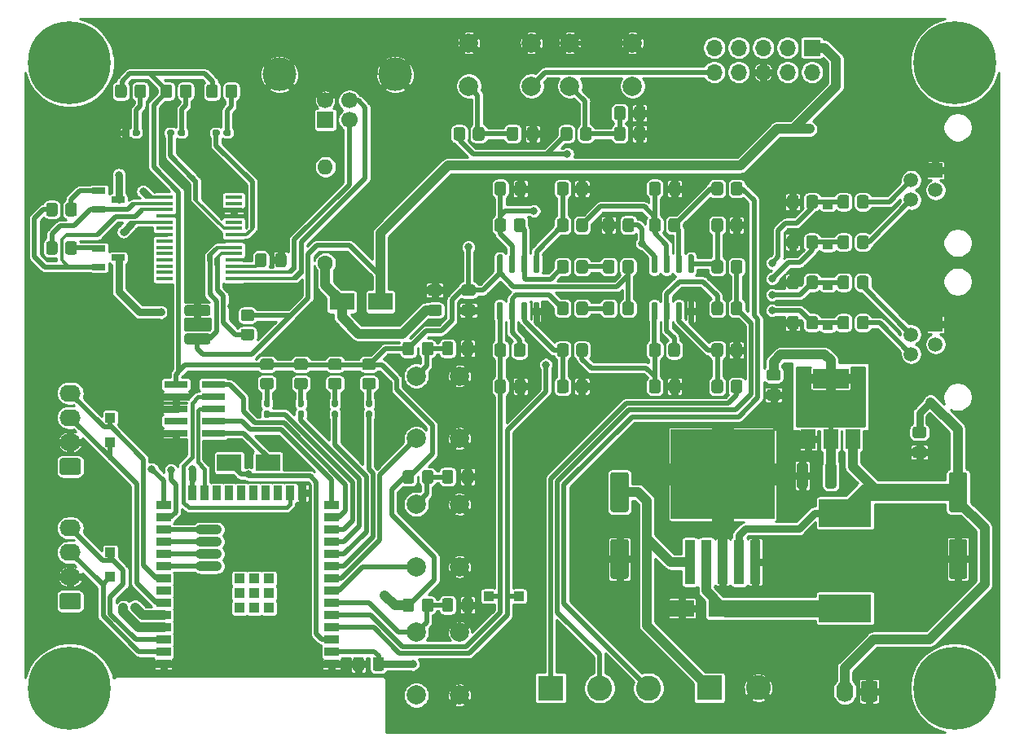
<source format=gbr>
%TF.GenerationSoftware,KiCad,Pcbnew,5.1.12-84ad8e8a86~92~ubuntu20.04.1*%
%TF.CreationDate,2022-06-26T22:57:18-03:00*%
%TF.ProjectId,esp_controller,6573705f-636f-46e7-9472-6f6c6c65722e,rev?*%
%TF.SameCoordinates,Original*%
%TF.FileFunction,Copper,L1,Top*%
%TF.FilePolarity,Positive*%
%FSLAX46Y46*%
G04 Gerber Fmt 4.6, Leading zero omitted, Abs format (unit mm)*
G04 Created by KiCad (PCBNEW 5.1.12-84ad8e8a86~92~ubuntu20.04.1) date 2022-06-26 22:57:18*
%MOMM*%
%LPD*%
G01*
G04 APERTURE LIST*
%TA.AperFunction,SMDPad,CuDef*%
%ADD10R,2.500000X1.800000*%
%TD*%
%TA.AperFunction,SMDPad,CuDef*%
%ADD11R,1.350000X0.650000*%
%TD*%
%TA.AperFunction,SMDPad,CuDef*%
%ADD12R,1.000000X1.000000*%
%TD*%
%TA.AperFunction,SMDPad,CuDef*%
%ADD13R,1.500000X0.900000*%
%TD*%
%TA.AperFunction,SMDPad,CuDef*%
%ADD14R,0.900000X1.500000*%
%TD*%
%TA.AperFunction,SMDPad,CuDef*%
%ADD15R,1.050000X1.050000*%
%TD*%
%TA.AperFunction,ComponentPad*%
%ADD16O,1.740000X2.190000*%
%TD*%
%TA.AperFunction,ComponentPad*%
%ADD17C,2.600000*%
%TD*%
%TA.AperFunction,ComponentPad*%
%ADD18R,2.600000X2.600000*%
%TD*%
%TA.AperFunction,ComponentPad*%
%ADD19C,3.500000*%
%TD*%
%TA.AperFunction,ComponentPad*%
%ADD20C,1.700000*%
%TD*%
%TA.AperFunction,ComponentPad*%
%ADD21R,1.700000X1.700000*%
%TD*%
%TA.AperFunction,ComponentPad*%
%ADD22C,1.500000*%
%TD*%
%TA.AperFunction,ComponentPad*%
%ADD23R,1.500000X1.500000*%
%TD*%
%TA.AperFunction,SMDPad,CuDef*%
%ADD24R,10.800000X9.400000*%
%TD*%
%TA.AperFunction,SMDPad,CuDef*%
%ADD25R,1.100000X4.600000*%
%TD*%
%TA.AperFunction,SMDPad,CuDef*%
%ADD26R,5.400000X2.900000*%
%TD*%
%TA.AperFunction,SMDPad,CuDef*%
%ADD27R,1.500000X2.000000*%
%TD*%
%TA.AperFunction,SMDPad,CuDef*%
%ADD28R,3.800000X2.000000*%
%TD*%
%TA.AperFunction,ComponentPad*%
%ADD29O,1.700000X1.700000*%
%TD*%
%TA.AperFunction,ComponentPad*%
%ADD30O,2.190000X1.740000*%
%TD*%
%TA.AperFunction,SMDPad,CuDef*%
%ADD31R,2.400000X0.740000*%
%TD*%
%TA.AperFunction,ComponentPad*%
%ADD32C,2.000000*%
%TD*%
%TA.AperFunction,ComponentPad*%
%ADD33O,1.600000X1.600000*%
%TD*%
%TA.AperFunction,ComponentPad*%
%ADD34C,1.600000*%
%TD*%
%TA.AperFunction,SMDPad,CuDef*%
%ADD35R,1.750000X0.450000*%
%TD*%
%TA.AperFunction,ComponentPad*%
%ADD36C,8.600000*%
%TD*%
%TA.AperFunction,ViaPad*%
%ADD37C,0.800000*%
%TD*%
%TA.AperFunction,Conductor*%
%ADD38C,0.300000*%
%TD*%
%TA.AperFunction,Conductor*%
%ADD39C,0.250000*%
%TD*%
%TA.AperFunction,Conductor*%
%ADD40C,1.000000*%
%TD*%
%TA.AperFunction,Conductor*%
%ADD41C,0.500000*%
%TD*%
%TA.AperFunction,Conductor*%
%ADD42C,0.750000*%
%TD*%
%TA.AperFunction,Conductor*%
%ADD43C,1.800000*%
%TD*%
%TA.AperFunction,Conductor*%
%ADD44C,0.350000*%
%TD*%
%TA.AperFunction,Conductor*%
%ADD45C,0.400000*%
%TD*%
%TA.AperFunction,Conductor*%
%ADD46C,0.254000*%
%TD*%
%TA.AperFunction,Conductor*%
%ADD47C,0.100000*%
%TD*%
G04 APERTURE END LIST*
D10*
%TO.P,D10,2*%
%TO.N,GND*%
X158670000Y-111720000D03*
%TO.P,D10,1*%
%TO.N,Net-(D10-Pad1)*%
X162670000Y-111720000D03*
%TD*%
%TO.P,D4,2*%
%TO.N,VBUS*%
X123300300Y-79857600D03*
%TO.P,D4,1*%
%TO.N,5V*%
X127300300Y-79857600D03*
%TD*%
%TO.P,C16,2*%
%TO.N,GND*%
%TA.AperFunction,SMDPad,CuDef*%
G36*
G01*
X171736180Y-96827159D02*
X171736180Y-99027161D01*
G75*
G02*
X171486181Y-99277160I-249999J0D01*
G01*
X170836179Y-99277160D01*
G75*
G02*
X170586180Y-99027161I0J249999D01*
G01*
X170586180Y-96827159D01*
G75*
G02*
X170836179Y-96577160I249999J0D01*
G01*
X171486181Y-96577160D01*
G75*
G02*
X171736180Y-96827159I0J-249999D01*
G01*
G37*
%TD.AperFunction*%
%TO.P,C16,1*%
%TO.N,3V3*%
%TA.AperFunction,SMDPad,CuDef*%
G36*
G01*
X174686180Y-96827159D02*
X174686180Y-99027161D01*
G75*
G02*
X174436181Y-99277160I-249999J0D01*
G01*
X173786179Y-99277160D01*
G75*
G02*
X173536180Y-99027161I0J249999D01*
G01*
X173536180Y-96827159D01*
G75*
G02*
X173786179Y-96577160I249999J0D01*
G01*
X174436181Y-96577160D01*
G75*
G02*
X174686180Y-96827159I0J-249999D01*
G01*
G37*
%TD.AperFunction*%
%TD*%
%TO.P,C10,2*%
%TO.N,GND*%
%TA.AperFunction,SMDPad,CuDef*%
G36*
G01*
X109380201Y-81340120D02*
X107180199Y-81340120D01*
G75*
G02*
X106930200Y-81090121I0J249999D01*
G01*
X106930200Y-80440119D01*
G75*
G02*
X107180199Y-80190120I249999J0D01*
G01*
X109380201Y-80190120D01*
G75*
G02*
X109630200Y-80440119I0J-249999D01*
G01*
X109630200Y-81090121D01*
G75*
G02*
X109380201Y-81340120I-249999J0D01*
G01*
G37*
%TD.AperFunction*%
%TO.P,C10,1*%
%TO.N,5V*%
%TA.AperFunction,SMDPad,CuDef*%
G36*
G01*
X109380201Y-84290120D02*
X107180199Y-84290120D01*
G75*
G02*
X106930200Y-84040121I0J249999D01*
G01*
X106930200Y-83390119D01*
G75*
G02*
X107180199Y-83140120I249999J0D01*
G01*
X109380201Y-83140120D01*
G75*
G02*
X109630200Y-83390119I0J-249999D01*
G01*
X109630200Y-84040121D01*
G75*
G02*
X109380201Y-84290120I-249999J0D01*
G01*
G37*
%TD.AperFunction*%
%TD*%
D11*
%TO.P,Q1,3*%
%TO.N,BOOT*%
X100049840Y-69265800D03*
%TO.P,Q1,2*%
%TO.N,DTR*%
X98049840Y-70225800D03*
%TO.P,Q1,1*%
%TO.N,Net-(Q1-Pad1)*%
X98049840Y-68305800D03*
%TD*%
%TO.P,Q2,3*%
%TO.N,EN*%
X100049840Y-75280520D03*
%TO.P,Q2,2*%
%TO.N,RTS*%
X98049840Y-76240520D03*
%TO.P,Q2,1*%
%TO.N,Net-(Q2-Pad1)*%
X98049840Y-74320520D03*
%TD*%
D10*
%TO.P,D9,2*%
%TO.N,EN*%
X111600000Y-96600000D03*
%TO.P,D9,1*%
%TO.N,Net-(D9-Pad1)*%
X115600000Y-96600000D03*
%TD*%
%TO.P,D3,2*%
%TO.N,Net-(D3-Pad2)*%
%TA.AperFunction,SMDPad,CuDef*%
G36*
G01*
X110997500Y-62453500D02*
X110997500Y-62133500D01*
G75*
G02*
X111157500Y-61973500I160000J0D01*
G01*
X111602500Y-61973500D01*
G75*
G02*
X111762500Y-62133500I0J-160000D01*
G01*
X111762500Y-62453500D01*
G75*
G02*
X111602500Y-62613500I-160000J0D01*
G01*
X111157500Y-62613500D01*
G75*
G02*
X110997500Y-62453500I0J160000D01*
G01*
G37*
%TD.AperFunction*%
%TO.P,D3,1*%
%TO.N,Net-(D3-Pad1)*%
%TA.AperFunction,SMDPad,CuDef*%
G36*
G01*
X109852500Y-62453500D02*
X109852500Y-62133500D01*
G75*
G02*
X110012500Y-61973500I160000J0D01*
G01*
X110457500Y-61973500D01*
G75*
G02*
X110617500Y-62133500I0J-160000D01*
G01*
X110617500Y-62453500D01*
G75*
G02*
X110457500Y-62613500I-160000J0D01*
G01*
X110012500Y-62613500D01*
G75*
G02*
X109852500Y-62453500I0J160000D01*
G01*
G37*
%TD.AperFunction*%
%TD*%
%TO.P,D2,2*%
%TO.N,Net-(D2-Pad2)*%
%TA.AperFunction,SMDPad,CuDef*%
G36*
G01*
X106264250Y-62453500D02*
X106264250Y-62133500D01*
G75*
G02*
X106424250Y-61973500I160000J0D01*
G01*
X106869250Y-61973500D01*
G75*
G02*
X107029250Y-62133500I0J-160000D01*
G01*
X107029250Y-62453500D01*
G75*
G02*
X106869250Y-62613500I-160000J0D01*
G01*
X106424250Y-62613500D01*
G75*
G02*
X106264250Y-62453500I0J160000D01*
G01*
G37*
%TD.AperFunction*%
%TO.P,D2,1*%
%TO.N,Net-(D2-Pad1)*%
%TA.AperFunction,SMDPad,CuDef*%
G36*
G01*
X105119250Y-62453500D02*
X105119250Y-62133500D01*
G75*
G02*
X105279250Y-61973500I160000J0D01*
G01*
X105724250Y-61973500D01*
G75*
G02*
X105884250Y-62133500I0J-160000D01*
G01*
X105884250Y-62453500D01*
G75*
G02*
X105724250Y-62613500I-160000J0D01*
G01*
X105279250Y-62613500D01*
G75*
G02*
X105119250Y-62453500I0J160000D01*
G01*
G37*
%TD.AperFunction*%
%TD*%
%TO.P,D1,2*%
%TO.N,Net-(D1-Pad2)*%
%TA.AperFunction,SMDPad,CuDef*%
G36*
G01*
X101531000Y-62453500D02*
X101531000Y-62133500D01*
G75*
G02*
X101691000Y-61973500I160000J0D01*
G01*
X102136000Y-61973500D01*
G75*
G02*
X102296000Y-62133500I0J-160000D01*
G01*
X102296000Y-62453500D01*
G75*
G02*
X102136000Y-62613500I-160000J0D01*
G01*
X101691000Y-62613500D01*
G75*
G02*
X101531000Y-62453500I0J160000D01*
G01*
G37*
%TD.AperFunction*%
%TO.P,D1,1*%
%TO.N,GND*%
%TA.AperFunction,SMDPad,CuDef*%
G36*
G01*
X100386000Y-62453500D02*
X100386000Y-62133500D01*
G75*
G02*
X100546000Y-61973500I160000J0D01*
G01*
X100991000Y-61973500D01*
G75*
G02*
X101151000Y-62133500I0J-160000D01*
G01*
X101151000Y-62453500D01*
G75*
G02*
X100991000Y-62613500I-160000J0D01*
G01*
X100546000Y-62613500D01*
G75*
G02*
X100386000Y-62453500I0J160000D01*
G01*
G37*
%TD.AperFunction*%
%TD*%
%TO.P,D5,2*%
%TO.N,Net-(D5-Pad2)*%
%TA.AperFunction,SMDPad,CuDef*%
G36*
G01*
X115666500Y-90793000D02*
X115346500Y-90793000D01*
G75*
G02*
X115186500Y-90633000I0J160000D01*
G01*
X115186500Y-90188000D01*
G75*
G02*
X115346500Y-90028000I160000J0D01*
G01*
X115666500Y-90028000D01*
G75*
G02*
X115826500Y-90188000I0J-160000D01*
G01*
X115826500Y-90633000D01*
G75*
G02*
X115666500Y-90793000I-160000J0D01*
G01*
G37*
%TD.AperFunction*%
%TO.P,D5,1*%
%TO.N,LED4*%
%TA.AperFunction,SMDPad,CuDef*%
G36*
G01*
X115666500Y-91938000D02*
X115346500Y-91938000D01*
G75*
G02*
X115186500Y-91778000I0J160000D01*
G01*
X115186500Y-91333000D01*
G75*
G02*
X115346500Y-91173000I160000J0D01*
G01*
X115666500Y-91173000D01*
G75*
G02*
X115826500Y-91333000I0J-160000D01*
G01*
X115826500Y-91778000D01*
G75*
G02*
X115666500Y-91938000I-160000J0D01*
G01*
G37*
%TD.AperFunction*%
%TD*%
%TO.P,D6,2*%
%TO.N,Net-(D6-Pad2)*%
%TA.AperFunction,SMDPad,CuDef*%
G36*
G01*
X119201333Y-90793000D02*
X118881333Y-90793000D01*
G75*
G02*
X118721333Y-90633000I0J160000D01*
G01*
X118721333Y-90188000D01*
G75*
G02*
X118881333Y-90028000I160000J0D01*
G01*
X119201333Y-90028000D01*
G75*
G02*
X119361333Y-90188000I0J-160000D01*
G01*
X119361333Y-90633000D01*
G75*
G02*
X119201333Y-90793000I-160000J0D01*
G01*
G37*
%TD.AperFunction*%
%TO.P,D6,1*%
%TO.N,LED3*%
%TA.AperFunction,SMDPad,CuDef*%
G36*
G01*
X119201333Y-91938000D02*
X118881333Y-91938000D01*
G75*
G02*
X118721333Y-91778000I0J160000D01*
G01*
X118721333Y-91333000D01*
G75*
G02*
X118881333Y-91173000I160000J0D01*
G01*
X119201333Y-91173000D01*
G75*
G02*
X119361333Y-91333000I0J-160000D01*
G01*
X119361333Y-91778000D01*
G75*
G02*
X119201333Y-91938000I-160000J0D01*
G01*
G37*
%TD.AperFunction*%
%TD*%
%TO.P,D7,2*%
%TO.N,Net-(D7-Pad2)*%
%TA.AperFunction,SMDPad,CuDef*%
G36*
G01*
X122736166Y-90793000D02*
X122416166Y-90793000D01*
G75*
G02*
X122256166Y-90633000I0J160000D01*
G01*
X122256166Y-90188000D01*
G75*
G02*
X122416166Y-90028000I160000J0D01*
G01*
X122736166Y-90028000D01*
G75*
G02*
X122896166Y-90188000I0J-160000D01*
G01*
X122896166Y-90633000D01*
G75*
G02*
X122736166Y-90793000I-160000J0D01*
G01*
G37*
%TD.AperFunction*%
%TO.P,D7,1*%
%TO.N,LED2*%
%TA.AperFunction,SMDPad,CuDef*%
G36*
G01*
X122736166Y-91938000D02*
X122416166Y-91938000D01*
G75*
G02*
X122256166Y-91778000I0J160000D01*
G01*
X122256166Y-91333000D01*
G75*
G02*
X122416166Y-91173000I160000J0D01*
G01*
X122736166Y-91173000D01*
G75*
G02*
X122896166Y-91333000I0J-160000D01*
G01*
X122896166Y-91778000D01*
G75*
G02*
X122736166Y-91938000I-160000J0D01*
G01*
G37*
%TD.AperFunction*%
%TD*%
%TO.P,D8,2*%
%TO.N,Net-(D8-Pad2)*%
%TA.AperFunction,SMDPad,CuDef*%
G36*
G01*
X126271000Y-90793000D02*
X125951000Y-90793000D01*
G75*
G02*
X125791000Y-90633000I0J160000D01*
G01*
X125791000Y-90188000D01*
G75*
G02*
X125951000Y-90028000I160000J0D01*
G01*
X126271000Y-90028000D01*
G75*
G02*
X126431000Y-90188000I0J-160000D01*
G01*
X126431000Y-90633000D01*
G75*
G02*
X126271000Y-90793000I-160000J0D01*
G01*
G37*
%TD.AperFunction*%
%TO.P,D8,1*%
%TO.N,LED1*%
%TA.AperFunction,SMDPad,CuDef*%
G36*
G01*
X126271000Y-91938000D02*
X125951000Y-91938000D01*
G75*
G02*
X125791000Y-91778000I0J160000D01*
G01*
X125791000Y-91333000D01*
G75*
G02*
X125951000Y-91173000I160000J0D01*
G01*
X126271000Y-91173000D01*
G75*
G02*
X126431000Y-91333000I0J-160000D01*
G01*
X126431000Y-91778000D01*
G75*
G02*
X126271000Y-91938000I-160000J0D01*
G01*
G37*
%TD.AperFunction*%
%TD*%
%TO.P,R19,2*%
%TO.N,3V3*%
%TA.AperFunction,SMDPad,CuDef*%
G36*
G01*
X152445000Y-76668334D02*
X152445000Y-75768332D01*
G75*
G02*
X152694999Y-75518333I249999J0D01*
G01*
X153395001Y-75518333D01*
G75*
G02*
X153645000Y-75768332I0J-249999D01*
G01*
X153645000Y-76668334D01*
G75*
G02*
X153395001Y-76918333I-249999J0D01*
G01*
X152694999Y-76918333D01*
G75*
G02*
X152445000Y-76668334I0J249999D01*
G01*
G37*
%TD.AperFunction*%
%TO.P,R19,1*%
%TO.N,Net-(R18-Pad2)*%
%TA.AperFunction,SMDPad,CuDef*%
G36*
G01*
X150445000Y-76668334D02*
X150445000Y-75768332D01*
G75*
G02*
X150694999Y-75518333I249999J0D01*
G01*
X151395001Y-75518333D01*
G75*
G02*
X151645000Y-75768332I0J-249999D01*
G01*
X151645000Y-76668334D01*
G75*
G02*
X151395001Y-76918333I-249999J0D01*
G01*
X150694999Y-76918333D01*
G75*
G02*
X150445000Y-76668334I0J249999D01*
G01*
G37*
%TD.AperFunction*%
%TD*%
%TO.P,R24,2*%
%TO.N,3V3*%
%TA.AperFunction,SMDPad,CuDef*%
G36*
G01*
X152445000Y-80999167D02*
X152445000Y-80099165D01*
G75*
G02*
X152694999Y-79849166I249999J0D01*
G01*
X153395001Y-79849166D01*
G75*
G02*
X153645000Y-80099165I0J-249999D01*
G01*
X153645000Y-80999167D01*
G75*
G02*
X153395001Y-81249166I-249999J0D01*
G01*
X152694999Y-81249166D01*
G75*
G02*
X152445000Y-80999167I0J249999D01*
G01*
G37*
%TD.AperFunction*%
%TO.P,R24,1*%
%TO.N,Net-(R23-Pad2)*%
%TA.AperFunction,SMDPad,CuDef*%
G36*
G01*
X150445000Y-80999167D02*
X150445000Y-80099165D01*
G75*
G02*
X150694999Y-79849166I249999J0D01*
G01*
X151395001Y-79849166D01*
G75*
G02*
X151645000Y-80099165I0J-249999D01*
G01*
X151645000Y-80999167D01*
G75*
G02*
X151395001Y-81249166I-249999J0D01*
G01*
X150694999Y-81249166D01*
G75*
G02*
X150445000Y-80999167I0J249999D01*
G01*
G37*
%TD.AperFunction*%
%TD*%
D12*
%TO.P,TP7,1*%
%TO.N,PWM_IZQ*%
X99222560Y-105905000D03*
%TD*%
%TO.P,TP5,1*%
%TO.N,PWM_DER*%
X99222560Y-91905000D03*
%TD*%
%TO.P,TP8,1*%
%TO.N,EN_MOT_IZQ*%
X99222560Y-108445000D03*
%TD*%
%TO.P,TP6,1*%
%TO.N,EN_MOT_DER*%
X99222560Y-94445000D03*
%TD*%
%TO.P,TP10,1*%
%TO.N,MED_BAT1*%
X141711680Y-110462060D03*
%TD*%
%TO.P,TP3,1*%
%TO.N,ENC_IZQ_B*%
X173802040Y-78095686D03*
%TD*%
%TO.P,TP4,1*%
%TO.N,ENC_IZQ_A*%
X173802040Y-82285840D03*
%TD*%
%TO.P,TP9,1*%
%TO.N,MED_BAT2*%
X138539220Y-110462060D03*
%TD*%
%TO.P,TP1,1*%
%TO.N,ENC_DER_B*%
X173802040Y-69715380D03*
%TD*%
%TO.P,TP2,1*%
%TO.N,ENC_DER_A*%
X173802040Y-73905533D03*
%TD*%
%TO.P,C9,2*%
%TO.N,GND*%
%TA.AperFunction,SMDPad,CuDef*%
G36*
G01*
X135978700Y-80150000D02*
X136928700Y-80150000D01*
G75*
G02*
X137178700Y-80400000I0J-250000D01*
G01*
X137178700Y-81075000D01*
G75*
G02*
X136928700Y-81325000I-250000J0D01*
G01*
X135978700Y-81325000D01*
G75*
G02*
X135728700Y-81075000I0J250000D01*
G01*
X135728700Y-80400000D01*
G75*
G02*
X135978700Y-80150000I250000J0D01*
G01*
G37*
%TD.AperFunction*%
%TO.P,C9,1*%
%TO.N,3V3*%
%TA.AperFunction,SMDPad,CuDef*%
G36*
G01*
X135978700Y-78075000D02*
X136928700Y-78075000D01*
G75*
G02*
X137178700Y-78325000I0J-250000D01*
G01*
X137178700Y-79000000D01*
G75*
G02*
X136928700Y-79250000I-250000J0D01*
G01*
X135978700Y-79250000D01*
G75*
G02*
X135728700Y-79000000I0J250000D01*
G01*
X135728700Y-78325000D01*
G75*
G02*
X135978700Y-78075000I250000J0D01*
G01*
G37*
%TD.AperFunction*%
%TD*%
%TO.P,C6,2*%
%TO.N,GND*%
%TA.AperFunction,SMDPad,CuDef*%
G36*
G01*
X151595000Y-71412500D02*
X151595000Y-72362500D01*
G75*
G02*
X151345000Y-72612500I-250000J0D01*
G01*
X150670000Y-72612500D01*
G75*
G02*
X150420000Y-72362500I0J250000D01*
G01*
X150420000Y-71412500D01*
G75*
G02*
X150670000Y-71162500I250000J0D01*
G01*
X151345000Y-71162500D01*
G75*
G02*
X151595000Y-71412500I0J-250000D01*
G01*
G37*
%TD.AperFunction*%
%TO.P,C6,1*%
%TO.N,5V*%
%TA.AperFunction,SMDPad,CuDef*%
G36*
G01*
X153670000Y-71412500D02*
X153670000Y-72362500D01*
G75*
G02*
X153420000Y-72612500I-250000J0D01*
G01*
X152745000Y-72612500D01*
G75*
G02*
X152495000Y-72362500I0J250000D01*
G01*
X152495000Y-71412500D01*
G75*
G02*
X152745000Y-71162500I250000J0D01*
G01*
X153420000Y-71162500D01*
G75*
G02*
X153670000Y-71412500I0J-250000D01*
G01*
G37*
%TD.AperFunction*%
%TD*%
D13*
%TO.P,U6,14*%
%TO.N,JTAG_TDI*%
X122250000Y-101000000D03*
%TO.P,U6,13*%
%TO.N,JTAG_TMS*%
X122250000Y-102270000D03*
%TO.P,U6,12*%
%TO.N,LED4*%
X122250000Y-103540000D03*
%TO.P,U6,11*%
%TO.N,LED3*%
X122250000Y-104810000D03*
%TO.P,U6,10*%
%TO.N,LED2*%
X122250000Y-106080000D03*
%TO.P,U6,9*%
%TO.N,LED1*%
X122250000Y-107350000D03*
%TO.P,U6,8*%
%TO.N,PUL3*%
X122250000Y-108620000D03*
%TO.P,U6,7*%
%TO.N,PUL2*%
X122250000Y-109890000D03*
%TO.P,U6,6*%
%TO.N,PUL1*%
X122250000Y-111160000D03*
%TO.P,U6,5*%
%TO.N,MED_BAT2*%
X122250000Y-112430000D03*
%TO.P,U6,4*%
%TO.N,MED_BAT1*%
X122250000Y-113700000D03*
%TO.P,U6,3*%
%TO.N,EN*%
X122250000Y-114970000D03*
%TO.P,U6,2*%
%TO.N,3V3*%
X122250000Y-116240000D03*
%TO.P,U6,1*%
%TO.N,GND*%
X122250000Y-117510000D03*
D14*
%TO.P,U6,15*%
X119220000Y-99750000D03*
%TO.P,U6,16*%
%TO.N,JTAG_TCK*%
X117950000Y-99750000D03*
%TO.P,U6,17*%
%TO.N,Net-(U6-Pad17)*%
X116680000Y-99750000D03*
%TO.P,U6,18*%
%TO.N,Net-(U6-Pad18)*%
X115410000Y-99750000D03*
%TO.P,U6,19*%
%TO.N,Net-(U6-Pad19)*%
X114140000Y-99750000D03*
%TO.P,U6,20*%
%TO.N,Net-(U6-Pad20)*%
X112870000Y-99750000D03*
%TO.P,U6,21*%
%TO.N,Net-(U6-Pad21)*%
X111600000Y-99750000D03*
%TO.P,U6,22*%
%TO.N,Net-(U6-Pad22)*%
X110330000Y-99750000D03*
%TO.P,U6,23*%
%TO.N,JTAG_TDO*%
X109060000Y-99750000D03*
%TO.P,U6,24*%
%TO.N,LED_EXT1*%
X107790000Y-99750000D03*
D13*
%TO.P,U6,25*%
%TO.N,BOOT*%
X104750000Y-101000000D03*
%TO.P,U6,26*%
%TO.N,LED_EXT2*%
X104750000Y-102270000D03*
%TO.P,U6,27*%
%TO.N,ENC_DER_B*%
X104750000Y-103540000D03*
%TO.P,U6,28*%
%TO.N,ENC_DER_A*%
X104750000Y-104810000D03*
%TO.P,U6,29*%
%TO.N,ENC_IZQ_B*%
X104750000Y-106080000D03*
%TO.P,U6,30*%
%TO.N,ENC_IZQ_A*%
X104750000Y-107350000D03*
%TO.P,U6,31*%
%TO.N,PWM_DER*%
X104750000Y-108620000D03*
%TO.P,U6,32*%
%TO.N,Net-(U6-Pad32)*%
X104750000Y-109890000D03*
%TO.P,U6,33*%
%TO.N,EN_MOT_DER*%
X104750000Y-111160000D03*
%TO.P,U6,34*%
%TO.N,RXD0*%
X104750000Y-112430000D03*
%TO.P,U6,35*%
%TO.N,TXD0*%
X104750000Y-113700000D03*
%TO.P,U6,36*%
%TO.N,PWM_IZQ*%
X104750000Y-114970000D03*
%TO.P,U6,37*%
%TO.N,EN_MOT_IZQ*%
X104750000Y-116240000D03*
%TO.P,U6,38*%
%TO.N,GND*%
X104750000Y-117510000D03*
D15*
%TO.P,U6,39*%
%TO.N,N/C*%
X114180000Y-110170000D03*
X112655000Y-110170000D03*
X115705000Y-110170000D03*
X115705000Y-108645000D03*
X114180000Y-108645000D03*
X112655000Y-108645000D03*
X112655000Y-111695000D03*
X114180000Y-111695000D03*
X115705000Y-111695000D03*
%TD*%
D16*
%TO.P,J10,2*%
%TO.N,5V*%
X175570000Y-120340000D03*
%TO.P,J10,1*%
%TO.N,GND*%
%TA.AperFunction,ComponentPad*%
G36*
G01*
X178980000Y-119494999D02*
X178980000Y-121185001D01*
G75*
G02*
X178730001Y-121435000I-249999J0D01*
G01*
X177489999Y-121435000D01*
G75*
G02*
X177240000Y-121185001I0J249999D01*
G01*
X177240000Y-119494999D01*
G75*
G02*
X177489999Y-119245000I249999J0D01*
G01*
X178730001Y-119245000D01*
G75*
G02*
X178980000Y-119494999I0J-249999D01*
G01*
G37*
%TD.AperFunction*%
%TD*%
D17*
%TO.P,J8,2*%
%TO.N,GND*%
X166580000Y-119990000D03*
D18*
%TO.P,J8,1*%
%TO.N,12V*%
X161500000Y-119990000D03*
%TD*%
D19*
%TO.P,J2,5*%
%TO.N,GND*%
X128844800Y-56239200D03*
X116804800Y-56239200D03*
D20*
%TO.P,J2,4*%
X121574800Y-58949200D03*
%TO.P,J2,3*%
%TO.N,USB_D+*%
X124074800Y-58949200D03*
%TO.P,J2,2*%
%TO.N,USB_D-*%
X124074800Y-60949200D03*
D21*
%TO.P,J2,1*%
%TO.N,Net-(FB1-Pad2)*%
X121574800Y-60949200D03*
%TD*%
D22*
%TO.P,J4,4*%
%TO.N,Net-(J4-Pad4)*%
X182460000Y-85290000D03*
%TO.P,J4,3*%
%TO.N,12V*%
X185000000Y-84270000D03*
%TO.P,J4,2*%
%TO.N,Net-(J4-Pad2)*%
X182460000Y-83250000D03*
D23*
%TO.P,J4,1*%
%TO.N,GND*%
X185000000Y-82230000D03*
%TD*%
D22*
%TO.P,J3,4*%
%TO.N,Net-(J3-Pad4)*%
X182460000Y-69270000D03*
%TO.P,J3,3*%
%TO.N,12V*%
X185000000Y-68250000D03*
%TO.P,J3,2*%
%TO.N,Net-(J3-Pad2)*%
X182460000Y-67230000D03*
D23*
%TO.P,J3,1*%
%TO.N,GND*%
X185000000Y-66210000D03*
%TD*%
%TO.P,U2,8*%
%TO.N,3V3*%
%TA.AperFunction,SMDPad,CuDef*%
G36*
G01*
X139865000Y-76880000D02*
X139565000Y-76880000D01*
G75*
G02*
X139415000Y-76730000I0J150000D01*
G01*
X139415000Y-75080000D01*
G75*
G02*
X139565000Y-74930000I150000J0D01*
G01*
X139865000Y-74930000D01*
G75*
G02*
X140015000Y-75080000I0J-150000D01*
G01*
X140015000Y-76730000D01*
G75*
G02*
X139865000Y-76880000I-150000J0D01*
G01*
G37*
%TD.AperFunction*%
%TO.P,U2,7*%
%TO.N,MED_BAT1*%
%TA.AperFunction,SMDPad,CuDef*%
G36*
G01*
X141135000Y-76880000D02*
X140835000Y-76880000D01*
G75*
G02*
X140685000Y-76730000I0J150000D01*
G01*
X140685000Y-75080000D01*
G75*
G02*
X140835000Y-74930000I150000J0D01*
G01*
X141135000Y-74930000D01*
G75*
G02*
X141285000Y-75080000I0J-150000D01*
G01*
X141285000Y-76730000D01*
G75*
G02*
X141135000Y-76880000I-150000J0D01*
G01*
G37*
%TD.AperFunction*%
%TO.P,U2,6*%
%TO.N,Net-(R11-Pad2)*%
%TA.AperFunction,SMDPad,CuDef*%
G36*
G01*
X142405000Y-76880000D02*
X142105000Y-76880000D01*
G75*
G02*
X141955000Y-76730000I0J150000D01*
G01*
X141955000Y-75080000D01*
G75*
G02*
X142105000Y-74930000I150000J0D01*
G01*
X142405000Y-74930000D01*
G75*
G02*
X142555000Y-75080000I0J-150000D01*
G01*
X142555000Y-76730000D01*
G75*
G02*
X142405000Y-76880000I-150000J0D01*
G01*
G37*
%TD.AperFunction*%
%TO.P,U2,5*%
%TO.N,Net-(R12-Pad1)*%
%TA.AperFunction,SMDPad,CuDef*%
G36*
G01*
X143675000Y-76880000D02*
X143375000Y-76880000D01*
G75*
G02*
X143225000Y-76730000I0J150000D01*
G01*
X143225000Y-75080000D01*
G75*
G02*
X143375000Y-74930000I150000J0D01*
G01*
X143675000Y-74930000D01*
G75*
G02*
X143825000Y-75080000I0J-150000D01*
G01*
X143825000Y-76730000D01*
G75*
G02*
X143675000Y-76880000I-150000J0D01*
G01*
G37*
%TD.AperFunction*%
%TO.P,U2,4*%
%TO.N,GND*%
%TA.AperFunction,SMDPad,CuDef*%
G36*
G01*
X143675000Y-81830000D02*
X143375000Y-81830000D01*
G75*
G02*
X143225000Y-81680000I0J150000D01*
G01*
X143225000Y-80030000D01*
G75*
G02*
X143375000Y-79880000I150000J0D01*
G01*
X143675000Y-79880000D01*
G75*
G02*
X143825000Y-80030000I0J-150000D01*
G01*
X143825000Y-81680000D01*
G75*
G02*
X143675000Y-81830000I-150000J0D01*
G01*
G37*
%TD.AperFunction*%
%TO.P,U2,3*%
%TO.N,Net-(R31-Pad1)*%
%TA.AperFunction,SMDPad,CuDef*%
G36*
G01*
X142405000Y-81830000D02*
X142105000Y-81830000D01*
G75*
G02*
X141955000Y-81680000I0J150000D01*
G01*
X141955000Y-80030000D01*
G75*
G02*
X142105000Y-79880000I150000J0D01*
G01*
X142405000Y-79880000D01*
G75*
G02*
X142555000Y-80030000I0J-150000D01*
G01*
X142555000Y-81680000D01*
G75*
G02*
X142405000Y-81830000I-150000J0D01*
G01*
G37*
%TD.AperFunction*%
%TO.P,U2,2*%
%TO.N,Net-(R23-Pad1)*%
%TA.AperFunction,SMDPad,CuDef*%
G36*
G01*
X141135000Y-81830000D02*
X140835000Y-81830000D01*
G75*
G02*
X140685000Y-81680000I0J150000D01*
G01*
X140685000Y-80030000D01*
G75*
G02*
X140835000Y-79880000I150000J0D01*
G01*
X141135000Y-79880000D01*
G75*
G02*
X141285000Y-80030000I0J-150000D01*
G01*
X141285000Y-81680000D01*
G75*
G02*
X141135000Y-81830000I-150000J0D01*
G01*
G37*
%TD.AperFunction*%
%TO.P,U2,1*%
%TO.N,MED_BAT2*%
%TA.AperFunction,SMDPad,CuDef*%
G36*
G01*
X139865000Y-81830000D02*
X139565000Y-81830000D01*
G75*
G02*
X139415000Y-81680000I0J150000D01*
G01*
X139415000Y-80030000D01*
G75*
G02*
X139565000Y-79880000I150000J0D01*
G01*
X139865000Y-79880000D01*
G75*
G02*
X140015000Y-80030000I0J-150000D01*
G01*
X140015000Y-81680000D01*
G75*
G02*
X139865000Y-81830000I-150000J0D01*
G01*
G37*
%TD.AperFunction*%
%TD*%
%TO.P,U3,8*%
%TO.N,5V*%
%TA.AperFunction,SMDPad,CuDef*%
G36*
G01*
X155927500Y-76880000D02*
X155627500Y-76880000D01*
G75*
G02*
X155477500Y-76730000I0J150000D01*
G01*
X155477500Y-75080000D01*
G75*
G02*
X155627500Y-74930000I150000J0D01*
G01*
X155927500Y-74930000D01*
G75*
G02*
X156077500Y-75080000I0J-150000D01*
G01*
X156077500Y-76730000D01*
G75*
G02*
X155927500Y-76880000I-150000J0D01*
G01*
G37*
%TD.AperFunction*%
%TO.P,U3,7*%
%TO.N,Net-(C5-Pad2)*%
%TA.AperFunction,SMDPad,CuDef*%
G36*
G01*
X157197500Y-76880000D02*
X156897500Y-76880000D01*
G75*
G02*
X156747500Y-76730000I0J150000D01*
G01*
X156747500Y-75080000D01*
G75*
G02*
X156897500Y-74930000I150000J0D01*
G01*
X157197500Y-74930000D01*
G75*
G02*
X157347500Y-75080000I0J-150000D01*
G01*
X157347500Y-76730000D01*
G75*
G02*
X157197500Y-76880000I-150000J0D01*
G01*
G37*
%TD.AperFunction*%
%TO.P,U3,6*%
%TO.N,Net-(R13-Pad2)*%
%TA.AperFunction,SMDPad,CuDef*%
G36*
G01*
X158467500Y-76880000D02*
X158167500Y-76880000D01*
G75*
G02*
X158017500Y-76730000I0J150000D01*
G01*
X158017500Y-75080000D01*
G75*
G02*
X158167500Y-74930000I150000J0D01*
G01*
X158467500Y-74930000D01*
G75*
G02*
X158617500Y-75080000I0J-150000D01*
G01*
X158617500Y-76730000D01*
G75*
G02*
X158467500Y-76880000I-150000J0D01*
G01*
G37*
%TD.AperFunction*%
%TO.P,U3,5*%
%TO.N,Net-(R14-Pad2)*%
%TA.AperFunction,SMDPad,CuDef*%
G36*
G01*
X159737500Y-76880000D02*
X159437500Y-76880000D01*
G75*
G02*
X159287500Y-76730000I0J150000D01*
G01*
X159287500Y-75080000D01*
G75*
G02*
X159437500Y-74930000I150000J0D01*
G01*
X159737500Y-74930000D01*
G75*
G02*
X159887500Y-75080000I0J-150000D01*
G01*
X159887500Y-76730000D01*
G75*
G02*
X159737500Y-76880000I-150000J0D01*
G01*
G37*
%TD.AperFunction*%
%TO.P,U3,4*%
%TO.N,GND*%
%TA.AperFunction,SMDPad,CuDef*%
G36*
G01*
X159737500Y-81830000D02*
X159437500Y-81830000D01*
G75*
G02*
X159287500Y-81680000I0J150000D01*
G01*
X159287500Y-80030000D01*
G75*
G02*
X159437500Y-79880000I150000J0D01*
G01*
X159737500Y-79880000D01*
G75*
G02*
X159887500Y-80030000I0J-150000D01*
G01*
X159887500Y-81680000D01*
G75*
G02*
X159737500Y-81830000I-150000J0D01*
G01*
G37*
%TD.AperFunction*%
%TO.P,U3,3*%
%TO.N,Net-(R33-Pad2)*%
%TA.AperFunction,SMDPad,CuDef*%
G36*
G01*
X158467500Y-81830000D02*
X158167500Y-81830000D01*
G75*
G02*
X158017500Y-81680000I0J150000D01*
G01*
X158017500Y-80030000D01*
G75*
G02*
X158167500Y-79880000I150000J0D01*
G01*
X158467500Y-79880000D01*
G75*
G02*
X158617500Y-80030000I0J-150000D01*
G01*
X158617500Y-81680000D01*
G75*
G02*
X158467500Y-81830000I-150000J0D01*
G01*
G37*
%TD.AperFunction*%
%TO.P,U3,2*%
%TO.N,Net-(R25-Pad1)*%
%TA.AperFunction,SMDPad,CuDef*%
G36*
G01*
X157197500Y-81830000D02*
X156897500Y-81830000D01*
G75*
G02*
X156747500Y-81680000I0J150000D01*
G01*
X156747500Y-80030000D01*
G75*
G02*
X156897500Y-79880000I150000J0D01*
G01*
X157197500Y-79880000D01*
G75*
G02*
X157347500Y-80030000I0J-150000D01*
G01*
X157347500Y-81680000D01*
G75*
G02*
X157197500Y-81830000I-150000J0D01*
G01*
G37*
%TD.AperFunction*%
%TO.P,U3,1*%
%TO.N,Net-(C14-Pad2)*%
%TA.AperFunction,SMDPad,CuDef*%
G36*
G01*
X155927500Y-81830000D02*
X155627500Y-81830000D01*
G75*
G02*
X155477500Y-81680000I0J150000D01*
G01*
X155477500Y-80030000D01*
G75*
G02*
X155627500Y-79880000I150000J0D01*
G01*
X155927500Y-79880000D01*
G75*
G02*
X156077500Y-80030000I0J-150000D01*
G01*
X156077500Y-81680000D01*
G75*
G02*
X155927500Y-81830000I-150000J0D01*
G01*
G37*
%TD.AperFunction*%
%TD*%
D24*
%TO.P,U5,3*%
%TO.N,GND*%
X162880000Y-97775000D03*
D25*
%TO.P,U5,5*%
X166280000Y-106925000D03*
%TO.P,U5,4*%
%TO.N,5V*%
X164580000Y-106925000D03*
%TO.P,U5,3*%
%TO.N,GND*%
X162880000Y-106925000D03*
%TO.P,U5,2*%
%TO.N,Net-(D10-Pad1)*%
X161180000Y-106925000D03*
%TO.P,U5,1*%
%TO.N,12V*%
X159480000Y-106925000D03*
%TD*%
%TO.P,R11,2*%
%TO.N,Net-(R11-Pad2)*%
%TA.AperFunction,SMDPad,CuDef*%
G36*
G01*
X141170000Y-72337501D02*
X141170000Y-71437499D01*
G75*
G02*
X141419999Y-71187500I249999J0D01*
G01*
X142120001Y-71187500D01*
G75*
G02*
X142370000Y-71437499I0J-249999D01*
G01*
X142370000Y-72337501D01*
G75*
G02*
X142120001Y-72587500I-249999J0D01*
G01*
X141419999Y-72587500D01*
G75*
G02*
X141170000Y-72337501I0J249999D01*
G01*
G37*
%TD.AperFunction*%
%TO.P,R11,1*%
%TO.N,MED_BAT1*%
%TA.AperFunction,SMDPad,CuDef*%
G36*
G01*
X139170000Y-72337501D02*
X139170000Y-71437499D01*
G75*
G02*
X139419999Y-71187500I249999J0D01*
G01*
X140120001Y-71187500D01*
G75*
G02*
X140370000Y-71437499I0J-249999D01*
G01*
X140370000Y-72337501D01*
G75*
G02*
X140120001Y-72587500I-249999J0D01*
G01*
X139419999Y-72587500D01*
G75*
G02*
X139170000Y-72337501I0J249999D01*
G01*
G37*
%TD.AperFunction*%
%TD*%
%TO.P,R30,2*%
%TO.N,Net-(R23-Pad1)*%
%TA.AperFunction,SMDPad,CuDef*%
G36*
G01*
X141170000Y-85330001D02*
X141170000Y-84429999D01*
G75*
G02*
X141419999Y-84180000I249999J0D01*
G01*
X142120001Y-84180000D01*
G75*
G02*
X142370000Y-84429999I0J-249999D01*
G01*
X142370000Y-85330001D01*
G75*
G02*
X142120001Y-85580000I-249999J0D01*
G01*
X141419999Y-85580000D01*
G75*
G02*
X141170000Y-85330001I0J249999D01*
G01*
G37*
%TD.AperFunction*%
%TO.P,R30,1*%
%TO.N,MED_BAT2*%
%TA.AperFunction,SMDPad,CuDef*%
G36*
G01*
X139170000Y-85330001D02*
X139170000Y-84429999D01*
G75*
G02*
X139419999Y-84180000I249999J0D01*
G01*
X140120001Y-84180000D01*
G75*
G02*
X140370000Y-84429999I0J-249999D01*
G01*
X140370000Y-85330001D01*
G75*
G02*
X140120001Y-85580000I-249999J0D01*
G01*
X139419999Y-85580000D01*
G75*
G02*
X139170000Y-85330001I0J249999D01*
G01*
G37*
%TD.AperFunction*%
%TD*%
%TO.P,R6,2*%
%TO.N,Net-(R12-Pad1)*%
%TA.AperFunction,SMDPad,CuDef*%
G36*
G01*
X146857500Y-67649999D02*
X146857500Y-68550001D01*
G75*
G02*
X146607501Y-68800000I-249999J0D01*
G01*
X145907499Y-68800000D01*
G75*
G02*
X145657500Y-68550001I0J249999D01*
G01*
X145657500Y-67649999D01*
G75*
G02*
X145907499Y-67400000I249999J0D01*
G01*
X146607501Y-67400000D01*
G75*
G02*
X146857500Y-67649999I0J-249999D01*
G01*
G37*
%TD.AperFunction*%
%TO.P,R6,1*%
%TO.N,GND*%
%TA.AperFunction,SMDPad,CuDef*%
G36*
G01*
X148857500Y-67649999D02*
X148857500Y-68550001D01*
G75*
G02*
X148607501Y-68800000I-249999J0D01*
G01*
X147907499Y-68800000D01*
G75*
G02*
X147657500Y-68550001I0J249999D01*
G01*
X147657500Y-67649999D01*
G75*
G02*
X147907499Y-67400000I249999J0D01*
G01*
X148607501Y-67400000D01*
G75*
G02*
X148857500Y-67649999I0J-249999D01*
G01*
G37*
%TD.AperFunction*%
%TD*%
%TO.P,R38,2*%
%TO.N,Net-(R31-Pad1)*%
%TA.AperFunction,SMDPad,CuDef*%
G36*
G01*
X146857500Y-88209999D02*
X146857500Y-89110001D01*
G75*
G02*
X146607501Y-89360000I-249999J0D01*
G01*
X145907499Y-89360000D01*
G75*
G02*
X145657500Y-89110001I0J249999D01*
G01*
X145657500Y-88209999D01*
G75*
G02*
X145907499Y-87960000I249999J0D01*
G01*
X146607501Y-87960000D01*
G75*
G02*
X146857500Y-88209999I0J-249999D01*
G01*
G37*
%TD.AperFunction*%
%TO.P,R38,1*%
%TO.N,GND*%
%TA.AperFunction,SMDPad,CuDef*%
G36*
G01*
X148857500Y-88209999D02*
X148857500Y-89110001D01*
G75*
G02*
X148607501Y-89360000I-249999J0D01*
G01*
X147907499Y-89360000D01*
G75*
G02*
X147657500Y-89110001I0J249999D01*
G01*
X147657500Y-88209999D01*
G75*
G02*
X147907499Y-87960000I249999J0D01*
G01*
X148607501Y-87960000D01*
G75*
G02*
X148857500Y-88209999I0J-249999D01*
G01*
G37*
%TD.AperFunction*%
%TD*%
%TO.P,R18,2*%
%TO.N,Net-(R18-Pad2)*%
%TA.AperFunction,SMDPad,CuDef*%
G36*
G01*
X147657500Y-76668334D02*
X147657500Y-75768332D01*
G75*
G02*
X147907499Y-75518333I249999J0D01*
G01*
X148607501Y-75518333D01*
G75*
G02*
X148857500Y-75768332I0J-249999D01*
G01*
X148857500Y-76668334D01*
G75*
G02*
X148607501Y-76918333I-249999J0D01*
G01*
X147907499Y-76918333D01*
G75*
G02*
X147657500Y-76668334I0J249999D01*
G01*
G37*
%TD.AperFunction*%
%TO.P,R18,1*%
%TO.N,Net-(R11-Pad2)*%
%TA.AperFunction,SMDPad,CuDef*%
G36*
G01*
X145657500Y-76668334D02*
X145657500Y-75768332D01*
G75*
G02*
X145907499Y-75518333I249999J0D01*
G01*
X146607501Y-75518333D01*
G75*
G02*
X146857500Y-75768332I0J-249999D01*
G01*
X146857500Y-76668334D01*
G75*
G02*
X146607501Y-76918333I-249999J0D01*
G01*
X145907499Y-76918333D01*
G75*
G02*
X145657500Y-76668334I0J249999D01*
G01*
G37*
%TD.AperFunction*%
%TD*%
%TO.P,R12,2*%
%TO.N,Net-(C5-Pad2)*%
%TA.AperFunction,SMDPad,CuDef*%
G36*
G01*
X147657500Y-72337501D02*
X147657500Y-71437499D01*
G75*
G02*
X147907499Y-71187500I249999J0D01*
G01*
X148607501Y-71187500D01*
G75*
G02*
X148857500Y-71437499I0J-249999D01*
G01*
X148857500Y-72337501D01*
G75*
G02*
X148607501Y-72587500I-249999J0D01*
G01*
X147907499Y-72587500D01*
G75*
G02*
X147657500Y-72337501I0J249999D01*
G01*
G37*
%TD.AperFunction*%
%TO.P,R12,1*%
%TO.N,Net-(R12-Pad1)*%
%TA.AperFunction,SMDPad,CuDef*%
G36*
G01*
X145657500Y-72337501D02*
X145657500Y-71437499D01*
G75*
G02*
X145907499Y-71187500I249999J0D01*
G01*
X146607501Y-71187500D01*
G75*
G02*
X146857500Y-71437499I0J-249999D01*
G01*
X146857500Y-72337501D01*
G75*
G02*
X146607501Y-72587500I-249999J0D01*
G01*
X145907499Y-72587500D01*
G75*
G02*
X145657500Y-72337501I0J249999D01*
G01*
G37*
%TD.AperFunction*%
%TD*%
%TO.P,R23,2*%
%TO.N,Net-(R23-Pad2)*%
%TA.AperFunction,SMDPad,CuDef*%
G36*
G01*
X147657500Y-80999167D02*
X147657500Y-80099165D01*
G75*
G02*
X147907499Y-79849166I249999J0D01*
G01*
X148607501Y-79849166D01*
G75*
G02*
X148857500Y-80099165I0J-249999D01*
G01*
X148857500Y-80999167D01*
G75*
G02*
X148607501Y-81249166I-249999J0D01*
G01*
X147907499Y-81249166D01*
G75*
G02*
X147657500Y-80999167I0J249999D01*
G01*
G37*
%TD.AperFunction*%
%TO.P,R23,1*%
%TO.N,Net-(R23-Pad1)*%
%TA.AperFunction,SMDPad,CuDef*%
G36*
G01*
X145657500Y-80999167D02*
X145657500Y-80099165D01*
G75*
G02*
X145907499Y-79849166I249999J0D01*
G01*
X146607501Y-79849166D01*
G75*
G02*
X146857500Y-80099165I0J-249999D01*
G01*
X146857500Y-80999167D01*
G75*
G02*
X146607501Y-81249166I-249999J0D01*
G01*
X145907499Y-81249166D01*
G75*
G02*
X145657500Y-80999167I0J249999D01*
G01*
G37*
%TD.AperFunction*%
%TD*%
%TO.P,R31,2*%
%TO.N,Net-(C14-Pad2)*%
%TA.AperFunction,SMDPad,CuDef*%
G36*
G01*
X147657500Y-85330001D02*
X147657500Y-84429999D01*
G75*
G02*
X147907499Y-84180000I249999J0D01*
G01*
X148607501Y-84180000D01*
G75*
G02*
X148857500Y-84429999I0J-249999D01*
G01*
X148857500Y-85330001D01*
G75*
G02*
X148607501Y-85580000I-249999J0D01*
G01*
X147907499Y-85580000D01*
G75*
G02*
X147657500Y-85330001I0J249999D01*
G01*
G37*
%TD.AperFunction*%
%TO.P,R31,1*%
%TO.N,Net-(R31-Pad1)*%
%TA.AperFunction,SMDPad,CuDef*%
G36*
G01*
X145657500Y-85330001D02*
X145657500Y-84429999D01*
G75*
G02*
X145907499Y-84180000I249999J0D01*
G01*
X146607501Y-84180000D01*
G75*
G02*
X146857500Y-84429999I0J-249999D01*
G01*
X146857500Y-85330001D01*
G75*
G02*
X146607501Y-85580000I-249999J0D01*
G01*
X145907499Y-85580000D01*
G75*
G02*
X145657500Y-85330001I0J249999D01*
G01*
G37*
%TD.AperFunction*%
%TD*%
%TO.P,R13,2*%
%TO.N,Net-(R13-Pad2)*%
%TA.AperFunction,SMDPad,CuDef*%
G36*
G01*
X157232500Y-72337501D02*
X157232500Y-71437499D01*
G75*
G02*
X157482499Y-71187500I249999J0D01*
G01*
X158182501Y-71187500D01*
G75*
G02*
X158432500Y-71437499I0J-249999D01*
G01*
X158432500Y-72337501D01*
G75*
G02*
X158182501Y-72587500I-249999J0D01*
G01*
X157482499Y-72587500D01*
G75*
G02*
X157232500Y-72337501I0J249999D01*
G01*
G37*
%TD.AperFunction*%
%TO.P,R13,1*%
%TO.N,Net-(C5-Pad2)*%
%TA.AperFunction,SMDPad,CuDef*%
G36*
G01*
X155232500Y-72337501D02*
X155232500Y-71437499D01*
G75*
G02*
X155482499Y-71187500I249999J0D01*
G01*
X156182501Y-71187500D01*
G75*
G02*
X156432500Y-71437499I0J-249999D01*
G01*
X156432500Y-72337501D01*
G75*
G02*
X156182501Y-72587500I-249999J0D01*
G01*
X155482499Y-72587500D01*
G75*
G02*
X155232500Y-72337501I0J249999D01*
G01*
G37*
%TD.AperFunction*%
%TD*%
%TO.P,R32,2*%
%TO.N,Net-(R25-Pad1)*%
%TA.AperFunction,SMDPad,CuDef*%
G36*
G01*
X157232500Y-85330001D02*
X157232500Y-84429999D01*
G75*
G02*
X157482499Y-84180000I249999J0D01*
G01*
X158182501Y-84180000D01*
G75*
G02*
X158432500Y-84429999I0J-249999D01*
G01*
X158432500Y-85330001D01*
G75*
G02*
X158182501Y-85580000I-249999J0D01*
G01*
X157482499Y-85580000D01*
G75*
G02*
X157232500Y-85330001I0J249999D01*
G01*
G37*
%TD.AperFunction*%
%TO.P,R32,1*%
%TO.N,Net-(C14-Pad2)*%
%TA.AperFunction,SMDPad,CuDef*%
G36*
G01*
X155232500Y-85330001D02*
X155232500Y-84429999D01*
G75*
G02*
X155482499Y-84180000I249999J0D01*
G01*
X156182501Y-84180000D01*
G75*
G02*
X156432500Y-84429999I0J-249999D01*
G01*
X156432500Y-85330001D01*
G75*
G02*
X156182501Y-85580000I-249999J0D01*
G01*
X155482499Y-85580000D01*
G75*
G02*
X155232500Y-85330001I0J249999D01*
G01*
G37*
%TD.AperFunction*%
%TD*%
%TO.P,R14,2*%
%TO.N,Net-(R14-Pad2)*%
%TA.AperFunction,SMDPad,CuDef*%
G36*
G01*
X162920000Y-71437499D02*
X162920000Y-72337501D01*
G75*
G02*
X162670001Y-72587500I-249999J0D01*
G01*
X161969999Y-72587500D01*
G75*
G02*
X161720000Y-72337501I0J249999D01*
G01*
X161720000Y-71437499D01*
G75*
G02*
X161969999Y-71187500I249999J0D01*
G01*
X162670001Y-71187500D01*
G75*
G02*
X162920000Y-71437499I0J-249999D01*
G01*
G37*
%TD.AperFunction*%
%TO.P,R14,1*%
%TO.N,GND*%
%TA.AperFunction,SMDPad,CuDef*%
G36*
G01*
X164920000Y-71437499D02*
X164920000Y-72337501D01*
G75*
G02*
X164670001Y-72587500I-249999J0D01*
G01*
X163969999Y-72587500D01*
G75*
G02*
X163720000Y-72337501I0J249999D01*
G01*
X163720000Y-71437499D01*
G75*
G02*
X163969999Y-71187500I249999J0D01*
G01*
X164670001Y-71187500D01*
G75*
G02*
X164920000Y-71437499I0J-249999D01*
G01*
G37*
%TD.AperFunction*%
%TD*%
%TO.P,R33,2*%
%TO.N,Net-(R33-Pad2)*%
%TA.AperFunction,SMDPad,CuDef*%
G36*
G01*
X162920000Y-84429999D02*
X162920000Y-85330001D01*
G75*
G02*
X162670001Y-85580000I-249999J0D01*
G01*
X161969999Y-85580000D01*
G75*
G02*
X161720000Y-85330001I0J249999D01*
G01*
X161720000Y-84429999D01*
G75*
G02*
X161969999Y-84180000I249999J0D01*
G01*
X162670001Y-84180000D01*
G75*
G02*
X162920000Y-84429999I0J-249999D01*
G01*
G37*
%TD.AperFunction*%
%TO.P,R33,1*%
%TO.N,GND*%
%TA.AperFunction,SMDPad,CuDef*%
G36*
G01*
X164920000Y-84429999D02*
X164920000Y-85330001D01*
G75*
G02*
X164670001Y-85580000I-249999J0D01*
G01*
X163969999Y-85580000D01*
G75*
G02*
X163720000Y-85330001I0J249999D01*
G01*
X163720000Y-84429999D01*
G75*
G02*
X163969999Y-84180000I249999J0D01*
G01*
X164670001Y-84180000D01*
G75*
G02*
X164920000Y-84429999I0J-249999D01*
G01*
G37*
%TD.AperFunction*%
%TD*%
%TO.P,R7,2*%
%TO.N,Net-(J9-Pad3)*%
%TA.AperFunction,SMDPad,CuDef*%
G36*
G01*
X163720000Y-68550001D02*
X163720000Y-67649999D01*
G75*
G02*
X163969999Y-67400000I249999J0D01*
G01*
X164670001Y-67400000D01*
G75*
G02*
X164920000Y-67649999I0J-249999D01*
G01*
X164920000Y-68550001D01*
G75*
G02*
X164670001Y-68800000I-249999J0D01*
G01*
X163969999Y-68800000D01*
G75*
G02*
X163720000Y-68550001I0J249999D01*
G01*
G37*
%TD.AperFunction*%
%TO.P,R7,1*%
%TO.N,Net-(R13-Pad2)*%
%TA.AperFunction,SMDPad,CuDef*%
G36*
G01*
X161720000Y-68550001D02*
X161720000Y-67649999D01*
G75*
G02*
X161969999Y-67400000I249999J0D01*
G01*
X162670001Y-67400000D01*
G75*
G02*
X162920000Y-67649999I0J-249999D01*
G01*
X162920000Y-68550001D01*
G75*
G02*
X162670001Y-68800000I-249999J0D01*
G01*
X161969999Y-68800000D01*
G75*
G02*
X161720000Y-68550001I0J249999D01*
G01*
G37*
%TD.AperFunction*%
%TD*%
%TO.P,R20,2*%
%TO.N,Net-(J9-Pad2)*%
%TA.AperFunction,SMDPad,CuDef*%
G36*
G01*
X163720000Y-76668334D02*
X163720000Y-75768332D01*
G75*
G02*
X163969999Y-75518333I249999J0D01*
G01*
X164670001Y-75518333D01*
G75*
G02*
X164920000Y-75768332I0J-249999D01*
G01*
X164920000Y-76668334D01*
G75*
G02*
X164670001Y-76918333I-249999J0D01*
G01*
X163969999Y-76918333D01*
G75*
G02*
X163720000Y-76668334I0J249999D01*
G01*
G37*
%TD.AperFunction*%
%TO.P,R20,1*%
%TO.N,Net-(R14-Pad2)*%
%TA.AperFunction,SMDPad,CuDef*%
G36*
G01*
X161720000Y-76668334D02*
X161720000Y-75768332D01*
G75*
G02*
X161969999Y-75518333I249999J0D01*
G01*
X162670001Y-75518333D01*
G75*
G02*
X162920000Y-75768332I0J-249999D01*
G01*
X162920000Y-76668334D01*
G75*
G02*
X162670001Y-76918333I-249999J0D01*
G01*
X161969999Y-76918333D01*
G75*
G02*
X161720000Y-76668334I0J249999D01*
G01*
G37*
%TD.AperFunction*%
%TD*%
%TO.P,R25,2*%
%TO.N,Net-(J9-Pad2)*%
%TA.AperFunction,SMDPad,CuDef*%
G36*
G01*
X163720000Y-80999167D02*
X163720000Y-80099165D01*
G75*
G02*
X163969999Y-79849166I249999J0D01*
G01*
X164670001Y-79849166D01*
G75*
G02*
X164920000Y-80099165I0J-249999D01*
G01*
X164920000Y-80999167D01*
G75*
G02*
X164670001Y-81249166I-249999J0D01*
G01*
X163969999Y-81249166D01*
G75*
G02*
X163720000Y-80999167I0J249999D01*
G01*
G37*
%TD.AperFunction*%
%TO.P,R25,1*%
%TO.N,Net-(R25-Pad1)*%
%TA.AperFunction,SMDPad,CuDef*%
G36*
G01*
X161720000Y-80999167D02*
X161720000Y-80099165D01*
G75*
G02*
X161969999Y-79849166I249999J0D01*
G01*
X162670001Y-79849166D01*
G75*
G02*
X162920000Y-80099165I0J-249999D01*
G01*
X162920000Y-80999167D01*
G75*
G02*
X162670001Y-81249166I-249999J0D01*
G01*
X161969999Y-81249166D01*
G75*
G02*
X161720000Y-80999167I0J249999D01*
G01*
G37*
%TD.AperFunction*%
%TD*%
%TO.P,R39,2*%
%TO.N,Net-(J9-Pad1)*%
%TA.AperFunction,SMDPad,CuDef*%
G36*
G01*
X163720000Y-89110001D02*
X163720000Y-88209999D01*
G75*
G02*
X163969999Y-87960000I249999J0D01*
G01*
X164670001Y-87960000D01*
G75*
G02*
X164920000Y-88209999I0J-249999D01*
G01*
X164920000Y-89110001D01*
G75*
G02*
X164670001Y-89360000I-249999J0D01*
G01*
X163969999Y-89360000D01*
G75*
G02*
X163720000Y-89110001I0J249999D01*
G01*
G37*
%TD.AperFunction*%
%TO.P,R39,1*%
%TO.N,Net-(R33-Pad2)*%
%TA.AperFunction,SMDPad,CuDef*%
G36*
G01*
X161720000Y-89110001D02*
X161720000Y-88209999D01*
G75*
G02*
X161969999Y-87960000I249999J0D01*
G01*
X162670001Y-87960000D01*
G75*
G02*
X162920000Y-88209999I0J-249999D01*
G01*
X162920000Y-89110001D01*
G75*
G02*
X162670001Y-89360000I-249999J0D01*
G01*
X161969999Y-89360000D01*
G75*
G02*
X161720000Y-89110001I0J249999D01*
G01*
G37*
%TD.AperFunction*%
%TD*%
%TO.P,R26,2*%
%TO.N,GND*%
%TA.AperFunction,SMDPad,CuDef*%
G36*
G01*
X170771100Y-81588399D02*
X170771100Y-82488401D01*
G75*
G02*
X170521101Y-82738400I-249999J0D01*
G01*
X169821099Y-82738400D01*
G75*
G02*
X169571100Y-82488401I0J249999D01*
G01*
X169571100Y-81588399D01*
G75*
G02*
X169821099Y-81338400I249999J0D01*
G01*
X170521101Y-81338400D01*
G75*
G02*
X170771100Y-81588399I0J-249999D01*
G01*
G37*
%TD.AperFunction*%
%TO.P,R26,1*%
%TO.N,ENC_IZQ_A*%
%TA.AperFunction,SMDPad,CuDef*%
G36*
G01*
X172771100Y-81588399D02*
X172771100Y-82488401D01*
G75*
G02*
X172521101Y-82738400I-249999J0D01*
G01*
X171821099Y-82738400D01*
G75*
G02*
X171571100Y-82488401I0J249999D01*
G01*
X171571100Y-81588399D01*
G75*
G02*
X171821099Y-81338400I249999J0D01*
G01*
X172521101Y-81338400D01*
G75*
G02*
X172771100Y-81588399I0J-249999D01*
G01*
G37*
%TD.AperFunction*%
%TD*%
%TO.P,R15,2*%
%TO.N,GND*%
%TA.AperFunction,SMDPad,CuDef*%
G36*
G01*
X170771100Y-73210132D02*
X170771100Y-74110134D01*
G75*
G02*
X170521101Y-74360133I-249999J0D01*
G01*
X169821099Y-74360133D01*
G75*
G02*
X169571100Y-74110134I0J249999D01*
G01*
X169571100Y-73210132D01*
G75*
G02*
X169821099Y-72960133I249999J0D01*
G01*
X170521101Y-72960133D01*
G75*
G02*
X170771100Y-73210132I0J-249999D01*
G01*
G37*
%TD.AperFunction*%
%TO.P,R15,1*%
%TO.N,ENC_DER_A*%
%TA.AperFunction,SMDPad,CuDef*%
G36*
G01*
X172771100Y-73210132D02*
X172771100Y-74110134D01*
G75*
G02*
X172521101Y-74360133I-249999J0D01*
G01*
X171821099Y-74360133D01*
G75*
G02*
X171571100Y-74110134I0J249999D01*
G01*
X171571100Y-73210132D01*
G75*
G02*
X171821099Y-72960133I249999J0D01*
G01*
X172521101Y-72960133D01*
G75*
G02*
X172771100Y-73210132I0J-249999D01*
G01*
G37*
%TD.AperFunction*%
%TD*%
%TO.P,R21,2*%
%TO.N,GND*%
%TA.AperFunction,SMDPad,CuDef*%
G36*
G01*
X170771100Y-77399265D02*
X170771100Y-78299267D01*
G75*
G02*
X170521101Y-78549266I-249999J0D01*
G01*
X169821099Y-78549266D01*
G75*
G02*
X169571100Y-78299267I0J249999D01*
G01*
X169571100Y-77399265D01*
G75*
G02*
X169821099Y-77149266I249999J0D01*
G01*
X170521101Y-77149266D01*
G75*
G02*
X170771100Y-77399265I0J-249999D01*
G01*
G37*
%TD.AperFunction*%
%TO.P,R21,1*%
%TO.N,ENC_IZQ_B*%
%TA.AperFunction,SMDPad,CuDef*%
G36*
G01*
X172771100Y-77399265D02*
X172771100Y-78299267D01*
G75*
G02*
X172521101Y-78549266I-249999J0D01*
G01*
X171821099Y-78549266D01*
G75*
G02*
X171571100Y-78299267I0J249999D01*
G01*
X171571100Y-77399265D01*
G75*
G02*
X171821099Y-77149266I249999J0D01*
G01*
X172521101Y-77149266D01*
G75*
G02*
X172771100Y-77399265I0J-249999D01*
G01*
G37*
%TD.AperFunction*%
%TD*%
%TO.P,R8,2*%
%TO.N,GND*%
%TA.AperFunction,SMDPad,CuDef*%
G36*
G01*
X170771100Y-69020999D02*
X170771100Y-69921001D01*
G75*
G02*
X170521101Y-70171000I-249999J0D01*
G01*
X169821099Y-70171000D01*
G75*
G02*
X169571100Y-69921001I0J249999D01*
G01*
X169571100Y-69020999D01*
G75*
G02*
X169821099Y-68771000I249999J0D01*
G01*
X170521101Y-68771000D01*
G75*
G02*
X170771100Y-69020999I0J-249999D01*
G01*
G37*
%TD.AperFunction*%
%TO.P,R8,1*%
%TO.N,ENC_DER_B*%
%TA.AperFunction,SMDPad,CuDef*%
G36*
G01*
X172771100Y-69020999D02*
X172771100Y-69921001D01*
G75*
G02*
X172521101Y-70171000I-249999J0D01*
G01*
X171821099Y-70171000D01*
G75*
G02*
X171571100Y-69921001I0J249999D01*
G01*
X171571100Y-69020999D01*
G75*
G02*
X171821099Y-68771000I249999J0D01*
G01*
X172521101Y-68771000D01*
G75*
G02*
X172771100Y-69020999I0J-249999D01*
G01*
G37*
%TD.AperFunction*%
%TD*%
%TO.P,R22,2*%
%TO.N,Net-(J4-Pad2)*%
%TA.AperFunction,SMDPad,CuDef*%
G36*
G01*
X176832700Y-78299267D02*
X176832700Y-77399265D01*
G75*
G02*
X177082699Y-77149266I249999J0D01*
G01*
X177782701Y-77149266D01*
G75*
G02*
X178032700Y-77399265I0J-249999D01*
G01*
X178032700Y-78299267D01*
G75*
G02*
X177782701Y-78549266I-249999J0D01*
G01*
X177082699Y-78549266D01*
G75*
G02*
X176832700Y-78299267I0J249999D01*
G01*
G37*
%TD.AperFunction*%
%TO.P,R22,1*%
%TO.N,ENC_IZQ_B*%
%TA.AperFunction,SMDPad,CuDef*%
G36*
G01*
X174832700Y-78299267D02*
X174832700Y-77399265D01*
G75*
G02*
X175082699Y-77149266I249999J0D01*
G01*
X175782701Y-77149266D01*
G75*
G02*
X176032700Y-77399265I0J-249999D01*
G01*
X176032700Y-78299267D01*
G75*
G02*
X175782701Y-78549266I-249999J0D01*
G01*
X175082699Y-78549266D01*
G75*
G02*
X174832700Y-78299267I0J249999D01*
G01*
G37*
%TD.AperFunction*%
%TD*%
%TO.P,R27,2*%
%TO.N,Net-(J4-Pad4)*%
%TA.AperFunction,SMDPad,CuDef*%
G36*
G01*
X176832700Y-82488401D02*
X176832700Y-81588399D01*
G75*
G02*
X177082699Y-81338400I249999J0D01*
G01*
X177782701Y-81338400D01*
G75*
G02*
X178032700Y-81588399I0J-249999D01*
G01*
X178032700Y-82488401D01*
G75*
G02*
X177782701Y-82738400I-249999J0D01*
G01*
X177082699Y-82738400D01*
G75*
G02*
X176832700Y-82488401I0J249999D01*
G01*
G37*
%TD.AperFunction*%
%TO.P,R27,1*%
%TO.N,ENC_IZQ_A*%
%TA.AperFunction,SMDPad,CuDef*%
G36*
G01*
X174832700Y-82488401D02*
X174832700Y-81588399D01*
G75*
G02*
X175082699Y-81338400I249999J0D01*
G01*
X175782701Y-81338400D01*
G75*
G02*
X176032700Y-81588399I0J-249999D01*
G01*
X176032700Y-82488401D01*
G75*
G02*
X175782701Y-82738400I-249999J0D01*
G01*
X175082699Y-82738400D01*
G75*
G02*
X174832700Y-82488401I0J249999D01*
G01*
G37*
%TD.AperFunction*%
%TD*%
%TO.P,R9,2*%
%TO.N,Net-(J3-Pad2)*%
%TA.AperFunction,SMDPad,CuDef*%
G36*
G01*
X176832700Y-69921001D02*
X176832700Y-69020999D01*
G75*
G02*
X177082699Y-68771000I249999J0D01*
G01*
X177782701Y-68771000D01*
G75*
G02*
X178032700Y-69020999I0J-249999D01*
G01*
X178032700Y-69921001D01*
G75*
G02*
X177782701Y-70171000I-249999J0D01*
G01*
X177082699Y-70171000D01*
G75*
G02*
X176832700Y-69921001I0J249999D01*
G01*
G37*
%TD.AperFunction*%
%TO.P,R9,1*%
%TO.N,ENC_DER_B*%
%TA.AperFunction,SMDPad,CuDef*%
G36*
G01*
X174832700Y-69921001D02*
X174832700Y-69020999D01*
G75*
G02*
X175082699Y-68771000I249999J0D01*
G01*
X175782701Y-68771000D01*
G75*
G02*
X176032700Y-69020999I0J-249999D01*
G01*
X176032700Y-69921001D01*
G75*
G02*
X175782701Y-70171000I-249999J0D01*
G01*
X175082699Y-70171000D01*
G75*
G02*
X174832700Y-69921001I0J249999D01*
G01*
G37*
%TD.AperFunction*%
%TD*%
%TO.P,R16,2*%
%TO.N,Net-(J3-Pad4)*%
%TA.AperFunction,SMDPad,CuDef*%
G36*
G01*
X176832700Y-74110134D02*
X176832700Y-73210132D01*
G75*
G02*
X177082699Y-72960133I249999J0D01*
G01*
X177782701Y-72960133D01*
G75*
G02*
X178032700Y-73210132I0J-249999D01*
G01*
X178032700Y-74110134D01*
G75*
G02*
X177782701Y-74360133I-249999J0D01*
G01*
X177082699Y-74360133D01*
G75*
G02*
X176832700Y-74110134I0J249999D01*
G01*
G37*
%TD.AperFunction*%
%TO.P,R16,1*%
%TO.N,ENC_DER_A*%
%TA.AperFunction,SMDPad,CuDef*%
G36*
G01*
X174832700Y-74110134D02*
X174832700Y-73210132D01*
G75*
G02*
X175082699Y-72960133I249999J0D01*
G01*
X175782701Y-72960133D01*
G75*
G02*
X176032700Y-73210132I0J-249999D01*
G01*
X176032700Y-74110134D01*
G75*
G02*
X175782701Y-74360133I-249999J0D01*
G01*
X175082699Y-74360133D01*
G75*
G02*
X174832700Y-74110134I0J249999D01*
G01*
G37*
%TD.AperFunction*%
%TD*%
%TO.P,R29,2*%
%TO.N,PUL3*%
%TA.AperFunction,SMDPad,CuDef*%
G36*
G01*
X131614400Y-85184401D02*
X131614400Y-84284399D01*
G75*
G02*
X131864399Y-84034400I249999J0D01*
G01*
X132564401Y-84034400D01*
G75*
G02*
X132814400Y-84284399I0J-249999D01*
G01*
X132814400Y-85184401D01*
G75*
G02*
X132564401Y-85434400I-249999J0D01*
G01*
X131864399Y-85434400D01*
G75*
G02*
X131614400Y-85184401I0J249999D01*
G01*
G37*
%TD.AperFunction*%
%TO.P,R29,1*%
%TO.N,3V3*%
%TA.AperFunction,SMDPad,CuDef*%
G36*
G01*
X129614400Y-85184401D02*
X129614400Y-84284399D01*
G75*
G02*
X129864399Y-84034400I249999J0D01*
G01*
X130564401Y-84034400D01*
G75*
G02*
X130814400Y-84284399I0J-249999D01*
G01*
X130814400Y-85184401D01*
G75*
G02*
X130564401Y-85434400I-249999J0D01*
G01*
X129864399Y-85434400D01*
G75*
G02*
X129614400Y-85184401I0J249999D01*
G01*
G37*
%TD.AperFunction*%
%TD*%
%TO.P,R40,2*%
%TO.N,PUL2*%
%TA.AperFunction,SMDPad,CuDef*%
G36*
G01*
X131614400Y-98518921D02*
X131614400Y-97618919D01*
G75*
G02*
X131864399Y-97368920I249999J0D01*
G01*
X132564401Y-97368920D01*
G75*
G02*
X132814400Y-97618919I0J-249999D01*
G01*
X132814400Y-98518921D01*
G75*
G02*
X132564401Y-98768920I-249999J0D01*
G01*
X131864399Y-98768920D01*
G75*
G02*
X131614400Y-98518921I0J249999D01*
G01*
G37*
%TD.AperFunction*%
%TO.P,R40,1*%
%TO.N,3V3*%
%TA.AperFunction,SMDPad,CuDef*%
G36*
G01*
X129614400Y-98518921D02*
X129614400Y-97618919D01*
G75*
G02*
X129864399Y-97368920I249999J0D01*
G01*
X130564401Y-97368920D01*
G75*
G02*
X130814400Y-97618919I0J-249999D01*
G01*
X130814400Y-98518921D01*
G75*
G02*
X130564401Y-98768920I-249999J0D01*
G01*
X129864399Y-98768920D01*
G75*
G02*
X129614400Y-98518921I0J249999D01*
G01*
G37*
%TD.AperFunction*%
%TD*%
%TO.P,R41,2*%
%TO.N,PUL1*%
%TA.AperFunction,SMDPad,CuDef*%
G36*
G01*
X131614400Y-111853441D02*
X131614400Y-110953439D01*
G75*
G02*
X131864399Y-110703440I249999J0D01*
G01*
X132564401Y-110703440D01*
G75*
G02*
X132814400Y-110953439I0J-249999D01*
G01*
X132814400Y-111853441D01*
G75*
G02*
X132564401Y-112103440I-249999J0D01*
G01*
X131864399Y-112103440D01*
G75*
G02*
X131614400Y-111853441I0J249999D01*
G01*
G37*
%TD.AperFunction*%
%TO.P,R41,1*%
%TO.N,3V3*%
%TA.AperFunction,SMDPad,CuDef*%
G36*
G01*
X129614400Y-111853441D02*
X129614400Y-110953439D01*
G75*
G02*
X129864399Y-110703440I249999J0D01*
G01*
X130564401Y-110703440D01*
G75*
G02*
X130814400Y-110953439I0J-249999D01*
G01*
X130814400Y-111853441D01*
G75*
G02*
X130564401Y-112103440I-249999J0D01*
G01*
X129864399Y-112103440D01*
G75*
G02*
X129614400Y-111853441I0J249999D01*
G01*
G37*
%TD.AperFunction*%
%TD*%
%TO.P,R28,2*%
%TO.N,Net-(R28-Pad2)*%
%TA.AperFunction,SMDPad,CuDef*%
G36*
G01*
X113039799Y-82668700D02*
X113939801Y-82668700D01*
G75*
G02*
X114189800Y-82918699I0J-249999D01*
G01*
X114189800Y-83618701D01*
G75*
G02*
X113939801Y-83868700I-249999J0D01*
G01*
X113039799Y-83868700D01*
G75*
G02*
X112789800Y-83618701I0J249999D01*
G01*
X112789800Y-82918699D01*
G75*
G02*
X113039799Y-82668700I249999J0D01*
G01*
G37*
%TD.AperFunction*%
%TO.P,R28,1*%
%TO.N,5V*%
%TA.AperFunction,SMDPad,CuDef*%
G36*
G01*
X113039799Y-80668700D02*
X113939801Y-80668700D01*
G75*
G02*
X114189800Y-80918699I0J-249999D01*
G01*
X114189800Y-81618701D01*
G75*
G02*
X113939801Y-81868700I-249999J0D01*
G01*
X113039799Y-81868700D01*
G75*
G02*
X112789800Y-81618701I0J249999D01*
G01*
X112789800Y-80918699D01*
G75*
G02*
X113039799Y-80668700I249999J0D01*
G01*
G37*
%TD.AperFunction*%
%TD*%
%TO.P,R10,2*%
%TO.N,RTS*%
%TA.AperFunction,SMDPad,CuDef*%
G36*
G01*
X93757800Y-69823679D02*
X93757800Y-70723681D01*
G75*
G02*
X93507801Y-70973680I-249999J0D01*
G01*
X92807799Y-70973680D01*
G75*
G02*
X92557800Y-70723681I0J249999D01*
G01*
X92557800Y-69823679D01*
G75*
G02*
X92807799Y-69573680I249999J0D01*
G01*
X93507801Y-69573680D01*
G75*
G02*
X93757800Y-69823679I0J-249999D01*
G01*
G37*
%TD.AperFunction*%
%TO.P,R10,1*%
%TO.N,Net-(Q1-Pad1)*%
%TA.AperFunction,SMDPad,CuDef*%
G36*
G01*
X95757800Y-69823679D02*
X95757800Y-70723681D01*
G75*
G02*
X95507801Y-70973680I-249999J0D01*
G01*
X94807799Y-70973680D01*
G75*
G02*
X94557800Y-70723681I0J249999D01*
G01*
X94557800Y-69823679D01*
G75*
G02*
X94807799Y-69573680I249999J0D01*
G01*
X95507801Y-69573680D01*
G75*
G02*
X95757800Y-69823679I0J-249999D01*
G01*
G37*
%TD.AperFunction*%
%TD*%
%TO.P,R17,2*%
%TO.N,DTR*%
%TA.AperFunction,SMDPad,CuDef*%
G36*
G01*
X93757800Y-73822279D02*
X93757800Y-74722281D01*
G75*
G02*
X93507801Y-74972280I-249999J0D01*
G01*
X92807799Y-74972280D01*
G75*
G02*
X92557800Y-74722281I0J249999D01*
G01*
X92557800Y-73822279D01*
G75*
G02*
X92807799Y-73572280I249999J0D01*
G01*
X93507801Y-73572280D01*
G75*
G02*
X93757800Y-73822279I0J-249999D01*
G01*
G37*
%TD.AperFunction*%
%TO.P,R17,1*%
%TO.N,Net-(Q2-Pad1)*%
%TA.AperFunction,SMDPad,CuDef*%
G36*
G01*
X95757800Y-73822279D02*
X95757800Y-74722281D01*
G75*
G02*
X95507801Y-74972280I-249999J0D01*
G01*
X94807799Y-74972280D01*
G75*
G02*
X94557800Y-74722281I0J249999D01*
G01*
X94557800Y-73822279D01*
G75*
G02*
X94807799Y-73572280I249999J0D01*
G01*
X95507801Y-73572280D01*
G75*
G02*
X95757800Y-73822279I0J-249999D01*
G01*
G37*
%TD.AperFunction*%
%TD*%
%TO.P,R5,2*%
%TO.N,EN*%
%TA.AperFunction,SMDPad,CuDef*%
G36*
G01*
X148050276Y-62850001D02*
X148050276Y-61949999D01*
G75*
G02*
X148300275Y-61700000I249999J0D01*
G01*
X149000277Y-61700000D01*
G75*
G02*
X149250276Y-61949999I0J-249999D01*
G01*
X149250276Y-62850001D01*
G75*
G02*
X149000277Y-63100000I-249999J0D01*
G01*
X148300275Y-63100000D01*
G75*
G02*
X148050276Y-62850001I0J249999D01*
G01*
G37*
%TD.AperFunction*%
%TO.P,R5,1*%
%TO.N,3V3*%
%TA.AperFunction,SMDPad,CuDef*%
G36*
G01*
X146050276Y-62850001D02*
X146050276Y-61949999D01*
G75*
G02*
X146300275Y-61700000I249999J0D01*
G01*
X147000277Y-61700000D01*
G75*
G02*
X147250276Y-61949999I0J-249999D01*
G01*
X147250276Y-62850001D01*
G75*
G02*
X147000277Y-63100000I-249999J0D01*
G01*
X146300275Y-63100000D01*
G75*
G02*
X146050276Y-62850001I0J249999D01*
G01*
G37*
%TD.AperFunction*%
%TD*%
%TO.P,R4,2*%
%TO.N,BOOT*%
%TA.AperFunction,SMDPad,CuDef*%
G36*
G01*
X136912500Y-62850001D02*
X136912500Y-61949999D01*
G75*
G02*
X137162499Y-61700000I249999J0D01*
G01*
X137862501Y-61700000D01*
G75*
G02*
X138112500Y-61949999I0J-249999D01*
G01*
X138112500Y-62850001D01*
G75*
G02*
X137862501Y-63100000I-249999J0D01*
G01*
X137162499Y-63100000D01*
G75*
G02*
X136912500Y-62850001I0J249999D01*
G01*
G37*
%TD.AperFunction*%
%TO.P,R4,1*%
%TO.N,3V3*%
%TA.AperFunction,SMDPad,CuDef*%
G36*
G01*
X134912500Y-62850001D02*
X134912500Y-61949999D01*
G75*
G02*
X135162499Y-61700000I249999J0D01*
G01*
X135862501Y-61700000D01*
G75*
G02*
X136112500Y-61949999I0J-249999D01*
G01*
X136112500Y-62850001D01*
G75*
G02*
X135862501Y-63100000I-249999J0D01*
G01*
X135162499Y-63100000D01*
G75*
G02*
X134912500Y-62850001I0J249999D01*
G01*
G37*
%TD.AperFunction*%
%TD*%
%TO.P,R3,2*%
%TO.N,Net-(D3-Pad2)*%
%TA.AperFunction,SMDPad,CuDef*%
G36*
G01*
X111207500Y-58425501D02*
X111207500Y-57525499D01*
G75*
G02*
X111457499Y-57275500I249999J0D01*
G01*
X112157501Y-57275500D01*
G75*
G02*
X112407500Y-57525499I0J-249999D01*
G01*
X112407500Y-58425501D01*
G75*
G02*
X112157501Y-58675500I-249999J0D01*
G01*
X111457499Y-58675500D01*
G75*
G02*
X111207500Y-58425501I0J249999D01*
G01*
G37*
%TD.AperFunction*%
%TO.P,R3,1*%
%TO.N,3V3*%
%TA.AperFunction,SMDPad,CuDef*%
G36*
G01*
X109207500Y-58425501D02*
X109207500Y-57525499D01*
G75*
G02*
X109457499Y-57275500I249999J0D01*
G01*
X110157501Y-57275500D01*
G75*
G02*
X110407500Y-57525499I0J-249999D01*
G01*
X110407500Y-58425501D01*
G75*
G02*
X110157501Y-58675500I-249999J0D01*
G01*
X109457499Y-58675500D01*
G75*
G02*
X109207500Y-58425501I0J249999D01*
G01*
G37*
%TD.AperFunction*%
%TD*%
%TO.P,R2,2*%
%TO.N,Net-(D2-Pad2)*%
%TA.AperFunction,SMDPad,CuDef*%
G36*
G01*
X106474250Y-58425501D02*
X106474250Y-57525499D01*
G75*
G02*
X106724249Y-57275500I249999J0D01*
G01*
X107424251Y-57275500D01*
G75*
G02*
X107674250Y-57525499I0J-249999D01*
G01*
X107674250Y-58425501D01*
G75*
G02*
X107424251Y-58675500I-249999J0D01*
G01*
X106724249Y-58675500D01*
G75*
G02*
X106474250Y-58425501I0J249999D01*
G01*
G37*
%TD.AperFunction*%
%TO.P,R2,1*%
%TO.N,3V3*%
%TA.AperFunction,SMDPad,CuDef*%
G36*
G01*
X104474250Y-58425501D02*
X104474250Y-57525499D01*
G75*
G02*
X104724249Y-57275500I249999J0D01*
G01*
X105424251Y-57275500D01*
G75*
G02*
X105674250Y-57525499I0J-249999D01*
G01*
X105674250Y-58425501D01*
G75*
G02*
X105424251Y-58675500I-249999J0D01*
G01*
X104724249Y-58675500D01*
G75*
G02*
X104474250Y-58425501I0J249999D01*
G01*
G37*
%TD.AperFunction*%
%TD*%
%TO.P,R1,2*%
%TO.N,Net-(D1-Pad2)*%
%TA.AperFunction,SMDPad,CuDef*%
G36*
G01*
X101741000Y-58425501D02*
X101741000Y-57525499D01*
G75*
G02*
X101990999Y-57275500I249999J0D01*
G01*
X102691001Y-57275500D01*
G75*
G02*
X102941000Y-57525499I0J-249999D01*
G01*
X102941000Y-58425501D01*
G75*
G02*
X102691001Y-58675500I-249999J0D01*
G01*
X101990999Y-58675500D01*
G75*
G02*
X101741000Y-58425501I0J249999D01*
G01*
G37*
%TD.AperFunction*%
%TO.P,R1,1*%
%TO.N,3V3*%
%TA.AperFunction,SMDPad,CuDef*%
G36*
G01*
X99741000Y-58425501D02*
X99741000Y-57525499D01*
G75*
G02*
X99990999Y-57275500I249999J0D01*
G01*
X100691001Y-57275500D01*
G75*
G02*
X100941000Y-57525499I0J-249999D01*
G01*
X100941000Y-58425501D01*
G75*
G02*
X100691001Y-58675500I-249999J0D01*
G01*
X99990999Y-58675500D01*
G75*
G02*
X99741000Y-58425501I0J249999D01*
G01*
G37*
%TD.AperFunction*%
%TD*%
%TO.P,R34,2*%
%TO.N,3V3*%
%TA.AperFunction,SMDPad,CuDef*%
G36*
G01*
X115956501Y-86964500D02*
X115056499Y-86964500D01*
G75*
G02*
X114806500Y-86714501I0J249999D01*
G01*
X114806500Y-86014499D01*
G75*
G02*
X115056499Y-85764500I249999J0D01*
G01*
X115956501Y-85764500D01*
G75*
G02*
X116206500Y-86014499I0J-249999D01*
G01*
X116206500Y-86714501D01*
G75*
G02*
X115956501Y-86964500I-249999J0D01*
G01*
G37*
%TD.AperFunction*%
%TO.P,R34,1*%
%TO.N,Net-(D5-Pad2)*%
%TA.AperFunction,SMDPad,CuDef*%
G36*
G01*
X115956501Y-88964500D02*
X115056499Y-88964500D01*
G75*
G02*
X114806500Y-88714501I0J249999D01*
G01*
X114806500Y-88014499D01*
G75*
G02*
X115056499Y-87764500I249999J0D01*
G01*
X115956501Y-87764500D01*
G75*
G02*
X116206500Y-88014499I0J-249999D01*
G01*
X116206500Y-88714501D01*
G75*
G02*
X115956501Y-88964500I-249999J0D01*
G01*
G37*
%TD.AperFunction*%
%TD*%
%TO.P,R35,2*%
%TO.N,3V3*%
%TA.AperFunction,SMDPad,CuDef*%
G36*
G01*
X119491334Y-86964500D02*
X118591332Y-86964500D01*
G75*
G02*
X118341333Y-86714501I0J249999D01*
G01*
X118341333Y-86014499D01*
G75*
G02*
X118591332Y-85764500I249999J0D01*
G01*
X119491334Y-85764500D01*
G75*
G02*
X119741333Y-86014499I0J-249999D01*
G01*
X119741333Y-86714501D01*
G75*
G02*
X119491334Y-86964500I-249999J0D01*
G01*
G37*
%TD.AperFunction*%
%TO.P,R35,1*%
%TO.N,Net-(D6-Pad2)*%
%TA.AperFunction,SMDPad,CuDef*%
G36*
G01*
X119491334Y-88964500D02*
X118591332Y-88964500D01*
G75*
G02*
X118341333Y-88714501I0J249999D01*
G01*
X118341333Y-88014499D01*
G75*
G02*
X118591332Y-87764500I249999J0D01*
G01*
X119491334Y-87764500D01*
G75*
G02*
X119741333Y-88014499I0J-249999D01*
G01*
X119741333Y-88714501D01*
G75*
G02*
X119491334Y-88964500I-249999J0D01*
G01*
G37*
%TD.AperFunction*%
%TD*%
%TO.P,R36,2*%
%TO.N,3V3*%
%TA.AperFunction,SMDPad,CuDef*%
G36*
G01*
X123026167Y-86964500D02*
X122126165Y-86964500D01*
G75*
G02*
X121876166Y-86714501I0J249999D01*
G01*
X121876166Y-86014499D01*
G75*
G02*
X122126165Y-85764500I249999J0D01*
G01*
X123026167Y-85764500D01*
G75*
G02*
X123276166Y-86014499I0J-249999D01*
G01*
X123276166Y-86714501D01*
G75*
G02*
X123026167Y-86964500I-249999J0D01*
G01*
G37*
%TD.AperFunction*%
%TO.P,R36,1*%
%TO.N,Net-(D7-Pad2)*%
%TA.AperFunction,SMDPad,CuDef*%
G36*
G01*
X123026167Y-88964500D02*
X122126165Y-88964500D01*
G75*
G02*
X121876166Y-88714501I0J249999D01*
G01*
X121876166Y-88014499D01*
G75*
G02*
X122126165Y-87764500I249999J0D01*
G01*
X123026167Y-87764500D01*
G75*
G02*
X123276166Y-88014499I0J-249999D01*
G01*
X123276166Y-88714501D01*
G75*
G02*
X123026167Y-88964500I-249999J0D01*
G01*
G37*
%TD.AperFunction*%
%TD*%
%TO.P,R37,2*%
%TO.N,3V3*%
%TA.AperFunction,SMDPad,CuDef*%
G36*
G01*
X126561001Y-86964500D02*
X125660999Y-86964500D01*
G75*
G02*
X125411000Y-86714501I0J249999D01*
G01*
X125411000Y-86014499D01*
G75*
G02*
X125660999Y-85764500I249999J0D01*
G01*
X126561001Y-85764500D01*
G75*
G02*
X126811000Y-86014499I0J-249999D01*
G01*
X126811000Y-86714501D01*
G75*
G02*
X126561001Y-86964500I-249999J0D01*
G01*
G37*
%TD.AperFunction*%
%TO.P,R37,1*%
%TO.N,Net-(D8-Pad2)*%
%TA.AperFunction,SMDPad,CuDef*%
G36*
G01*
X126561001Y-88964500D02*
X125660999Y-88964500D01*
G75*
G02*
X125411000Y-88714501I0J249999D01*
G01*
X125411000Y-88014499D01*
G75*
G02*
X125660999Y-87764500I249999J0D01*
G01*
X126561001Y-87764500D01*
G75*
G02*
X126811000Y-88014499I0J-249999D01*
G01*
X126811000Y-88714501D01*
G75*
G02*
X126561001Y-88964500I-249999J0D01*
G01*
G37*
%TD.AperFunction*%
%TD*%
D26*
%TO.P,L1,2*%
%TO.N,5V*%
X175610000Y-101820000D03*
%TO.P,L1,1*%
%TO.N,Net-(D10-Pad1)*%
X175610000Y-111720000D03*
%TD*%
%TO.P,C4,2*%
%TO.N,MED_BAT1*%
%TA.AperFunction,SMDPad,CuDef*%
G36*
G01*
X140350000Y-67625000D02*
X140350000Y-68575000D01*
G75*
G02*
X140100000Y-68825000I-250000J0D01*
G01*
X139425000Y-68825000D01*
G75*
G02*
X139175000Y-68575000I0J250000D01*
G01*
X139175000Y-67625000D01*
G75*
G02*
X139425000Y-67375000I250000J0D01*
G01*
X140100000Y-67375000D01*
G75*
G02*
X140350000Y-67625000I0J-250000D01*
G01*
G37*
%TD.AperFunction*%
%TO.P,C4,1*%
%TO.N,GND*%
%TA.AperFunction,SMDPad,CuDef*%
G36*
G01*
X142425000Y-67625000D02*
X142425000Y-68575000D01*
G75*
G02*
X142175000Y-68825000I-250000J0D01*
G01*
X141500000Y-68825000D01*
G75*
G02*
X141250000Y-68575000I0J250000D01*
G01*
X141250000Y-67625000D01*
G75*
G02*
X141500000Y-67375000I250000J0D01*
G01*
X142175000Y-67375000D01*
G75*
G02*
X142425000Y-67625000I0J-250000D01*
G01*
G37*
%TD.AperFunction*%
%TD*%
%TO.P,C13,2*%
%TO.N,MED_BAT2*%
%TA.AperFunction,SMDPad,CuDef*%
G36*
G01*
X140350000Y-88185000D02*
X140350000Y-89135000D01*
G75*
G02*
X140100000Y-89385000I-250000J0D01*
G01*
X139425000Y-89385000D01*
G75*
G02*
X139175000Y-89135000I0J250000D01*
G01*
X139175000Y-88185000D01*
G75*
G02*
X139425000Y-87935000I250000J0D01*
G01*
X140100000Y-87935000D01*
G75*
G02*
X140350000Y-88185000I0J-250000D01*
G01*
G37*
%TD.AperFunction*%
%TO.P,C13,1*%
%TO.N,GND*%
%TA.AperFunction,SMDPad,CuDef*%
G36*
G01*
X142425000Y-88185000D02*
X142425000Y-89135000D01*
G75*
G02*
X142175000Y-89385000I-250000J0D01*
G01*
X141500000Y-89385000D01*
G75*
G02*
X141250000Y-89135000I0J250000D01*
G01*
X141250000Y-88185000D01*
G75*
G02*
X141500000Y-87935000I250000J0D01*
G01*
X142175000Y-87935000D01*
G75*
G02*
X142425000Y-88185000I0J-250000D01*
G01*
G37*
%TD.AperFunction*%
%TD*%
%TO.P,C5,2*%
%TO.N,Net-(C5-Pad2)*%
%TA.AperFunction,SMDPad,CuDef*%
G36*
G01*
X156412500Y-67625000D02*
X156412500Y-68575000D01*
G75*
G02*
X156162500Y-68825000I-250000J0D01*
G01*
X155487500Y-68825000D01*
G75*
G02*
X155237500Y-68575000I0J250000D01*
G01*
X155237500Y-67625000D01*
G75*
G02*
X155487500Y-67375000I250000J0D01*
G01*
X156162500Y-67375000D01*
G75*
G02*
X156412500Y-67625000I0J-250000D01*
G01*
G37*
%TD.AperFunction*%
%TO.P,C5,1*%
%TO.N,GND*%
%TA.AperFunction,SMDPad,CuDef*%
G36*
G01*
X158487500Y-67625000D02*
X158487500Y-68575000D01*
G75*
G02*
X158237500Y-68825000I-250000J0D01*
G01*
X157562500Y-68825000D01*
G75*
G02*
X157312500Y-68575000I0J250000D01*
G01*
X157312500Y-67625000D01*
G75*
G02*
X157562500Y-67375000I250000J0D01*
G01*
X158237500Y-67375000D01*
G75*
G02*
X158487500Y-67625000I0J-250000D01*
G01*
G37*
%TD.AperFunction*%
%TD*%
%TO.P,C14,2*%
%TO.N,Net-(C14-Pad2)*%
%TA.AperFunction,SMDPad,CuDef*%
G36*
G01*
X156412500Y-88185000D02*
X156412500Y-89135000D01*
G75*
G02*
X156162500Y-89385000I-250000J0D01*
G01*
X155487500Y-89385000D01*
G75*
G02*
X155237500Y-89135000I0J250000D01*
G01*
X155237500Y-88185000D01*
G75*
G02*
X155487500Y-87935000I250000J0D01*
G01*
X156162500Y-87935000D01*
G75*
G02*
X156412500Y-88185000I0J-250000D01*
G01*
G37*
%TD.AperFunction*%
%TO.P,C14,1*%
%TO.N,GND*%
%TA.AperFunction,SMDPad,CuDef*%
G36*
G01*
X158487500Y-88185000D02*
X158487500Y-89135000D01*
G75*
G02*
X158237500Y-89385000I-250000J0D01*
G01*
X157562500Y-89385000D01*
G75*
G02*
X157312500Y-89135000I0J250000D01*
G01*
X157312500Y-88185000D01*
G75*
G02*
X157562500Y-87935000I250000J0D01*
G01*
X158237500Y-87935000D01*
G75*
G02*
X158487500Y-88185000I0J-250000D01*
G01*
G37*
%TD.AperFunction*%
%TD*%
%TO.P,C19,2*%
%TO.N,GND*%
%TA.AperFunction,SMDPad,CuDef*%
G36*
G01*
X186639998Y-104520000D02*
X188040002Y-104520000D01*
G75*
G02*
X188290000Y-104769998I0J-249998D01*
G01*
X188290000Y-108420002D01*
G75*
G02*
X188040002Y-108670000I-249998J0D01*
G01*
X186639998Y-108670000D01*
G75*
G02*
X186390000Y-108420002I0J249998D01*
G01*
X186390000Y-104769998D01*
G75*
G02*
X186639998Y-104520000I249998J0D01*
G01*
G37*
%TD.AperFunction*%
%TO.P,C19,1*%
%TO.N,5V*%
%TA.AperFunction,SMDPad,CuDef*%
G36*
G01*
X186639998Y-97570000D02*
X188040002Y-97570000D01*
G75*
G02*
X188290000Y-97819998I0J-249998D01*
G01*
X188290000Y-101470002D01*
G75*
G02*
X188040002Y-101720000I-249998J0D01*
G01*
X186639998Y-101720000D01*
G75*
G02*
X186390000Y-101470002I0J249998D01*
G01*
X186390000Y-97819998D01*
G75*
G02*
X186639998Y-97570000I249998J0D01*
G01*
G37*
%TD.AperFunction*%
%TD*%
%TO.P,C18,2*%
%TO.N,GND*%
%TA.AperFunction,SMDPad,CuDef*%
G36*
G01*
X151459998Y-104520000D02*
X152860002Y-104520000D01*
G75*
G02*
X153110000Y-104769998I0J-249998D01*
G01*
X153110000Y-108420002D01*
G75*
G02*
X152860002Y-108670000I-249998J0D01*
G01*
X151459998Y-108670000D01*
G75*
G02*
X151210000Y-108420002I0J249998D01*
G01*
X151210000Y-104769998D01*
G75*
G02*
X151459998Y-104520000I249998J0D01*
G01*
G37*
%TD.AperFunction*%
%TO.P,C18,1*%
%TO.N,12V*%
%TA.AperFunction,SMDPad,CuDef*%
G36*
G01*
X151459998Y-97570000D02*
X152860002Y-97570000D01*
G75*
G02*
X153110000Y-97819998I0J-249998D01*
G01*
X153110000Y-101470002D01*
G75*
G02*
X152860002Y-101720000I-249998J0D01*
G01*
X151459998Y-101720000D01*
G75*
G02*
X151210000Y-101470002I0J249998D01*
G01*
X151210000Y-97819998D01*
G75*
G02*
X151459998Y-97570000I249998J0D01*
G01*
G37*
%TD.AperFunction*%
%TD*%
%TO.P,C7,2*%
%TO.N,GND*%
%TA.AperFunction,SMDPad,CuDef*%
G36*
G01*
X116360400Y-76014600D02*
X116360400Y-75064600D01*
G75*
G02*
X116610400Y-74814600I250000J0D01*
G01*
X117285400Y-74814600D01*
G75*
G02*
X117535400Y-75064600I0J-250000D01*
G01*
X117535400Y-76014600D01*
G75*
G02*
X117285400Y-76264600I-250000J0D01*
G01*
X116610400Y-76264600D01*
G75*
G02*
X116360400Y-76014600I0J250000D01*
G01*
G37*
%TD.AperFunction*%
%TO.P,C7,1*%
%TO.N,Net-(C7-Pad1)*%
%TA.AperFunction,SMDPad,CuDef*%
G36*
G01*
X114285400Y-76014600D02*
X114285400Y-75064600D01*
G75*
G02*
X114535400Y-74814600I250000J0D01*
G01*
X115210400Y-74814600D01*
G75*
G02*
X115460400Y-75064600I0J-250000D01*
G01*
X115460400Y-76014600D01*
G75*
G02*
X115210400Y-76264600I-250000J0D01*
G01*
X114535400Y-76264600D01*
G75*
G02*
X114285400Y-76014600I0J250000D01*
G01*
G37*
%TD.AperFunction*%
%TD*%
%TO.P,C15,2*%
%TO.N,GND*%
%TA.AperFunction,SMDPad,CuDef*%
G36*
G01*
X182845000Y-94917500D02*
X183795000Y-94917500D01*
G75*
G02*
X184045000Y-95167500I0J-250000D01*
G01*
X184045000Y-95842500D01*
G75*
G02*
X183795000Y-96092500I-250000J0D01*
G01*
X182845000Y-96092500D01*
G75*
G02*
X182595000Y-95842500I0J250000D01*
G01*
X182595000Y-95167500D01*
G75*
G02*
X182845000Y-94917500I250000J0D01*
G01*
G37*
%TD.AperFunction*%
%TO.P,C15,1*%
%TO.N,5V*%
%TA.AperFunction,SMDPad,CuDef*%
G36*
G01*
X182845000Y-92842500D02*
X183795000Y-92842500D01*
G75*
G02*
X184045000Y-93092500I0J-250000D01*
G01*
X184045000Y-93767500D01*
G75*
G02*
X183795000Y-94017500I-250000J0D01*
G01*
X182845000Y-94017500D01*
G75*
G02*
X182595000Y-93767500I0J250000D01*
G01*
X182595000Y-93092500D01*
G75*
G02*
X182845000Y-92842500I250000J0D01*
G01*
G37*
%TD.AperFunction*%
%TD*%
%TO.P,C8,2*%
%TO.N,GND*%
%TA.AperFunction,SMDPad,CuDef*%
G36*
G01*
X133425000Y-79250000D02*
X132475000Y-79250000D01*
G75*
G02*
X132225000Y-79000000I0J250000D01*
G01*
X132225000Y-78325000D01*
G75*
G02*
X132475000Y-78075000I250000J0D01*
G01*
X133425000Y-78075000D01*
G75*
G02*
X133675000Y-78325000I0J-250000D01*
G01*
X133675000Y-79000000D01*
G75*
G02*
X133425000Y-79250000I-250000J0D01*
G01*
G37*
%TD.AperFunction*%
%TO.P,C8,1*%
%TO.N,VBUS*%
%TA.AperFunction,SMDPad,CuDef*%
G36*
G01*
X133425000Y-81325000D02*
X132475000Y-81325000D01*
G75*
G02*
X132225000Y-81075000I0J250000D01*
G01*
X132225000Y-80400000D01*
G75*
G02*
X132475000Y-80150000I250000J0D01*
G01*
X133425000Y-80150000D01*
G75*
G02*
X133675000Y-80400000I0J-250000D01*
G01*
X133675000Y-81075000D01*
G75*
G02*
X133425000Y-81325000I-250000J0D01*
G01*
G37*
%TD.AperFunction*%
%TD*%
%TO.P,C1,2*%
%TO.N,GND*%
%TA.AperFunction,SMDPad,CuDef*%
G36*
G01*
X153670000Y-60725000D02*
X153670000Y-59775000D01*
G75*
G02*
X153920000Y-59525000I250000J0D01*
G01*
X154595000Y-59525000D01*
G75*
G02*
X154845000Y-59775000I0J-250000D01*
G01*
X154845000Y-60725000D01*
G75*
G02*
X154595000Y-60975000I-250000J0D01*
G01*
X153920000Y-60975000D01*
G75*
G02*
X153670000Y-60725000I0J250000D01*
G01*
G37*
%TD.AperFunction*%
%TO.P,C1,1*%
%TO.N,EN*%
%TA.AperFunction,SMDPad,CuDef*%
G36*
G01*
X151595000Y-60725000D02*
X151595000Y-59775000D01*
G75*
G02*
X151845000Y-59525000I250000J0D01*
G01*
X152520000Y-59525000D01*
G75*
G02*
X152770000Y-59775000I0J-250000D01*
G01*
X152770000Y-60725000D01*
G75*
G02*
X152520000Y-60975000I-250000J0D01*
G01*
X151845000Y-60975000D01*
G75*
G02*
X151595000Y-60725000I0J250000D01*
G01*
G37*
%TD.AperFunction*%
%TD*%
%TO.P,C2,2*%
%TO.N,GND*%
%TA.AperFunction,SMDPad,CuDef*%
G36*
G01*
X142531388Y-62875000D02*
X142531388Y-61925000D01*
G75*
G02*
X142781388Y-61675000I250000J0D01*
G01*
X143456388Y-61675000D01*
G75*
G02*
X143706388Y-61925000I0J-250000D01*
G01*
X143706388Y-62875000D01*
G75*
G02*
X143456388Y-63125000I-250000J0D01*
G01*
X142781388Y-63125000D01*
G75*
G02*
X142531388Y-62875000I0J250000D01*
G01*
G37*
%TD.AperFunction*%
%TO.P,C2,1*%
%TO.N,BOOT*%
%TA.AperFunction,SMDPad,CuDef*%
G36*
G01*
X140456388Y-62875000D02*
X140456388Y-61925000D01*
G75*
G02*
X140706388Y-61675000I250000J0D01*
G01*
X141381388Y-61675000D01*
G75*
G02*
X141631388Y-61925000I0J-250000D01*
G01*
X141631388Y-62875000D01*
G75*
G02*
X141381388Y-63125000I-250000J0D01*
G01*
X140706388Y-63125000D01*
G75*
G02*
X140456388Y-62875000I0J250000D01*
G01*
G37*
%TD.AperFunction*%
%TD*%
%TO.P,C3,2*%
%TO.N,GND*%
%TA.AperFunction,SMDPad,CuDef*%
G36*
G01*
X153669166Y-62875000D02*
X153669166Y-61925000D01*
G75*
G02*
X153919166Y-61675000I250000J0D01*
G01*
X154594166Y-61675000D01*
G75*
G02*
X154844166Y-61925000I0J-250000D01*
G01*
X154844166Y-62875000D01*
G75*
G02*
X154594166Y-63125000I-250000J0D01*
G01*
X153919166Y-63125000D01*
G75*
G02*
X153669166Y-62875000I0J250000D01*
G01*
G37*
%TD.AperFunction*%
%TO.P,C3,1*%
%TO.N,EN*%
%TA.AperFunction,SMDPad,CuDef*%
G36*
G01*
X151594166Y-62875000D02*
X151594166Y-61925000D01*
G75*
G02*
X151844166Y-61675000I250000J0D01*
G01*
X152519166Y-61675000D01*
G75*
G02*
X152769166Y-61925000I0J-250000D01*
G01*
X152769166Y-62875000D01*
G75*
G02*
X152519166Y-63125000I-250000J0D01*
G01*
X151844166Y-63125000D01*
G75*
G02*
X151594166Y-62875000I0J250000D01*
G01*
G37*
%TD.AperFunction*%
%TD*%
%TO.P,C11,2*%
%TO.N,GND*%
%TA.AperFunction,SMDPad,CuDef*%
G36*
G01*
X135781200Y-85184000D02*
X135781200Y-84234000D01*
G75*
G02*
X136031200Y-83984000I250000J0D01*
G01*
X136706200Y-83984000D01*
G75*
G02*
X136956200Y-84234000I0J-250000D01*
G01*
X136956200Y-85184000D01*
G75*
G02*
X136706200Y-85434000I-250000J0D01*
G01*
X136031200Y-85434000D01*
G75*
G02*
X135781200Y-85184000I0J250000D01*
G01*
G37*
%TD.AperFunction*%
%TO.P,C11,1*%
%TO.N,PUL3*%
%TA.AperFunction,SMDPad,CuDef*%
G36*
G01*
X133706200Y-85184000D02*
X133706200Y-84234000D01*
G75*
G02*
X133956200Y-83984000I250000J0D01*
G01*
X134631200Y-83984000D01*
G75*
G02*
X134881200Y-84234000I0J-250000D01*
G01*
X134881200Y-85184000D01*
G75*
G02*
X134631200Y-85434000I-250000J0D01*
G01*
X133956200Y-85434000D01*
G75*
G02*
X133706200Y-85184000I0J250000D01*
G01*
G37*
%TD.AperFunction*%
%TD*%
%TO.P,C17,2*%
%TO.N,GND*%
%TA.AperFunction,SMDPad,CuDef*%
G36*
G01*
X135781200Y-98519000D02*
X135781200Y-97569000D01*
G75*
G02*
X136031200Y-97319000I250000J0D01*
G01*
X136706200Y-97319000D01*
G75*
G02*
X136956200Y-97569000I0J-250000D01*
G01*
X136956200Y-98519000D01*
G75*
G02*
X136706200Y-98769000I-250000J0D01*
G01*
X136031200Y-98769000D01*
G75*
G02*
X135781200Y-98519000I0J250000D01*
G01*
G37*
%TD.AperFunction*%
%TO.P,C17,1*%
%TO.N,PUL2*%
%TA.AperFunction,SMDPad,CuDef*%
G36*
G01*
X133706200Y-98519000D02*
X133706200Y-97569000D01*
G75*
G02*
X133956200Y-97319000I250000J0D01*
G01*
X134631200Y-97319000D01*
G75*
G02*
X134881200Y-97569000I0J-250000D01*
G01*
X134881200Y-98519000D01*
G75*
G02*
X134631200Y-98769000I-250000J0D01*
G01*
X133956200Y-98769000D01*
G75*
G02*
X133706200Y-98519000I0J250000D01*
G01*
G37*
%TD.AperFunction*%
%TD*%
%TO.P,C20,2*%
%TO.N,GND*%
%TA.AperFunction,SMDPad,CuDef*%
G36*
G01*
X135781200Y-111854000D02*
X135781200Y-110904000D01*
G75*
G02*
X136031200Y-110654000I250000J0D01*
G01*
X136706200Y-110654000D01*
G75*
G02*
X136956200Y-110904000I0J-250000D01*
G01*
X136956200Y-111854000D01*
G75*
G02*
X136706200Y-112104000I-250000J0D01*
G01*
X136031200Y-112104000D01*
G75*
G02*
X135781200Y-111854000I0J250000D01*
G01*
G37*
%TD.AperFunction*%
%TO.P,C20,1*%
%TO.N,PUL1*%
%TA.AperFunction,SMDPad,CuDef*%
G36*
G01*
X133706200Y-111854000D02*
X133706200Y-110904000D01*
G75*
G02*
X133956200Y-110654000I250000J0D01*
G01*
X134631200Y-110654000D01*
G75*
G02*
X134881200Y-110904000I0J-250000D01*
G01*
X134881200Y-111854000D01*
G75*
G02*
X134631200Y-112104000I-250000J0D01*
G01*
X133956200Y-112104000D01*
G75*
G02*
X133706200Y-111854000I0J250000D01*
G01*
G37*
%TD.AperFunction*%
%TD*%
%TO.P,C21,2*%
%TO.N,GND*%
%TA.AperFunction,SMDPad,CuDef*%
G36*
G01*
X125610200Y-117040640D02*
X125610200Y-117990640D01*
G75*
G02*
X125360200Y-118240640I-250000J0D01*
G01*
X124685200Y-118240640D01*
G75*
G02*
X124435200Y-117990640I0J250000D01*
G01*
X124435200Y-117040640D01*
G75*
G02*
X124685200Y-116790640I250000J0D01*
G01*
X125360200Y-116790640D01*
G75*
G02*
X125610200Y-117040640I0J-250000D01*
G01*
G37*
%TD.AperFunction*%
%TO.P,C21,1*%
%TO.N,3V3*%
%TA.AperFunction,SMDPad,CuDef*%
G36*
G01*
X127685200Y-117040640D02*
X127685200Y-117990640D01*
G75*
G02*
X127435200Y-118240640I-250000J0D01*
G01*
X126760200Y-118240640D01*
G75*
G02*
X126510200Y-117990640I0J250000D01*
G01*
X126510200Y-117040640D01*
G75*
G02*
X126760200Y-116790640I250000J0D01*
G01*
X127435200Y-116790640D01*
G75*
G02*
X127685200Y-117040640I0J-250000D01*
G01*
G37*
%TD.AperFunction*%
%TD*%
%TO.P,C12,2*%
%TO.N,GND*%
%TA.AperFunction,SMDPad,CuDef*%
G36*
G01*
X167695000Y-88950000D02*
X168645000Y-88950000D01*
G75*
G02*
X168895000Y-89200000I0J-250000D01*
G01*
X168895000Y-89875000D01*
G75*
G02*
X168645000Y-90125000I-250000J0D01*
G01*
X167695000Y-90125000D01*
G75*
G02*
X167445000Y-89875000I0J250000D01*
G01*
X167445000Y-89200000D01*
G75*
G02*
X167695000Y-88950000I250000J0D01*
G01*
G37*
%TD.AperFunction*%
%TO.P,C12,1*%
%TO.N,3V3*%
%TA.AperFunction,SMDPad,CuDef*%
G36*
G01*
X167695000Y-86875000D02*
X168645000Y-86875000D01*
G75*
G02*
X168895000Y-87125000I0J-250000D01*
G01*
X168895000Y-87800000D01*
G75*
G02*
X168645000Y-88050000I-250000J0D01*
G01*
X167695000Y-88050000D01*
G75*
G02*
X167445000Y-87800000I0J250000D01*
G01*
X167445000Y-87125000D01*
G75*
G02*
X167695000Y-86875000I250000J0D01*
G01*
G37*
%TD.AperFunction*%
%TD*%
D27*
%TO.P,U4,1*%
%TO.N,GND*%
X171790000Y-94150000D03*
%TO.P,U4,3*%
%TO.N,5V*%
X176390000Y-94150000D03*
%TO.P,U4,2*%
%TO.N,3V3*%
X174090000Y-94150000D03*
D28*
X174090000Y-87850000D03*
%TD*%
D17*
%TO.P,J9,3*%
%TO.N,Net-(J9-Pad3)*%
X155160000Y-120000000D03*
%TO.P,J9,2*%
%TO.N,Net-(J9-Pad2)*%
X150080000Y-120000000D03*
D18*
%TO.P,J9,1*%
%TO.N,Net-(J9-Pad1)*%
X145000000Y-120000000D03*
%TD*%
D29*
%TO.P,J1,10*%
%TO.N,BOOT*%
X161990000Y-55990000D03*
%TO.P,J1,9*%
%TO.N,EN*%
X161990000Y-53450000D03*
%TO.P,J1,8*%
%TO.N,LED_EXT2*%
X164530000Y-55990000D03*
%TO.P,J1,7*%
%TO.N,LED_EXT1*%
X164530000Y-53450000D03*
%TO.P,J1,6*%
%TO.N,GND*%
X167070000Y-55990000D03*
%TO.P,J1,5*%
%TO.N,Net-(J1-Pad5)*%
X167070000Y-53450000D03*
%TO.P,J1,4*%
%TO.N,Net-(J1-Pad4)*%
X169610000Y-55990000D03*
%TO.P,J1,3*%
%TO.N,Net-(J1-Pad3)*%
X169610000Y-53450000D03*
%TO.P,J1,2*%
%TO.N,Net-(J1-Pad2)*%
X172150000Y-55990000D03*
D21*
%TO.P,J1,1*%
%TO.N,5V*%
X172150000Y-53450000D03*
%TD*%
D30*
%TO.P,J7,4*%
%TO.N,PWM_IZQ*%
X95066800Y-103365000D03*
%TO.P,J7,3*%
%TO.N,EN_MOT_IZQ*%
X95066800Y-105905000D03*
%TO.P,J7,2*%
%TO.N,GND*%
X95066800Y-108445000D03*
%TO.P,J7,1*%
%TO.N,12V*%
%TA.AperFunction,ComponentPad*%
G36*
G01*
X95911801Y-111855000D02*
X94221799Y-111855000D01*
G75*
G02*
X93971800Y-111605001I0J249999D01*
G01*
X93971800Y-110364999D01*
G75*
G02*
X94221799Y-110115000I249999J0D01*
G01*
X95911801Y-110115000D01*
G75*
G02*
X96161800Y-110364999I0J-249999D01*
G01*
X96161800Y-111605001D01*
G75*
G02*
X95911801Y-111855000I-249999J0D01*
G01*
G37*
%TD.AperFunction*%
%TD*%
D31*
%TO.P,J5,10*%
%TO.N,Net-(D9-Pad1)*%
X109958000Y-93540000D03*
%TO.P,J5,9*%
%TO.N,GND*%
X106058000Y-93540000D03*
%TO.P,J5,8*%
%TO.N,JTAG_TDI*%
X109958000Y-92270000D03*
%TO.P,J5,7*%
%TO.N,Net-(J5-Pad7)*%
X106058000Y-92270000D03*
%TO.P,J5,6*%
%TO.N,JTAG_TDO*%
X109958000Y-91000000D03*
%TO.P,J5,5*%
%TO.N,GND*%
X106058000Y-91000000D03*
%TO.P,J5,4*%
%TO.N,JTAG_TCK*%
X109958000Y-89730000D03*
%TO.P,J5,3*%
%TO.N,GND*%
X106058000Y-89730000D03*
%TO.P,J5,2*%
%TO.N,JTAG_TMS*%
X109958000Y-88460000D03*
%TO.P,J5,1*%
%TO.N,3V3*%
X106058000Y-88460000D03*
%TD*%
D32*
%TO.P,SW1,1*%
%TO.N,GND*%
X142989200Y-52949200D03*
%TO.P,SW1,2*%
%TO.N,BOOT*%
X142989200Y-57449200D03*
%TO.P,SW1,1*%
%TO.N,GND*%
X136489200Y-52949200D03*
%TO.P,SW1,2*%
%TO.N,BOOT*%
X136489200Y-57449200D03*
%TD*%
%TO.P,SW2,1*%
%TO.N,GND*%
X153489200Y-52949200D03*
%TO.P,SW2,2*%
%TO.N,EN*%
X153489200Y-57449200D03*
%TO.P,SW2,1*%
%TO.N,GND*%
X146989200Y-52949200D03*
%TO.P,SW2,2*%
%TO.N,EN*%
X146989200Y-57449200D03*
%TD*%
%TO.P,SW3,1*%
%TO.N,GND*%
X135534400Y-94067460D03*
%TO.P,SW3,2*%
%TO.N,PUL3*%
X131034400Y-94067460D03*
%TO.P,SW3,1*%
%TO.N,GND*%
X135534400Y-87567460D03*
%TO.P,SW3,2*%
%TO.N,PUL3*%
X131034400Y-87567460D03*
%TD*%
%TO.P,SW4,1*%
%TO.N,GND*%
X135534400Y-107401980D03*
%TO.P,SW4,2*%
%TO.N,PUL2*%
X131034400Y-107401980D03*
%TO.P,SW4,1*%
%TO.N,GND*%
X135534400Y-100901980D03*
%TO.P,SW4,2*%
%TO.N,PUL2*%
X131034400Y-100901980D03*
%TD*%
%TO.P,SW5,1*%
%TO.N,GND*%
X135534400Y-120736500D03*
%TO.P,SW5,2*%
%TO.N,PUL1*%
X131034400Y-120736500D03*
%TO.P,SW5,1*%
%TO.N,GND*%
X135534400Y-114236500D03*
%TO.P,SW5,2*%
%TO.N,PUL1*%
X131034400Y-114236500D03*
%TD*%
D33*
%TO.P,FB1,2*%
%TO.N,Net-(FB1-Pad2)*%
X121589800Y-65831700D03*
D34*
%TO.P,FB1,1*%
%TO.N,VBUS*%
X121589800Y-75831700D03*
%TD*%
D30*
%TO.P,J6,4*%
%TO.N,PWM_DER*%
X95066800Y-89365000D03*
%TO.P,J6,3*%
%TO.N,EN_MOT_DER*%
X95066800Y-91905000D03*
%TO.P,J6,2*%
%TO.N,GND*%
X95066800Y-94445000D03*
%TO.P,J6,1*%
%TO.N,12V*%
%TA.AperFunction,ComponentPad*%
G36*
G01*
X95911801Y-97855000D02*
X94221799Y-97855000D01*
G75*
G02*
X93971800Y-97605001I0J249999D01*
G01*
X93971800Y-96364999D01*
G75*
G02*
X94221799Y-96115000I249999J0D01*
G01*
X95911801Y-96115000D01*
G75*
G02*
X96161800Y-96364999I0J-249999D01*
G01*
X96161800Y-97605001D01*
G75*
G02*
X95911801Y-97855000I-249999J0D01*
G01*
G37*
%TD.AperFunction*%
%TD*%
D35*
%TO.P,U1,28*%
%TO.N,Net-(U1-Pad28)*%
X112058000Y-68990500D03*
%TO.P,U1,27*%
%TO.N,Net-(U1-Pad27)*%
X112058000Y-69640500D03*
%TO.P,U1,26*%
%TO.N,GND*%
X112058000Y-70290500D03*
%TO.P,U1,25*%
X112058000Y-70940500D03*
%TO.P,U1,24*%
%TO.N,N/C*%
X112058000Y-71590500D03*
%TO.P,U1,23*%
%TO.N,Net-(D2-Pad1)*%
X112058000Y-72240500D03*
%TO.P,U1,22*%
%TO.N,Net-(D3-Pad1)*%
X112058000Y-72890500D03*
%TO.P,U1,21*%
%TO.N,GND*%
X112058000Y-73540500D03*
%TO.P,U1,20*%
%TO.N,5V*%
X112058000Y-74190500D03*
%TO.P,U1,19*%
%TO.N,Net-(R28-Pad2)*%
X112058000Y-74840500D03*
%TO.P,U1,18*%
%TO.N,GND*%
X112058000Y-75490500D03*
%TO.P,U1,17*%
%TO.N,Net-(C7-Pad1)*%
X112058000Y-76140500D03*
%TO.P,U1,16*%
%TO.N,USB_D-*%
X112058000Y-76790500D03*
%TO.P,U1,15*%
%TO.N,USB_D+*%
X112058000Y-77440500D03*
%TO.P,U1,14*%
%TO.N,Net-(U1-Pad14)*%
X104858000Y-77440500D03*
%TO.P,U1,13*%
%TO.N,Net-(U1-Pad13)*%
X104858000Y-76790500D03*
%TO.P,U1,12*%
%TO.N,Net-(U1-Pad12)*%
X104858000Y-76140500D03*
%TO.P,U1,11*%
%TO.N,Net-(U1-Pad11)*%
X104858000Y-75490500D03*
%TO.P,U1,10*%
%TO.N,Net-(U1-Pad10)*%
X104858000Y-74840500D03*
%TO.P,U1,9*%
%TO.N,Net-(U1-Pad9)*%
X104858000Y-74190500D03*
%TO.P,U1,8*%
%TO.N,N/C*%
X104858000Y-73540500D03*
%TO.P,U1,7*%
%TO.N,GND*%
X104858000Y-72890500D03*
%TO.P,U1,6*%
%TO.N,Net-(U1-Pad6)*%
X104858000Y-72240500D03*
%TO.P,U1,5*%
%TO.N,TXD0*%
X104858000Y-71590500D03*
%TO.P,U1,4*%
%TO.N,3V3*%
X104858000Y-70940500D03*
%TO.P,U1,3*%
%TO.N,RTS*%
X104858000Y-70290500D03*
%TO.P,U1,2*%
%TO.N,DTR*%
X104858000Y-69640500D03*
%TO.P,U1,1*%
%TO.N,RXD0*%
X104858000Y-68990500D03*
%TD*%
D36*
%TO.P,H3,1*%
%TO.N,N/C*%
X95000000Y-120000000D03*
%TD*%
%TO.P,H4,1*%
%TO.N,N/C*%
X187000000Y-120000000D03*
%TD*%
%TO.P,H2,1*%
%TO.N,N/C*%
X187000000Y-55000000D03*
%TD*%
%TO.P,H1,1*%
%TO.N,N/C*%
X95000000Y-55000000D03*
%TD*%
D37*
%TO.N,GND*%
X162890198Y-101311880D03*
X162890198Y-97784780D03*
X160773532Y-99548330D03*
X158656866Y-97784780D03*
X167123530Y-97784780D03*
X165006864Y-99548330D03*
X158656866Y-101311880D03*
X167123530Y-101311880D03*
X167123530Y-94257680D03*
X165006864Y-96021230D03*
X162890198Y-94257680D03*
X160773532Y-96021230D03*
X158656866Y-94257680D03*
X152000000Y-83900000D03*
X149450000Y-73800000D03*
X164800000Y-82350000D03*
X143484600Y-87350600D03*
X144912080Y-62844680D03*
X168036240Y-83352640D03*
X156296360Y-64063880D03*
X160517840Y-88666320D03*
X91603668Y-60684080D03*
X91603668Y-67224080D03*
X91603668Y-77688080D03*
X91603668Y-84228080D03*
X93046388Y-90821420D03*
X93046388Y-97361420D03*
X93046388Y-103901420D03*
X93046388Y-110441420D03*
X98143668Y-60684080D03*
X98143668Y-77688080D03*
X98143668Y-84228080D03*
X98145600Y-100304600D03*
X100759668Y-51528080D03*
X107299668Y-51528080D03*
X108140500Y-64617600D03*
X107299668Y-109080080D03*
X107299668Y-115620080D03*
X108607668Y-73764080D03*
X111846360Y-80294480D03*
X113839668Y-51528080D03*
X113839668Y-58068080D03*
X113839668Y-114312080D03*
X115147668Y-64608080D03*
X116395500Y-72656700D03*
X119071668Y-82920080D03*
X120379668Y-51528080D03*
X124303668Y-89460080D03*
X125611668Y-71148080D03*
X126919668Y-51528080D03*
X126919668Y-59376080D03*
X130855720Y-78168500D03*
X133459668Y-51528080D03*
X133459668Y-58068080D03*
X133459668Y-89460080D03*
X133459668Y-102540080D03*
X133459668Y-114312080D03*
X133459668Y-120852080D03*
X144995900Y-51511200D03*
X139999668Y-59376080D03*
X139999668Y-115620080D03*
X142615668Y-94692080D03*
X142615668Y-101232080D03*
X142615668Y-107772080D03*
X143923668Y-67224080D03*
X146539668Y-115620080D03*
X149155668Y-52836080D03*
X149155668Y-101232080D03*
X149155668Y-107772080D03*
X151771668Y-67224080D03*
X153079668Y-112852200D03*
X155695668Y-51528080D03*
X158311668Y-58068080D03*
X159619668Y-114312080D03*
X160927668Y-123468080D03*
X164851668Y-58068080D03*
X164851668Y-73764080D03*
X168465500Y-114300000D03*
X167467668Y-65916080D03*
X168775668Y-105156080D03*
X172699668Y-114312080D03*
X174007668Y-60684080D03*
X174007668Y-67224080D03*
X174007668Y-80304080D03*
X175315668Y-105156080D03*
X176623668Y-51528080D03*
X179239668Y-123468080D03*
X180547668Y-58068080D03*
X180547668Y-64608080D03*
X180547668Y-97308080D03*
X181855668Y-72456080D03*
X181855668Y-78996080D03*
X181855668Y-90768080D03*
X181855668Y-103848080D03*
X187087668Y-64608080D03*
X186242960Y-110835440D03*
X105371900Y-79146400D03*
X134211320Y-76380080D03*
X137383668Y-82783532D03*
X174010320Y-76126340D03*
X174010320Y-71821040D03*
X148600000Y-90600000D03*
X159800000Y-68092320D03*
X159600000Y-78850000D03*
X117981874Y-95781874D03*
%TO.N,3V3*%
X130683000Y-117520720D03*
X176568100Y-91757500D03*
X174078900Y-91757500D03*
X171589700Y-91757500D03*
X127750000Y-110350000D03*
X169926000Y-85344000D03*
X171196000Y-85344000D03*
X146736000Y-64516000D03*
X171589700Y-90144600D03*
X176568100Y-90144600D03*
X174078900Y-90144600D03*
X172834300Y-90951050D03*
X175323500Y-90951050D03*
X136453700Y-74178340D03*
%TO.N,5V*%
X170223500Y-61900000D03*
X171920000Y-61900000D03*
X187320000Y-93100000D03*
X187320000Y-94425000D03*
X187320000Y-95750000D03*
X168527001Y-61900000D03*
X184499870Y-90279870D03*
X154500000Y-73800000D03*
%TO.N,MED_BAT1*%
X143250000Y-70400000D03*
X144500000Y-86400000D03*
%TO.N,EN*%
X113624702Y-97810320D03*
X104521000Y-80947260D03*
%TO.N,BOOT*%
X100107000Y-66657000D03*
X103549991Y-97244266D03*
%TO.N,LED_EXT1*%
X107790000Y-97256740D03*
%TO.N,LED_EXT2*%
X105537000Y-97358200D03*
%TO.N,RXD0*%
X102637300Y-68380900D03*
X101809181Y-111639441D03*
%TO.N,TXD0*%
X100588126Y-111658400D03*
X100597590Y-72590500D03*
%TO.N,ENC_IZQ_A*%
X168020000Y-80770000D03*
X108620000Y-107350000D03*
X110328000Y-107350000D03*
%TO.N,ENC_IZQ_B*%
X168020000Y-79120000D03*
X108620000Y-106080000D03*
X110328000Y-106080000D03*
%TO.N,ENC_DER_A*%
X168020000Y-77470000D03*
X108620000Y-104810000D03*
X110328000Y-104810000D03*
%TO.N,ENC_DER_B*%
X168020000Y-75820000D03*
X108620000Y-103540000D03*
X110328000Y-103540000D03*
%TD*%
D38*
%TO.N,GND*%
X104858000Y-72890500D02*
X102759500Y-72890500D01*
X112058000Y-70940500D02*
X112058000Y-70290500D01*
D39*
X112058000Y-75490500D02*
X113459500Y-75490500D01*
X113459500Y-75490500D02*
X113700000Y-75250000D01*
D40*
X162880000Y-106925000D02*
X162880000Y-97775000D01*
D38*
X112058000Y-73540500D02*
X114840500Y-73540500D01*
D41*
X115724300Y-72656700D02*
X114840500Y-73540500D01*
X116395500Y-72656700D02*
X115724300Y-72656700D01*
X113700000Y-74681000D02*
X113700000Y-75250000D01*
X114840500Y-73540500D02*
X113700000Y-74681000D01*
X109050000Y-65527100D02*
X108140500Y-64617600D01*
X126919668Y-58164332D02*
X128844800Y-56239200D01*
X126919668Y-59376080D02*
X126919668Y-58164332D01*
X114975920Y-58068080D02*
X116804800Y-56239200D01*
X113839668Y-58068080D02*
X114975920Y-58068080D01*
X103571040Y-79065120D02*
X102759500Y-78253580D01*
X102759500Y-78253580D02*
X102759500Y-72890500D01*
X168453420Y-114312080D02*
X168465500Y-114300000D01*
X159619668Y-114312080D02*
X168453420Y-114312080D01*
X172687588Y-114300000D02*
X172699668Y-114312080D01*
X168465500Y-114300000D02*
X172687588Y-114300000D01*
X163101920Y-123468080D02*
X166580000Y-119990000D01*
X160927668Y-123468080D02*
X163101920Y-123468080D01*
X133459668Y-105327248D02*
X135534400Y-107401980D01*
X133459668Y-102540080D02*
X133459668Y-105327248D01*
X133896300Y-102540080D02*
X135534400Y-100901980D01*
X133459668Y-102540080D02*
X133896300Y-102540080D01*
X136368700Y-100067680D02*
X135534400Y-100901980D01*
X136368700Y-98044000D02*
X136368700Y-100067680D01*
X136368700Y-94901760D02*
X135534400Y-94067460D01*
X136368700Y-98044000D02*
X136368700Y-94901760D01*
X135352288Y-87567460D02*
X133459668Y-89460080D01*
X135534400Y-87567460D02*
X135352288Y-87567460D01*
X168775668Y-105156080D02*
X175315668Y-105156080D01*
X180547668Y-92076080D02*
X181855668Y-90768080D01*
X180547668Y-97308080D02*
X180547668Y-92076080D01*
X181855668Y-72456080D02*
X181855668Y-78996080D01*
X176623668Y-54144080D02*
X180547668Y-58068080D01*
X176623668Y-51528080D02*
X176623668Y-54144080D01*
X180547668Y-58068080D02*
X180547668Y-64608080D01*
X177931668Y-60684080D02*
X180547668Y-58068080D01*
X174007668Y-60684080D02*
X177931668Y-60684080D01*
X168775668Y-67224080D02*
X167467668Y-65916080D01*
X174007668Y-67224080D02*
X168775668Y-67224080D01*
X176623668Y-64608080D02*
X174007668Y-67224080D01*
X180547668Y-64608080D02*
X176623668Y-64608080D01*
X164851668Y-58068080D02*
X158311668Y-58068080D01*
X154257500Y-62399166D02*
X154256666Y-62400000D01*
X154257500Y-60250000D02*
X154257500Y-62399166D01*
X156129748Y-60250000D02*
X158311668Y-58068080D01*
X154257500Y-60250000D02*
X156129748Y-60250000D01*
X117037588Y-117510000D02*
X113839668Y-114312080D01*
X122250000Y-117510000D02*
X117037588Y-117510000D01*
X107299668Y-109080080D02*
X107299668Y-115620080D01*
X112531668Y-115620080D02*
X113839668Y-114312080D01*
X107299668Y-115620080D02*
X112531668Y-115620080D01*
X95066800Y-108445000D02*
X93546748Y-108445000D01*
X91603668Y-84228080D02*
X98143668Y-84228080D01*
X91603668Y-77688080D02*
X91603668Y-84228080D01*
X98143668Y-77688080D02*
X98143668Y-84228080D01*
X91603668Y-67224080D02*
X91603668Y-60684080D01*
X91603668Y-60684080D02*
X98143668Y-60684080D01*
X100759668Y-51528080D02*
X107299668Y-51528080D01*
X107299668Y-51528080D02*
X113839668Y-51528080D01*
X113839668Y-51528080D02*
X126919668Y-51528080D01*
X126919668Y-54314068D02*
X128844800Y-56239200D01*
X126919668Y-51528080D02*
X126919668Y-54314068D01*
X135068080Y-51528080D02*
X136489200Y-52949200D01*
X133459668Y-51528080D02*
X135068080Y-51528080D01*
X145551200Y-51511200D02*
X146989200Y-52949200D01*
X144995900Y-51511200D02*
X145551200Y-51511200D01*
X149042548Y-52949200D02*
X149155668Y-52836080D01*
X146989200Y-52949200D02*
X149042548Y-52949200D01*
X149268788Y-52949200D02*
X149155668Y-52836080D01*
X153489200Y-52949200D02*
X149268788Y-52949200D01*
X154910320Y-51528080D02*
X153489200Y-52949200D01*
X155695668Y-51528080D02*
X154910320Y-51528080D01*
X139999668Y-59376080D02*
X141834640Y-59376080D01*
X143118888Y-60660328D02*
X143118888Y-62400000D01*
X141834640Y-59376080D02*
X143118888Y-60660328D01*
X119220000Y-115327588D02*
X117037588Y-117510000D01*
X119220000Y-99750000D02*
X119220000Y-115327588D01*
X106058000Y-89730000D02*
X106058000Y-91000000D01*
X98856080Y-84228080D02*
X98143668Y-84228080D01*
X106058000Y-89730000D02*
X104358000Y-89730000D01*
X106058000Y-93540000D02*
X103496800Y-93540000D01*
X100841880Y-90885080D02*
X100841880Y-86213880D01*
X103496800Y-93540000D02*
X100841880Y-90885080D01*
X100841880Y-86213880D02*
X98856080Y-84228080D01*
X104358000Y-89730000D02*
X100841880Y-86213880D01*
X116947900Y-73209100D02*
X116395500Y-72656700D01*
X116947900Y-75539600D02*
X116947900Y-73209100D01*
X149155668Y-101232080D02*
X149155668Y-107772080D01*
X142615668Y-101232080D02*
X142615668Y-94692080D01*
X142615668Y-101232080D02*
X142615668Y-107772080D01*
X160511520Y-88660000D02*
X160517840Y-88666320D01*
X139999668Y-59376080D02*
X139999668Y-52476348D01*
X139999668Y-52476348D02*
X138567160Y-51043840D01*
X133943908Y-51043840D02*
X133459668Y-51528080D01*
X138567160Y-51043840D02*
X133943908Y-51043840D01*
X187340000Y-109738400D02*
X186242960Y-110835440D01*
X187340000Y-106595000D02*
X187340000Y-109738400D01*
X144467400Y-62400000D02*
X144912080Y-62844680D01*
X143118888Y-62400000D02*
X144467400Y-62400000D01*
X150332748Y-106595000D02*
X149155668Y-107772080D01*
X152160000Y-106595000D02*
X150332748Y-106595000D01*
X115147668Y-71408868D02*
X116395500Y-72656700D01*
X115147668Y-64608080D02*
X115147668Y-71408868D01*
X168170000Y-90732200D02*
X168170000Y-89537500D01*
X185782040Y-106595000D02*
X187340000Y-106595000D01*
X183035120Y-103848080D02*
X185782040Y-106595000D01*
X181855668Y-103848080D02*
X183035120Y-103848080D01*
X178110000Y-122204600D02*
X178110000Y-120340000D01*
X179239668Y-123334268D02*
X178110000Y-122204600D01*
X179239668Y-123468080D02*
X179239668Y-123334268D01*
X169570400Y-115404900D02*
X168465500Y-114300000D01*
X169570400Y-116999600D02*
X169570400Y-115404900D01*
X166580000Y-119990000D02*
X169570400Y-116999600D01*
X133459668Y-113413092D02*
X133459668Y-114312080D01*
X134085330Y-112787430D02*
X133459668Y-113413092D01*
X135534400Y-114236500D02*
X134085330Y-112787430D01*
X133459668Y-91992728D02*
X133459668Y-89460080D01*
X135534400Y-94067460D02*
X133459668Y-91992728D01*
X98145600Y-100304600D02*
X93644720Y-100304600D01*
X106101440Y-117510000D02*
X104750000Y-117510000D01*
X107299668Y-116311772D02*
X106101440Y-117510000D01*
X107299668Y-115620080D02*
X107299668Y-116311772D01*
X136368700Y-113402200D02*
X136368700Y-111379000D01*
X135534400Y-114236500D02*
X136368700Y-113402200D01*
X166280000Y-109630040D02*
X166280000Y-106925000D01*
X165714680Y-110195360D02*
X166280000Y-109630040D01*
X163286440Y-110195360D02*
X165714680Y-110195360D01*
X162880000Y-109788920D02*
X163286440Y-110195360D01*
X162880000Y-106925000D02*
X162880000Y-109788920D01*
X167435640Y-106925000D02*
X166280000Y-106925000D01*
X168775668Y-105584972D02*
X167435640Y-106925000D01*
X168775668Y-105156080D02*
X168775668Y-105584972D01*
X169502000Y-94150000D02*
X171790000Y-94150000D01*
X141837500Y-87707380D02*
X141837500Y-88660000D01*
X142194280Y-87350600D02*
X141837500Y-87707380D01*
X143484600Y-87350600D02*
X142194280Y-87350600D01*
X132950000Y-77641400D02*
X132950000Y-78662500D01*
X134211320Y-76380080D02*
X134211320Y-76380080D01*
X123888548Y-54559200D02*
X126919668Y-51528080D01*
X118484800Y-54559200D02*
X123888548Y-54559200D01*
X116804800Y-56239200D02*
X118484800Y-54559200D01*
X118912640Y-54559200D02*
X118484800Y-54559200D01*
X120202960Y-55849520D02*
X118912640Y-54559200D01*
X120202960Y-57577360D02*
X120202960Y-55849520D01*
X121574800Y-58949200D02*
X120202960Y-57577360D01*
X115147668Y-62728532D02*
X115147668Y-64608080D01*
X120250900Y-57625300D02*
X115147668Y-62728532D01*
X121574800Y-58949200D02*
X120250900Y-57625300D01*
X133186748Y-57795160D02*
X133459668Y-58068080D01*
X130378200Y-57795160D02*
X133186748Y-57795160D01*
X128844800Y-56261760D02*
X130378200Y-57795160D01*
X128844800Y-56239200D02*
X128844800Y-56261760D01*
X133555920Y-51528080D02*
X128844800Y-56239200D01*
X135068080Y-51528080D02*
X133555920Y-51528080D01*
X144528540Y-51043840D02*
X144995900Y-51511200D01*
X138394560Y-51043840D02*
X144528540Y-51043840D01*
X136489200Y-52949200D02*
X138394560Y-51043840D01*
X167070000Y-57318680D02*
X167070000Y-55990000D01*
X166320600Y-58068080D02*
X167070000Y-57318680D01*
X164851668Y-58068080D02*
X166320600Y-58068080D01*
X155511320Y-62400000D02*
X154256666Y-62400000D01*
X156296360Y-63185040D02*
X155511320Y-62400000D01*
X156296360Y-64063880D02*
X156296360Y-63185040D01*
X143253400Y-68100000D02*
X141837500Y-68100000D01*
X143923668Y-67429732D02*
X143253400Y-68100000D01*
X143923668Y-67224080D02*
X143923668Y-67429732D01*
X170171100Y-68619512D02*
X167467668Y-65916080D01*
X170171100Y-69471000D02*
X170171100Y-68619512D01*
X184450360Y-64608080D02*
X180547668Y-64608080D01*
X185000000Y-65157720D02*
X184450360Y-64608080D01*
X185000000Y-66210000D02*
X185000000Y-65157720D01*
X185556520Y-64608080D02*
X187087668Y-64608080D01*
X185000000Y-65164600D02*
X185556520Y-64608080D01*
X185000000Y-66210000D02*
X185000000Y-65164600D01*
X168857720Y-82038400D02*
X170171100Y-82038400D01*
X168036240Y-82859880D02*
X168857720Y-82038400D01*
X168036240Y-83352640D02*
X168036240Y-82859880D01*
X183070040Y-78996080D02*
X181855668Y-78996080D01*
X185000000Y-80926040D02*
X183070040Y-78996080D01*
X185000000Y-82230000D02*
X185000000Y-80926040D01*
X144427200Y-51511200D02*
X142989200Y-52949200D01*
X144995900Y-51511200D02*
X144427200Y-51511200D01*
X132829400Y-77520800D02*
X132950000Y-77641400D01*
X131503420Y-77520800D02*
X132829400Y-77520800D01*
X130855720Y-78168500D02*
X131503420Y-77520800D01*
X136368700Y-110252420D02*
X136368700Y-111379000D01*
X136368700Y-108236280D02*
X136368700Y-110252420D01*
X135534400Y-107401980D02*
X136368700Y-108236280D01*
X125017060Y-117510000D02*
X125022700Y-117515640D01*
X122250000Y-117510000D02*
X125017060Y-117510000D01*
X103652320Y-79146400D02*
X105371900Y-79146400D01*
X103571040Y-79065120D02*
X103652320Y-79146400D01*
X183320000Y-96791200D02*
X183320000Y-95505000D01*
X182803120Y-97308080D02*
X183320000Y-96791200D01*
X180547668Y-97308080D02*
X182803120Y-97308080D01*
X136368700Y-84709000D02*
X136707880Y-84709000D01*
X134211320Y-76380080D02*
X132950000Y-77641400D01*
X136453700Y-81853564D02*
X137383668Y-82783532D01*
X136453700Y-80737500D02*
X136453700Y-81853564D01*
X136368700Y-83798500D02*
X137383668Y-82783532D01*
X136368700Y-84709000D02*
X136368700Y-83798500D01*
X98143668Y-84228080D02*
X103919880Y-84228080D01*
X103919880Y-84228080D02*
X105371900Y-82776060D01*
X105371900Y-82776060D02*
X105371900Y-79146400D01*
D38*
X112058000Y-70290500D02*
X110739600Y-70290500D01*
D41*
X109050000Y-68198820D02*
X109050000Y-65527100D01*
D38*
X109148880Y-68700140D02*
X109148880Y-68298060D01*
D41*
X109050000Y-68407500D02*
X109050000Y-68198820D01*
D38*
X110739600Y-70290500D02*
X109282030Y-68832930D01*
X109282030Y-68832930D02*
X108953300Y-68504200D01*
X108950760Y-68499120D02*
X108950760Y-68290440D01*
D41*
X171894026Y-76126340D02*
X171310063Y-76710303D01*
X174010320Y-76126340D02*
X171894026Y-76126340D01*
X171310063Y-76710303D02*
X170171100Y-77849266D01*
X172010194Y-71821040D02*
X171820267Y-72010967D01*
X174010320Y-71821040D02*
X172010194Y-71821040D01*
X170171100Y-73660133D02*
X171820267Y-72010967D01*
X95066800Y-94445000D02*
X93558180Y-94445000D01*
X93046388Y-85670800D02*
X91603668Y-84228080D01*
X93046388Y-90821420D02*
X93046388Y-85670800D01*
X93046388Y-93933208D02*
X93558180Y-94445000D01*
X93046388Y-90821420D02*
X93046388Y-93933208D01*
X93046388Y-94956792D02*
X93558180Y-94445000D01*
X93046388Y-97361420D02*
X93046388Y-94956792D01*
X93046388Y-99706268D02*
X93644720Y-100304600D01*
X93046388Y-97361420D02*
X93046388Y-99706268D01*
X93046388Y-100902932D02*
X93644720Y-100304600D01*
X93046388Y-103901420D02*
X93046388Y-100902932D01*
X93046388Y-107944640D02*
X93546748Y-108445000D01*
X93046388Y-103901420D02*
X93046388Y-107944640D01*
X93046388Y-108945360D02*
X93546748Y-108445000D01*
X93046388Y-110441420D02*
X93046388Y-108945360D01*
X151386480Y-68100000D02*
X148257500Y-68100000D01*
X151771668Y-67714812D02*
X151386480Y-68100000D01*
X151771668Y-67224080D02*
X151771668Y-67714812D01*
X148257500Y-90257500D02*
X148600000Y-90600000D01*
X148257500Y-88660000D02*
X148257500Y-90257500D01*
X157900000Y-88660000D02*
X160511520Y-88660000D01*
X164320000Y-73232412D02*
X164851668Y-73764080D01*
X164320000Y-71887500D02*
X164320000Y-73232412D01*
X164320000Y-83470000D02*
X164320000Y-84880000D01*
X163750000Y-82900000D02*
X164320000Y-83470000D01*
X162200000Y-82900000D02*
X163750000Y-82900000D01*
X160155000Y-80855000D02*
X162200000Y-82900000D01*
X159587500Y-80855000D02*
X160155000Y-80855000D01*
X157907680Y-68092320D02*
X157900000Y-68100000D01*
X159800000Y-68092320D02*
X157907680Y-68092320D01*
X143525000Y-80855000D02*
X144305000Y-80855000D01*
X144305000Y-80855000D02*
X146300000Y-82850000D01*
X150950000Y-82850000D02*
X152000000Y-83900000D01*
X146300000Y-82850000D02*
X150950000Y-82850000D01*
X149450000Y-72350000D02*
X149450000Y-73800000D01*
X149912500Y-71887500D02*
X149450000Y-72350000D01*
X151007500Y-71887500D02*
X149912500Y-71887500D01*
X164320000Y-82830000D02*
X164320000Y-83470000D01*
X164800000Y-82350000D02*
X164320000Y-82830000D01*
X159587500Y-78862500D02*
X159600000Y-78850000D01*
X159587500Y-80855000D02*
X159587500Y-78862500D01*
X99753088Y-62293500D02*
X100768500Y-62293500D01*
X98143668Y-60684080D02*
X99753088Y-62293500D01*
X108280200Y-74091548D02*
X108607668Y-73764080D01*
X108280200Y-80765120D02*
X108280200Y-74091548D01*
D39*
X168170000Y-92818000D02*
X169502000Y-94150000D01*
X168170000Y-90732200D02*
X168170000Y-92818000D01*
X167265910Y-97927160D02*
X167123530Y-97784780D01*
X171161180Y-97927160D02*
X167265910Y-97927160D01*
X168170000Y-93211210D02*
X168170000Y-92818000D01*
X167123530Y-94257680D02*
X168170000Y-93211210D01*
D41*
X158670000Y-113362412D02*
X158670000Y-111720000D01*
X159619668Y-114312080D02*
X158670000Y-113362412D01*
%TO.N,3V3*%
X127828600Y-84734400D02*
X126111000Y-86452000D01*
X130301900Y-84734400D02*
X127828600Y-84734400D01*
D38*
X105983000Y-70940500D02*
X106349800Y-70573700D01*
X104858000Y-70940500D02*
X105983000Y-70940500D01*
D40*
X130301900Y-111403440D02*
X128803440Y-111403440D01*
X128803440Y-111403440D02*
X127750000Y-110350000D01*
X127750000Y-110350000D02*
X127750000Y-110350000D01*
X173702500Y-87462500D02*
X174090000Y-87850000D01*
X174090000Y-87850000D02*
X174090000Y-85952000D01*
X174090000Y-85952000D02*
X173482000Y-85344000D01*
X173482000Y-85344000D02*
X171196000Y-85344000D01*
X169926000Y-85344000D02*
X169926000Y-85344000D01*
X171196000Y-85344000D02*
X169926000Y-85344000D01*
D41*
X136966000Y-64516000D02*
X146736000Y-64516000D01*
X135600000Y-63150000D02*
X136966000Y-64516000D01*
X135600000Y-62400000D02*
X135600000Y-63150000D01*
X144621776Y-64516000D02*
X146737776Y-62400000D01*
X146736000Y-64516000D02*
X146736000Y-64516000D01*
X146736000Y-64516000D02*
X144621776Y-64516000D01*
X174090000Y-87850000D02*
X174090000Y-94150000D01*
X130677920Y-117515640D02*
X130683000Y-117520720D01*
D42*
X127097700Y-117515640D02*
X130677920Y-117515640D01*
D41*
X127097700Y-116673540D02*
X127097700Y-117515640D01*
X126664160Y-116240000D02*
X127097700Y-116673540D01*
X122250000Y-116240000D02*
X126664160Y-116240000D01*
D40*
X168170000Y-86084000D02*
X168910000Y-85344000D01*
X168910000Y-85344000D02*
X169926000Y-85344000D01*
X168170000Y-87462500D02*
X168170000Y-86084000D01*
D41*
X135743980Y-78662500D02*
X136453700Y-78662500D01*
X134747000Y-79659480D02*
X135743980Y-78662500D01*
X134747000Y-81798160D02*
X134747000Y-79659480D01*
X133665160Y-82880000D02*
X134747000Y-81798160D01*
X132068800Y-82880000D02*
X133665160Y-82880000D01*
X130214400Y-84734400D02*
X132068800Y-82880000D01*
X136453700Y-78662500D02*
X136453700Y-74178340D01*
X136453700Y-74178340D02*
X136453700Y-74178340D01*
X106058000Y-87418880D02*
X106058000Y-88460000D01*
X107024880Y-86452000D02*
X106058000Y-87418880D01*
X126111000Y-86452000D02*
X107024880Y-86452000D01*
X106349800Y-87127080D02*
X106058000Y-87418880D01*
D38*
X106001820Y-70954900D02*
X106333720Y-71286800D01*
X105983000Y-70940500D02*
X106017900Y-70940500D01*
D41*
X106349800Y-71272400D02*
X106349800Y-87127080D01*
X106349800Y-70573700D02*
X106349800Y-71272400D01*
X132900420Y-108804920D02*
X130301900Y-111403440D01*
X128475740Y-99382580D02*
X128475740Y-101965760D01*
X128475740Y-101965760D02*
X132900420Y-106390440D01*
X129789400Y-98068920D02*
X128475740Y-99382580D01*
X130301900Y-98068920D02*
X129789400Y-98068920D01*
X132707380Y-92715080D02*
X132707380Y-95663440D01*
X128998980Y-89006680D02*
X132707380Y-92715080D01*
X128998980Y-87952580D02*
X128998980Y-89006680D01*
X132707380Y-95663440D02*
X130301900Y-98068920D01*
X127498400Y-86452000D02*
X128998980Y-87952580D01*
X132900420Y-106390440D02*
X132900420Y-108804920D01*
X126111000Y-86452000D02*
X127498400Y-86452000D01*
X137947500Y-78662500D02*
X136453700Y-78662500D01*
X139715000Y-76895000D02*
X137947500Y-78662500D01*
X139715000Y-75905000D02*
X139715000Y-76895000D01*
X153045000Y-77145000D02*
X153045000Y-80549166D01*
X153045000Y-76218333D02*
X153045000Y-77145000D01*
X151890000Y-78300000D02*
X153045000Y-77145000D01*
X141150000Y-78300000D02*
X151890000Y-78300000D01*
X139715000Y-76865000D02*
X141150000Y-78300000D01*
X139715000Y-75905000D02*
X139715000Y-76865000D01*
D39*
X176129950Y-90144600D02*
X175323500Y-90951050D01*
X176568100Y-90144600D02*
X176129950Y-90144600D01*
X176129950Y-91757500D02*
X175323500Y-90951050D01*
X176568100Y-91757500D02*
X176129950Y-91757500D01*
X172027850Y-90144600D02*
X172834300Y-90951050D01*
X171589700Y-90144600D02*
X172027850Y-90144600D01*
X172027850Y-91757500D02*
X172834300Y-90951050D01*
X171589700Y-91757500D02*
X172027850Y-91757500D01*
X173272450Y-90951050D02*
X174078900Y-90144600D01*
X172834300Y-90951050D02*
X173272450Y-90951050D01*
X174885350Y-90951050D02*
X174078900Y-91757500D01*
X175323500Y-90951050D02*
X174885350Y-90951050D01*
D41*
X106349800Y-68453000D02*
X106349800Y-70573700D01*
X103753920Y-65857120D02*
X106349800Y-68453000D01*
X103753920Y-59383330D02*
X103753920Y-65857120D01*
X105161750Y-57975500D02*
X103753920Y-59383330D01*
X109050000Y-56150000D02*
X103336250Y-56150000D01*
X109895000Y-56995000D02*
X109050000Y-56150000D01*
X103336250Y-56150000D02*
X105161750Y-57975500D01*
X109895000Y-57975500D02*
X109895000Y-56995000D01*
X101250000Y-56150000D02*
X105250000Y-56150000D01*
X100428500Y-56971500D02*
X101250000Y-56150000D01*
X100428500Y-57975500D02*
X100428500Y-56971500D01*
D40*
X174090000Y-97905980D02*
X174111180Y-97927160D01*
X174090000Y-94150000D02*
X174090000Y-97905980D01*
D43*
%TO.N,5V*%
X177785000Y-99645000D02*
X175610000Y-101820000D01*
D42*
X172440000Y-101820000D02*
X175610000Y-101820000D01*
X170790000Y-103470000D02*
X172440000Y-101820000D01*
X165235000Y-103470000D02*
X170790000Y-103470000D01*
X164580000Y-104125000D02*
X165235000Y-103470000D01*
X164580000Y-106925000D02*
X164580000Y-104125000D01*
D43*
X179045000Y-99645000D02*
X177785000Y-99645000D01*
X187340000Y-99645000D02*
X179045000Y-99645000D01*
D41*
X179045000Y-99265000D02*
X179045000Y-99645000D01*
D40*
X176390000Y-96990000D02*
X179045000Y-99645000D01*
X176390000Y-94150000D02*
X176390000Y-96990000D01*
X168527001Y-61900000D02*
X171920000Y-61900000D01*
D41*
X187340000Y-100610000D02*
X187340000Y-99645000D01*
D40*
X190090000Y-103360000D02*
X187340000Y-100610000D01*
X190090000Y-109240000D02*
X190090000Y-103360000D01*
X184390000Y-114940000D02*
X190090000Y-109240000D01*
X178570000Y-114940000D02*
X184390000Y-114940000D01*
X175570000Y-117940000D02*
X178570000Y-114940000D01*
X175570000Y-120340000D02*
X175570000Y-117940000D01*
D41*
X119810000Y-78382600D02*
X119810000Y-79447920D01*
X117989220Y-81268700D02*
X119810000Y-79447920D01*
X113489800Y-81268700D02*
X117989220Y-81268700D01*
D40*
X187320000Y-99625000D02*
X187340000Y-99645000D01*
X187320000Y-93100000D02*
X187320000Y-99625000D01*
X187320000Y-93100000D02*
X184499870Y-90279870D01*
D42*
X183320000Y-91459740D02*
X184499870Y-90279870D01*
X183320000Y-93430000D02*
X183320000Y-91459740D01*
D38*
X110639649Y-74190500D02*
X112058000Y-74190500D01*
X109471460Y-75023980D02*
X109471460Y-75615800D01*
X110304940Y-74190500D02*
X109471460Y-75023980D01*
X110639649Y-74190500D02*
X110304940Y-74190500D01*
X110466929Y-74190860D02*
X109496860Y-75160929D01*
X109669580Y-74988420D02*
X109669580Y-75742428D01*
X109819440Y-74838560D02*
X109669580Y-74988420D01*
D41*
X155777500Y-75077500D02*
X154500000Y-73800000D01*
X155777500Y-75905000D02*
X155777500Y-75077500D01*
X154500000Y-72300000D02*
X154500000Y-73800000D01*
X154087500Y-71887500D02*
X154500000Y-72300000D01*
X153082500Y-71887500D02*
X154087500Y-71887500D01*
X127300300Y-77200300D02*
X127300300Y-78529760D01*
X124090000Y-73990000D02*
X127300300Y-77200300D01*
X120700000Y-73990000D02*
X124090000Y-73990000D01*
X119810000Y-74880000D02*
X120700000Y-73990000D01*
X119810000Y-79275200D02*
X119810000Y-74880000D01*
X108280200Y-84719160D02*
X108280200Y-83715120D01*
X108892340Y-85331300D02*
X108280200Y-84719160D01*
X113926620Y-85331300D02*
X108892340Y-85331300D01*
X119810000Y-79447920D02*
X113926620Y-85331300D01*
X109528080Y-83715120D02*
X108280200Y-83715120D01*
X110269020Y-79786480D02*
X110269020Y-82974180D01*
X110269020Y-82974180D02*
X109528080Y-83715120D01*
X109570520Y-79087980D02*
X110269020Y-79786480D01*
X109570520Y-75259629D02*
X109570520Y-79087980D01*
D40*
X127300300Y-72749700D02*
X127300300Y-79857600D01*
X134350000Y-65700000D02*
X127300300Y-72749700D01*
X164734002Y-65700000D02*
X134350000Y-65700000D01*
X168534002Y-61900000D02*
X164734002Y-65700000D01*
X170223500Y-61900000D02*
X168534002Y-61900000D01*
X174668180Y-57455320D02*
X170223500Y-61900000D01*
X174668180Y-54663340D02*
X174668180Y-57455320D01*
X173454840Y-53450000D02*
X174668180Y-54663340D01*
X172150000Y-53450000D02*
X173454840Y-53450000D01*
D41*
%TO.N,MED_BAT1*%
X136520354Y-116386511D02*
X140482320Y-112424545D01*
X140482320Y-93207680D02*
X144500000Y-89190000D01*
X144500000Y-86400000D02*
X144500000Y-86400000D01*
X140482320Y-112424545D02*
X140482320Y-110357920D01*
X140482320Y-110357920D02*
X140482320Y-93207680D01*
X141711680Y-110462060D02*
X140586460Y-110462060D01*
X140586460Y-110462060D02*
X140482320Y-110357920D01*
X122250000Y-113700000D02*
X126610038Y-113700000D01*
X126610038Y-113700000D02*
X129296548Y-116386511D01*
X144500000Y-89190000D02*
X144500000Y-86400000D01*
X129296548Y-116386511D02*
X136520354Y-116386511D01*
X139770000Y-72820000D02*
X139770000Y-71887500D01*
X140985000Y-74035000D02*
X139770000Y-72820000D01*
X140985000Y-75905000D02*
X140985000Y-74035000D01*
X139770000Y-68107500D02*
X139762500Y-68100000D01*
X139770000Y-71887500D02*
X139770000Y-68107500D01*
X139770000Y-70930000D02*
X139770000Y-71887500D01*
X140300000Y-70400000D02*
X139770000Y-70930000D01*
X143250000Y-70400000D02*
X140300000Y-70400000D01*
%TO.N,MED_BAT2*%
X139770000Y-88652500D02*
X139762500Y-88660000D01*
X126330000Y-112430000D02*
X122250000Y-112430000D01*
X129586501Y-115686501D02*
X126330000Y-112430000D01*
X136230401Y-115686501D02*
X129586501Y-115686501D01*
X139762500Y-112154402D02*
X136230401Y-115686501D01*
X139740640Y-110462060D02*
X139762500Y-110483920D01*
X138539220Y-110462060D02*
X139740640Y-110462060D01*
X139762500Y-110483920D02*
X139762500Y-112154402D01*
X139762500Y-88660000D02*
X139762500Y-110483920D01*
X139715000Y-84825000D02*
X139770000Y-84880000D01*
X139715000Y-80855000D02*
X139715000Y-84825000D01*
X139770000Y-84880000D02*
X139770000Y-88652500D01*
D38*
%TO.N,USB_D+*%
X112058000Y-77440500D02*
X118190300Y-77440500D01*
D41*
X124989200Y-58949200D02*
X124074800Y-58949200D01*
X125714760Y-59674760D02*
X124989200Y-58949200D01*
X125714760Y-67040124D02*
X125714760Y-59674760D01*
X119075200Y-73679684D02*
X125714760Y-67040124D01*
X119075200Y-76555600D02*
X119075200Y-73679684D01*
D38*
X118190300Y-77440500D02*
X119075200Y-76555600D01*
X118561140Y-77440500D02*
X119075200Y-76926440D01*
X118190300Y-77440500D02*
X118561140Y-77440500D01*
X119176800Y-76824840D02*
X119176800Y-76357480D01*
X119075200Y-76926440D02*
X119176800Y-76824840D01*
%TO.N,USB_D-*%
X112058000Y-76790500D02*
X117769500Y-76790500D01*
D41*
X124074800Y-67690120D02*
X124074800Y-60949200D01*
X118340000Y-76220000D02*
X118340000Y-73424920D01*
X118340000Y-73424920D02*
X124074800Y-67690120D01*
D38*
X117769500Y-76790500D02*
X118340000Y-76220000D01*
X118440200Y-76398120D02*
X118440200Y-76094400D01*
X118047820Y-76790500D02*
X118440200Y-76398120D01*
X117769500Y-76790500D02*
X118047820Y-76790500D01*
D40*
%TO.N,12V*%
X154990000Y-113490000D02*
X154990000Y-104430000D01*
X161500000Y-120000000D02*
X154990000Y-113490000D01*
X157485000Y-106925000D02*
X159480000Y-106925000D01*
X154990000Y-104430000D02*
X157485000Y-106925000D01*
X154990000Y-105470000D02*
X154990000Y-104430000D01*
X154990000Y-100570000D02*
X154990000Y-105470000D01*
X154065000Y-99645000D02*
X154990000Y-100570000D01*
X152160000Y-99645000D02*
X154065000Y-99645000D01*
D44*
%TO.N,RTS*%
X94733640Y-72845400D02*
X97940600Y-72845400D01*
X94162880Y-73416160D02*
X94733640Y-72845400D01*
X94162880Y-75493880D02*
X94162880Y-73416160D01*
X94909520Y-76240520D02*
X94162880Y-75493880D01*
X95656280Y-76240520D02*
X94909520Y-76240520D01*
X97917353Y-72973847D02*
X98117660Y-72773540D01*
X94605193Y-72973847D02*
X97917353Y-72973847D01*
D38*
X104858000Y-70290500D02*
X102546340Y-70290500D01*
D41*
X99798080Y-70987920D02*
X97940600Y-72845400D01*
X101848920Y-70987920D02*
X99798080Y-70987920D01*
X102067360Y-70769480D02*
X101848920Y-70987920D01*
D38*
X102689870Y-70290690D02*
X101992640Y-70987920D01*
X102405390Y-70290690D02*
X101710700Y-70985380D01*
X102689870Y-70290690D02*
X102405390Y-70290690D01*
D41*
X94101800Y-76240520D02*
X98049840Y-76240520D01*
X92405080Y-76240520D02*
X94101800Y-76240520D01*
X91346020Y-75181460D02*
X92405080Y-76240520D01*
X91346020Y-71188580D02*
X91346020Y-75181460D01*
X92260920Y-70273680D02*
X91346020Y-71188580D01*
X93157800Y-70273680D02*
X92260920Y-70273680D01*
%TO.N,EN*%
X148562776Y-62400000D02*
X152269166Y-62400000D01*
X148562776Y-59022776D02*
X146989200Y-57449200D01*
X148562776Y-62400000D02*
X148562776Y-59022776D01*
X152182500Y-62399166D02*
X152181666Y-62400000D01*
X152182500Y-60250000D02*
X152182500Y-62399166D01*
X113624702Y-97810320D02*
X113624702Y-97810320D01*
D42*
X102247260Y-80947260D02*
X104521000Y-80947260D01*
X100107000Y-78807000D02*
X102247260Y-80947260D01*
X100107000Y-75279000D02*
X100107000Y-78807000D01*
X104521000Y-80947260D02*
X104521000Y-80947260D01*
D41*
X113764382Y-97950000D02*
X117750000Y-97950000D01*
X113624702Y-97810320D02*
X113764382Y-97950000D01*
X121250000Y-114970000D02*
X122250000Y-114970000D01*
X120650000Y-114370000D02*
X121250000Y-114970000D01*
X120650000Y-98587560D02*
X120650000Y-114370000D01*
X120012440Y-97950000D02*
X120650000Y-98587560D01*
X116750000Y-97950000D02*
X120012440Y-97950000D01*
X112810320Y-97810320D02*
X111600000Y-96600000D01*
X113624702Y-97810320D02*
X112810320Y-97810320D01*
D38*
%TO.N,DTR*%
X104858000Y-69640500D02*
X102637640Y-69640500D01*
D41*
X97165280Y-70225800D02*
X98049840Y-70225800D01*
X95432880Y-71958200D02*
X97165280Y-70225800D01*
X94340680Y-71958200D02*
X95432880Y-71958200D01*
X93157800Y-72826120D02*
X94025720Y-71958200D01*
X93157800Y-74272280D02*
X93157800Y-72826120D01*
X94025720Y-71958200D02*
X94340680Y-71958200D01*
X101066720Y-70225800D02*
X101533960Y-69758560D01*
X98049840Y-70225800D02*
X101066720Y-70225800D01*
D38*
X101795580Y-69639180D02*
X101522530Y-69912230D01*
X102739000Y-69639180D02*
X101653340Y-69639180D01*
X101513640Y-69639180D02*
X101653340Y-69639180D01*
X101337110Y-69815710D02*
X101513640Y-69639180D01*
D41*
%TO.N,BOOT*%
X137425000Y-62400000D02*
X141131388Y-62400000D01*
X137425000Y-58385000D02*
X136489200Y-57449200D01*
X137425000Y-62400000D02*
X137425000Y-58385000D01*
D42*
X100107000Y-69265800D02*
X100107000Y-66657000D01*
D41*
X161980801Y-55999199D02*
X161990000Y-55990000D01*
X144439201Y-55999199D02*
X161980801Y-55999199D01*
X142989200Y-57449200D02*
X144439201Y-55999199D01*
X104750000Y-98444275D02*
X103549991Y-97244266D01*
X104750000Y-101000000D02*
X104750000Y-98444275D01*
%TO.N,JTAG_TDI*%
X112920000Y-92270000D02*
X109950000Y-92270000D01*
X113800000Y-93150000D02*
X112920000Y-92270000D01*
X117000000Y-93150000D02*
X113800000Y-93150000D01*
X122250000Y-98400000D02*
X117000000Y-93150000D01*
X122250000Y-101000000D02*
X122250000Y-98400000D01*
%TO.N,JTAG_TMS*%
X110835002Y-88460000D02*
X109950000Y-88460000D01*
X123030000Y-102270000D02*
X122250000Y-102270000D01*
X123700000Y-101600000D02*
X123030000Y-102270000D01*
X123700000Y-98850000D02*
X123700000Y-101600000D01*
X114300000Y-92450000D02*
X117300000Y-92450000D01*
X117300000Y-92450000D02*
X123700000Y-98850000D01*
X113070640Y-91220640D02*
X114300000Y-92450000D01*
X113070640Y-89872640D02*
X113070640Y-91220640D01*
X111658000Y-88460000D02*
X113070640Y-89872640D01*
X109958000Y-88460000D02*
X111658000Y-88460000D01*
D45*
%TO.N,JTAG_TCK*%
X109950000Y-89730000D02*
X109027523Y-89730000D01*
X106825011Y-100705013D02*
X106825011Y-96898229D01*
X117950000Y-99750000D02*
X117950000Y-100900000D01*
X117567500Y-101282500D02*
X107402498Y-101282500D01*
X107402498Y-101282500D02*
X106825011Y-100705013D01*
X106825011Y-96898229D02*
X107710669Y-96012571D01*
X108358000Y-89730000D02*
X109958000Y-89730000D01*
X107710669Y-96012571D02*
X107710669Y-90377331D01*
X117950000Y-100900000D02*
X117567500Y-101282500D01*
X107710669Y-90377331D02*
X108358000Y-89730000D01*
%TO.N,JTAG_TDO*%
X108500000Y-91000000D02*
X108310680Y-91189320D01*
X109950000Y-91000000D02*
X108500000Y-91000000D01*
X108310680Y-91189320D02*
X108310680Y-96504614D01*
X109060000Y-99750000D02*
X109060000Y-97253934D01*
X109060000Y-97253934D02*
X108310680Y-96504614D01*
D41*
%TO.N,LED_EXT1*%
X107790000Y-99750000D02*
X107790000Y-98260000D01*
D42*
X107790000Y-97256740D02*
X107790000Y-98260000D01*
D41*
%TO.N,LED_EXT2*%
X105490002Y-102270000D02*
X106050000Y-101710002D01*
X104750000Y-102270000D02*
X105490002Y-102270000D01*
X106050000Y-101710002D02*
X106050000Y-98900000D01*
X105537000Y-98387000D02*
X106050000Y-98900000D01*
X105537000Y-97358200D02*
X105537000Y-98387000D01*
%TO.N,PWM_IZQ*%
X101914400Y-114970000D02*
X104750000Y-114970000D01*
X99237800Y-110563660D02*
X99237800Y-112293400D01*
X100581460Y-107774740D02*
X100581460Y-109220000D01*
X99222560Y-106415840D02*
X100581460Y-107774740D01*
X99237800Y-112293400D02*
X101914400Y-114970000D01*
X100581460Y-109220000D02*
X99237800Y-110563660D01*
X99222560Y-105905000D02*
X99222560Y-106415840D01*
X99527370Y-106720650D02*
X99954080Y-107147360D01*
X98422450Y-106720650D02*
X99527370Y-106720650D01*
X95066800Y-103365000D02*
X98422450Y-106720650D01*
%TO.N,EN_MOT_IZQ*%
X98486989Y-112532554D02*
X102194435Y-116240000D01*
X95066800Y-105905000D02*
X98486989Y-109325189D01*
X102194435Y-116240000D02*
X104750000Y-116240000D01*
X98486989Y-109325189D02*
X98486989Y-112532554D01*
X98486989Y-109180571D02*
X99222560Y-108445000D01*
X98486989Y-109325189D02*
X98486989Y-109180571D01*
D40*
%TO.N,RXD0*%
X101788135Y-111622665D02*
X101788135Y-111622665D01*
X102599740Y-112430000D02*
X101809181Y-111639441D01*
X104750000Y-112430000D02*
X102599740Y-112430000D01*
D42*
X102922760Y-68666360D02*
X102637300Y-68380900D01*
D38*
X102925880Y-68988940D02*
X102601740Y-68664800D01*
X103262720Y-68688240D02*
X103042720Y-68468240D01*
X103238300Y-68666360D02*
X103562440Y-68990500D01*
X103562440Y-68990500D02*
X103218960Y-68990500D01*
X104858000Y-68990500D02*
X103562440Y-68990500D01*
X103218960Y-68990500D02*
X102927440Y-68990500D01*
D40*
%TO.N,TXD0*%
X102168400Y-113700000D02*
X100660200Y-112191800D01*
X104750000Y-113700000D02*
X102168400Y-113700000D01*
X100660200Y-112191800D02*
X100588126Y-112119726D01*
X100588126Y-112119726D02*
X100588126Y-111658400D01*
X100588126Y-111658400D02*
X100588126Y-111658400D01*
D42*
X101369590Y-71818500D02*
X100597590Y-72590500D01*
D38*
X101912785Y-71592075D02*
X101386640Y-72118220D01*
X101135545Y-71735220D02*
X101280865Y-71589900D01*
X101278690Y-71592075D02*
X101135545Y-71735220D01*
X101912785Y-71592075D02*
X101278690Y-71592075D01*
X101914360Y-71590500D02*
X101912785Y-71592075D01*
X104858000Y-71590500D02*
X101914360Y-71590500D01*
D41*
%TO.N,PWM_DER*%
X104009998Y-108620000D02*
X104750000Y-108620000D01*
X102666800Y-107276802D02*
X104009998Y-108620000D01*
X102666800Y-96217740D02*
X102666800Y-107276802D01*
X99348290Y-92899230D02*
X102666800Y-96217740D01*
X98601030Y-92899230D02*
X99348290Y-92899230D01*
X95066800Y-89365000D02*
X98601030Y-92899230D01*
X99222560Y-92773500D02*
X99348290Y-92899230D01*
X99222560Y-91905000D02*
X99222560Y-92773500D01*
%TO.N,EN_MOT_DER*%
X101966789Y-98804989D02*
X101966789Y-109116791D01*
X101966789Y-109116791D02*
X104009998Y-111160000D01*
X104009998Y-111160000D02*
X104750000Y-111160000D01*
X99222560Y-96060760D02*
X99362010Y-96200210D01*
X99362010Y-96200210D02*
X101966789Y-98804989D01*
X99222560Y-94445000D02*
X99222560Y-96060760D01*
X95066800Y-91905000D02*
X99362010Y-96200210D01*
D40*
%TO.N,VBUS*%
X129608580Y-83179920D02*
X132051000Y-80737500D01*
X132051000Y-80737500D02*
X132950000Y-80737500D01*
X125011180Y-83179920D02*
X129608580Y-83179920D01*
X123300300Y-81469040D02*
X125011180Y-83179920D01*
X123300300Y-79857600D02*
X123300300Y-81469040D01*
X121589800Y-78147100D02*
X123300300Y-79857600D01*
X121589800Y-75831700D02*
X121589800Y-78147100D01*
D41*
%TO.N,Net-(D1-Pad2)*%
X101913500Y-59936500D02*
X101913500Y-62293500D01*
X102341000Y-59509000D02*
X101913500Y-59936500D01*
X102341000Y-57975500D02*
X102341000Y-59509000D01*
%TO.N,LED1*%
X123500000Y-107350000D02*
X122250000Y-107350000D01*
X126546027Y-104303973D02*
X123500000Y-107350000D01*
X126546027Y-97696027D02*
X126546027Y-104303973D01*
X126111000Y-97261000D02*
X126546027Y-97696027D01*
X126111000Y-91555500D02*
X126111000Y-97261000D01*
%TO.N,Net-(D2-Pad2)*%
X106646750Y-59853250D02*
X106646750Y-62293500D01*
X107074250Y-59425750D02*
X106646750Y-59853250D01*
X107074250Y-57975500D02*
X107074250Y-59425750D01*
%TO.N,LED2*%
X123500000Y-106080000D02*
X122250000Y-106080000D01*
X125837162Y-103742838D02*
X123500000Y-106080000D01*
X125837162Y-97987162D02*
X125837162Y-103742838D01*
X122576166Y-94726166D02*
X125837162Y-97987162D01*
X122576166Y-91555500D02*
X122576166Y-94726166D01*
%TO.N,Net-(D3-Pad2)*%
X111380000Y-59970000D02*
X111380000Y-62293500D01*
X111807500Y-59542500D02*
X111380000Y-59970000D01*
X111807500Y-57975500D02*
X111807500Y-59542500D01*
%TO.N,LED3*%
X123500000Y-104810000D02*
X122250000Y-104810000D01*
X125137151Y-103172849D02*
X123500000Y-104810000D01*
X125137151Y-98287151D02*
X125137151Y-103172849D01*
X119041333Y-92191333D02*
X125137151Y-98287151D01*
X119041333Y-91555500D02*
X119041333Y-92191333D01*
%TO.N,LED4*%
X123500000Y-103540000D02*
X122250000Y-103540000D01*
X124437140Y-102602860D02*
X123500000Y-103540000D01*
X124437140Y-98587140D02*
X124437140Y-102602860D01*
X117405500Y-91555500D02*
X124437140Y-98587140D01*
X115506500Y-91555500D02*
X117405500Y-91555500D01*
%TO.N,PUL1*%
X134356760Y-111403440D02*
X134381200Y-111379000D01*
X132126900Y-111403440D02*
X134356760Y-111403440D01*
X132126900Y-113144000D02*
X131034400Y-114236500D01*
X132126900Y-111403440D02*
X132126900Y-113144000D01*
X122250000Y-111160000D02*
X126120600Y-111160000D01*
X129197100Y-114236500D02*
X131034400Y-114236500D01*
X126120600Y-111160000D02*
X129197100Y-114236500D01*
%TO.N,PUL2*%
X134356280Y-98068920D02*
X134381200Y-98044000D01*
X132126900Y-98068920D02*
X134356280Y-98068920D01*
X132126900Y-99809480D02*
X131034400Y-100901980D01*
X132126900Y-98068920D02*
X132126900Y-99809480D01*
X131034400Y-107401980D02*
X125427945Y-107401980D01*
X122990002Y-109890000D02*
X122250000Y-109890000D01*
X125427945Y-107452057D02*
X122990002Y-109890000D01*
X125427945Y-107401980D02*
X125427945Y-107452057D01*
%TO.N,PUL3*%
X134355800Y-84734400D02*
X134381200Y-84709000D01*
X132126900Y-84734400D02*
X134355800Y-84734400D01*
X132126900Y-86474960D02*
X131034400Y-87567460D01*
X132126900Y-84734400D02*
X132126900Y-86474960D01*
X131034400Y-94067460D02*
X127246037Y-97855823D01*
X123219963Y-108620000D02*
X122250000Y-108620000D01*
X127246037Y-104593926D02*
X123219963Y-108620000D01*
X127246037Y-97855823D02*
X127246037Y-104593926D01*
%TO.N,ENC_IZQ_A*%
X104750000Y-107350000D02*
X107102200Y-107350000D01*
D40*
X108620000Y-107350000D02*
X108620000Y-107350000D01*
D41*
X170902700Y-80770000D02*
X172171100Y-82038400D01*
X168020000Y-80770000D02*
X170902700Y-80770000D01*
X107102200Y-107350000D02*
X108620000Y-107350000D01*
D40*
X108620000Y-107350000D02*
X110328000Y-107350000D01*
D38*
X173893480Y-82163920D02*
X174019000Y-82038400D01*
D41*
X174019000Y-82038400D02*
X172171100Y-82038400D01*
X175432700Y-82038400D02*
X174019000Y-82038400D01*
%TO.N,ENC_IZQ_B*%
X104750000Y-106080000D02*
X107070600Y-106080000D01*
D40*
X108620000Y-106080000D02*
X108620000Y-106080000D01*
D41*
X170900366Y-79120000D02*
X168020000Y-79120000D01*
X172171100Y-77849266D02*
X170900366Y-79120000D01*
X107070600Y-106080000D02*
X108620000Y-106080000D01*
D40*
X108620000Y-106080000D02*
X110328000Y-106080000D01*
D38*
X173893480Y-77923732D02*
X173967946Y-77849266D01*
D41*
X173967946Y-77849266D02*
X172171100Y-77849266D01*
X175432700Y-77849266D02*
X173967946Y-77849266D01*
%TO.N,ENC_DER_A*%
X104750000Y-104810000D02*
X107086400Y-104810000D01*
D40*
X108620000Y-104810000D02*
X108620000Y-104810000D01*
D41*
X169690000Y-75790000D02*
X170870000Y-75790000D01*
X168020000Y-77460000D02*
X169690000Y-75790000D01*
X168020000Y-77470000D02*
X168020000Y-77460000D01*
X172171100Y-74488900D02*
X170870000Y-75790000D01*
X172171100Y-73660133D02*
X172171100Y-74488900D01*
X107086400Y-104810000D02*
X108620000Y-104810000D01*
D40*
X108620000Y-104810000D02*
X110328000Y-104810000D01*
D38*
X173893480Y-73728580D02*
X173825033Y-73660133D01*
D41*
X173825033Y-73660133D02*
X175432700Y-73660133D01*
X172171100Y-73660133D02*
X173825033Y-73660133D01*
%TO.N,ENC_DER_B*%
X104750000Y-103540000D02*
X107051400Y-103540000D01*
D40*
X108620000Y-103540000D02*
X108620000Y-103540000D01*
D41*
X172171100Y-69870167D02*
X172171100Y-69471000D01*
X107051400Y-103540000D02*
X108620000Y-103540000D01*
D40*
X108620000Y-103540000D02*
X110328000Y-103540000D01*
D41*
X172171100Y-70053460D02*
X172171100Y-69471000D01*
X170544560Y-71680000D02*
X172171100Y-70053460D01*
X169390000Y-71680000D02*
X170544560Y-71680000D01*
X168638220Y-72431780D02*
X169390000Y-71680000D01*
X168638220Y-75201780D02*
X168638220Y-72431780D01*
X168020000Y-75820000D02*
X168638220Y-75201780D01*
X174092140Y-69471000D02*
X172171100Y-69471000D01*
D38*
X173893480Y-69669660D02*
X174092140Y-69471000D01*
D41*
X175432700Y-69471000D02*
X174092140Y-69471000D01*
%TO.N,Net-(D6-Pad2)*%
X119041333Y-90410500D02*
X119041333Y-88364500D01*
%TO.N,Net-(D7-Pad2)*%
X122576166Y-90410500D02*
X122576166Y-88364500D01*
%TO.N,Net-(D5-Pad2)*%
X115506500Y-90410500D02*
X115506500Y-88364500D01*
%TO.N,Net-(Q1-Pad1)*%
X96060140Y-68305800D02*
X98049840Y-68305800D01*
X95157800Y-69208140D02*
X96060140Y-68305800D01*
X95157800Y-70273680D02*
X95157800Y-69208140D01*
D39*
%TO.N,Net-(Q2-Pad1)*%
X98001600Y-74272280D02*
X98049840Y-74320520D01*
D41*
X95157800Y-74272280D02*
X98001600Y-74272280D01*
D38*
%TO.N,Net-(D2-Pad1)*%
X111077100Y-72240500D02*
X112058000Y-72240500D01*
X108043980Y-67249040D02*
X108043980Y-69207380D01*
X108206540Y-67411600D02*
X108043980Y-67249040D01*
X108206540Y-69369940D02*
X108206540Y-67411600D01*
X108043980Y-69207380D02*
X108206540Y-69369940D01*
X108206540Y-69369940D02*
X111077100Y-72240500D01*
X107807760Y-66873120D02*
X108032550Y-67097910D01*
X108206540Y-67271900D02*
X108032550Y-67097910D01*
X108206540Y-67411600D02*
X108206540Y-67271900D01*
D41*
X105501750Y-64706810D02*
X108043980Y-67249040D01*
X105501750Y-62293500D02*
X105501750Y-64706810D01*
D38*
%TO.N,Net-(D3-Pad1)*%
X114112040Y-71805422D02*
X114112040Y-72151240D01*
X113372780Y-72890500D02*
X112058000Y-72890500D01*
X114112040Y-72151240D02*
X113835180Y-72428100D01*
X113835180Y-72428100D02*
X113372780Y-72890500D01*
X113913920Y-72344280D02*
X113913920Y-71805800D01*
D41*
X114012980Y-67412980D02*
X114012980Y-71970522D01*
X110235000Y-63635000D02*
X114012980Y-67412980D01*
X110235000Y-62293500D02*
X110235000Y-63635000D01*
D40*
%TO.N,Net-(D10-Pad1)*%
X161180000Y-106925000D02*
X161180000Y-109910000D01*
X162990000Y-111720000D02*
X161180000Y-109910000D01*
X163170000Y-111720000D02*
X162990000Y-111720000D01*
D43*
X163170000Y-111720000D02*
X175610000Y-111720000D01*
D41*
%TO.N,Net-(J9-Pad2)*%
X164320000Y-76218333D02*
X164320000Y-80549166D01*
X165850000Y-82079166D02*
X164320000Y-80549166D01*
X165850000Y-89500000D02*
X165850000Y-82079166D01*
X164244251Y-91105749D02*
X165850000Y-89500000D01*
X145700011Y-98560024D02*
X153154286Y-91105749D01*
X145700011Y-112140011D02*
X145700011Y-98560024D01*
X150080000Y-116520000D02*
X145700011Y-112140011D01*
X153154286Y-91105749D02*
X164244251Y-91105749D01*
X150080000Y-120000000D02*
X150080000Y-116520000D01*
%TO.N,Net-(C5-Pad2)*%
X155825000Y-71880000D02*
X155832500Y-71887500D01*
X148257500Y-71887500D02*
X150195000Y-69950000D01*
X154700000Y-69950000D02*
X155825000Y-71075000D01*
X150195000Y-69950000D02*
X154700000Y-69950000D01*
X155825000Y-71075000D02*
X155825000Y-71880000D01*
X155825000Y-68100000D02*
X155825000Y-71075000D01*
X155832500Y-72732500D02*
X155832500Y-71887500D01*
X157047500Y-73947500D02*
X155832500Y-72732500D01*
X157047500Y-75905000D02*
X157047500Y-73947500D01*
D38*
%TO.N,Net-(C7-Pad1)*%
X112058000Y-76140500D02*
X114359500Y-76140500D01*
X114359500Y-76140500D02*
X114960400Y-75539600D01*
D41*
%TO.N,Net-(C14-Pad2)*%
X155777500Y-84825000D02*
X155832500Y-84880000D01*
X155777500Y-80855000D02*
X155777500Y-84825000D01*
X155825000Y-84887500D02*
X155832500Y-84880000D01*
X148257500Y-84880000D02*
X148257500Y-85807500D01*
X148257500Y-85807500D02*
X149200000Y-86750000D01*
X149200000Y-86750000D02*
X154950000Y-86750000D01*
X154950000Y-86750000D02*
X155825000Y-87625000D01*
X155825000Y-87625000D02*
X155825000Y-84887500D01*
X155825000Y-88660000D02*
X155825000Y-87625000D01*
%TO.N,Net-(D8-Pad2)*%
X126111000Y-90410500D02*
X126111000Y-88364500D01*
%TO.N,Net-(D9-Pad1)*%
X115600000Y-96600000D02*
X115600000Y-96800000D01*
X115600000Y-96014060D02*
X115600000Y-96600000D01*
X113125940Y-93540000D02*
X115600000Y-96014060D01*
X109958000Y-93540000D02*
X113125940Y-93540000D01*
%TO.N,Net-(J3-Pad4)*%
X178069867Y-73660133D02*
X177432700Y-73660133D01*
X182460000Y-69270000D02*
X178069867Y-73660133D01*
%TO.N,Net-(J3-Pad2)*%
X180219000Y-69471000D02*
X182460000Y-67230000D01*
X177432700Y-69471000D02*
X180219000Y-69471000D01*
%TO.N,Net-(J4-Pad4)*%
X179208400Y-82038400D02*
X182460000Y-85290000D01*
X177432700Y-82038400D02*
X179208400Y-82038400D01*
%TO.N,Net-(J4-Pad2)*%
X177432700Y-78222700D02*
X177432700Y-77849266D01*
X182460000Y-83250000D02*
X177432700Y-78222700D01*
%TO.N,Net-(J9-Pad3)*%
X164920000Y-68100000D02*
X164320000Y-68100000D01*
X166140011Y-69320011D02*
X164920000Y-68100000D01*
X166140011Y-81284046D02*
X166140011Y-69320011D01*
X153444240Y-91805760D02*
X164534205Y-91805760D01*
X164534205Y-91805760D02*
X166550000Y-89789965D01*
X155160000Y-120000000D02*
X146400022Y-111240022D01*
X166550000Y-81694035D02*
X166140011Y-81284046D01*
X146400022Y-111240022D02*
X146400022Y-98849978D01*
X146400022Y-98849978D02*
X153444240Y-91805760D01*
X166550000Y-89789965D02*
X166550000Y-81694035D01*
%TO.N,Net-(J9-Pad1)*%
X145000000Y-98270070D02*
X145000000Y-120000000D01*
X163444262Y-90405738D02*
X152864332Y-90405738D01*
X164320000Y-89530000D02*
X163444262Y-90405738D01*
X152864332Y-90405738D02*
X145000000Y-98270070D01*
X164320000Y-88660000D02*
X164320000Y-89530000D01*
%TO.N,Net-(R12-Pad1)*%
X146257500Y-68100000D02*
X146257500Y-71887500D01*
X143525000Y-74620000D02*
X146257500Y-71887500D01*
X143525000Y-75905000D02*
X143525000Y-74620000D01*
%TO.N,Net-(R13-Pad2)*%
X158317500Y-72372500D02*
X157832500Y-71887500D01*
X158317500Y-75905000D02*
X158317500Y-72372500D01*
X161620000Y-68100000D02*
X157832500Y-71887500D01*
X162320000Y-68100000D02*
X161620000Y-68100000D01*
%TO.N,Net-(R11-Pad2)*%
X142255000Y-75905000D02*
X142255000Y-72372500D01*
X142255000Y-72372500D02*
X141770000Y-71887500D01*
X144975833Y-77500000D02*
X146257500Y-76218333D01*
X142400000Y-77500000D02*
X144975833Y-77500000D01*
X142255000Y-77355000D02*
X142400000Y-77500000D01*
X142255000Y-75905000D02*
X142255000Y-77355000D01*
%TO.N,Net-(R14-Pad2)*%
X162320000Y-71887500D02*
X162320000Y-76218333D01*
X162006667Y-75905000D02*
X162320000Y-76218333D01*
X159587500Y-75905000D02*
X162006667Y-75905000D01*
%TO.N,Net-(R18-Pad2)*%
X148257500Y-76218333D02*
X151045000Y-76218333D01*
%TO.N,Net-(R23-Pad2)*%
X148257500Y-80549166D02*
X151045000Y-80549166D01*
%TO.N,Net-(R23-Pad1)*%
X141770000Y-83850000D02*
X141770000Y-84880000D01*
X140985000Y-83065000D02*
X141770000Y-83850000D01*
X140985000Y-80855000D02*
X140985000Y-83065000D01*
X144858334Y-79150000D02*
X146257500Y-80549166D01*
X141400000Y-79150000D02*
X144858334Y-79150000D01*
X140985000Y-79565000D02*
X141400000Y-79150000D01*
X140985000Y-80855000D02*
X140985000Y-79565000D01*
%TO.N,Net-(R25-Pad1)*%
X157832500Y-83632500D02*
X157832500Y-84880000D01*
X157047500Y-82847500D02*
X157832500Y-83632500D01*
X157047500Y-80855000D02*
X157047500Y-82847500D01*
X162320000Y-79270000D02*
X162320000Y-80549166D01*
X160800000Y-77750000D02*
X162320000Y-79270000D01*
X158350000Y-77750000D02*
X160800000Y-77750000D01*
X157047500Y-79052500D02*
X158350000Y-77750000D01*
X157047500Y-80855000D02*
X157047500Y-79052500D01*
D38*
%TO.N,Net-(R28-Pad2)*%
X110246160Y-75595198D02*
X110246160Y-76001880D01*
X110246160Y-75417680D02*
X110246160Y-75587578D01*
X110823340Y-74840500D02*
X110246160Y-75417680D01*
X112058000Y-74840500D02*
X110823340Y-74840500D01*
X110444280Y-75219560D02*
X110444280Y-76542900D01*
X110451900Y-75211940D02*
X110444280Y-75219560D01*
D41*
X110345220Y-76598780D02*
X110345220Y-75952050D01*
X110345220Y-78613000D02*
X110345220Y-76598780D01*
X110977680Y-79245460D02*
X110345220Y-78613000D01*
X110977680Y-81986120D02*
X110977680Y-79245460D01*
X112260260Y-83268700D02*
X110977680Y-81986120D01*
X113489800Y-83268700D02*
X112260260Y-83268700D01*
%TO.N,Net-(R31-Pad1)*%
X146257500Y-84880000D02*
X146257500Y-88660000D01*
X145305000Y-84880000D02*
X146257500Y-84880000D01*
X142255000Y-81830000D02*
X145305000Y-84880000D01*
X142255000Y-80855000D02*
X142255000Y-81830000D01*
%TO.N,Net-(R33-Pad2)*%
X162320000Y-88660000D02*
X162320000Y-84880000D01*
X161367500Y-84880000D02*
X162320000Y-84880000D01*
X158317500Y-81830000D02*
X161367500Y-84880000D01*
X158317500Y-80855000D02*
X158317500Y-81830000D01*
%TD*%
D46*
%TO.N,GND*%
X169067480Y-102714000D02*
X168576735Y-102714000D01*
X168598322Y-102687696D01*
X168633701Y-102621508D01*
X168655487Y-102549689D01*
X168662843Y-102475000D01*
X168661000Y-98903250D01*
X168565750Y-98808000D01*
X163913000Y-98808000D01*
X163913000Y-102760750D01*
X164008250Y-102856000D01*
X164791061Y-102856338D01*
X164697841Y-102932841D01*
X164674166Y-102961689D01*
X164410255Y-103225600D01*
X156339540Y-103225600D01*
X156339540Y-102475000D01*
X157097157Y-102475000D01*
X157104513Y-102549689D01*
X157126299Y-102621508D01*
X157161678Y-102687696D01*
X157209289Y-102745711D01*
X157267304Y-102793322D01*
X157333492Y-102828701D01*
X157405311Y-102850487D01*
X157480000Y-102857843D01*
X161751750Y-102856000D01*
X161847000Y-102760750D01*
X161847000Y-98808000D01*
X157194250Y-98808000D01*
X157099000Y-98903250D01*
X157097157Y-102475000D01*
X156339540Y-102475000D01*
X156339540Y-93075000D01*
X157097157Y-93075000D01*
X157099000Y-96646750D01*
X157194250Y-96742000D01*
X161847000Y-96742000D01*
X161847000Y-92789250D01*
X163913000Y-92789250D01*
X163913000Y-96742000D01*
X168565750Y-96742000D01*
X168661000Y-96646750D01*
X168662843Y-93075000D01*
X168655487Y-93000311D01*
X168633701Y-92928492D01*
X168598322Y-92862304D01*
X168550711Y-92804289D01*
X168492696Y-92756678D01*
X168426508Y-92721299D01*
X168354689Y-92699513D01*
X168280000Y-92692157D01*
X164008250Y-92694000D01*
X163913000Y-92789250D01*
X161847000Y-92789250D01*
X161751750Y-92694000D01*
X157480000Y-92692157D01*
X157405311Y-92699513D01*
X157333492Y-92721299D01*
X157267304Y-92756678D01*
X157209289Y-92804289D01*
X157161678Y-92862304D01*
X157126299Y-92928492D01*
X157104513Y-93000311D01*
X157097157Y-93075000D01*
X156339540Y-93075000D01*
X156339540Y-92570300D01*
X169067480Y-92570300D01*
X169067480Y-102714000D01*
%TA.AperFunction,Conductor*%
D47*
G36*
X169067480Y-102714000D02*
G01*
X168576735Y-102714000D01*
X168598322Y-102687696D01*
X168633701Y-102621508D01*
X168655487Y-102549689D01*
X168662843Y-102475000D01*
X168661000Y-98903250D01*
X168565750Y-98808000D01*
X163913000Y-98808000D01*
X163913000Y-102760750D01*
X164008250Y-102856000D01*
X164791061Y-102856338D01*
X164697841Y-102932841D01*
X164674166Y-102961689D01*
X164410255Y-103225600D01*
X156339540Y-103225600D01*
X156339540Y-102475000D01*
X157097157Y-102475000D01*
X157104513Y-102549689D01*
X157126299Y-102621508D01*
X157161678Y-102687696D01*
X157209289Y-102745711D01*
X157267304Y-102793322D01*
X157333492Y-102828701D01*
X157405311Y-102850487D01*
X157480000Y-102857843D01*
X161751750Y-102856000D01*
X161847000Y-102760750D01*
X161847000Y-98808000D01*
X157194250Y-98808000D01*
X157099000Y-98903250D01*
X157097157Y-102475000D01*
X156339540Y-102475000D01*
X156339540Y-93075000D01*
X157097157Y-93075000D01*
X157099000Y-96646750D01*
X157194250Y-96742000D01*
X161847000Y-96742000D01*
X161847000Y-92789250D01*
X163913000Y-92789250D01*
X163913000Y-96742000D01*
X168565750Y-96742000D01*
X168661000Y-96646750D01*
X168662843Y-93075000D01*
X168655487Y-93000311D01*
X168633701Y-92928492D01*
X168598322Y-92862304D01*
X168550711Y-92804289D01*
X168492696Y-92756678D01*
X168426508Y-92721299D01*
X168354689Y-92699513D01*
X168280000Y-92692157D01*
X164008250Y-92694000D01*
X163913000Y-92789250D01*
X161847000Y-92789250D01*
X161751750Y-92694000D01*
X157480000Y-92692157D01*
X157405311Y-92699513D01*
X157333492Y-92721299D01*
X157267304Y-92756678D01*
X157209289Y-92804289D01*
X157161678Y-92862304D01*
X157126299Y-92928492D01*
X157104513Y-93000311D01*
X157097157Y-93075000D01*
X156339540Y-93075000D01*
X156339540Y-92570300D01*
X169067480Y-92570300D01*
X169067480Y-102714000D01*
G37*
%TD.AperFunction*%
%TD*%
D46*
%TO.N,3V3*%
X171954199Y-86752328D02*
X171939675Y-86800207D01*
X171934771Y-86850000D01*
X171936000Y-87405500D01*
X171999500Y-87469000D01*
X173709000Y-87469000D01*
X173709000Y-87449000D01*
X174471000Y-87449000D01*
X174471000Y-87469000D01*
X176180500Y-87469000D01*
X176244000Y-87405500D01*
X176245229Y-86850000D01*
X176240325Y-86800207D01*
X176225801Y-86752328D01*
X176206169Y-86715600D01*
X177584100Y-86715600D01*
X177584100Y-92760800D01*
X170599100Y-92760800D01*
X170599100Y-88850000D01*
X171934771Y-88850000D01*
X171939675Y-88899793D01*
X171954199Y-88947672D01*
X171977785Y-88991798D01*
X172009526Y-89030474D01*
X172048202Y-89062215D01*
X172092328Y-89085801D01*
X172140207Y-89100325D01*
X172190000Y-89105229D01*
X173645500Y-89104000D01*
X173709000Y-89040500D01*
X173709000Y-88231000D01*
X174471000Y-88231000D01*
X174471000Y-89040500D01*
X174534500Y-89104000D01*
X175990000Y-89105229D01*
X176039793Y-89100325D01*
X176087672Y-89085801D01*
X176131798Y-89062215D01*
X176170474Y-89030474D01*
X176202215Y-88991798D01*
X176225801Y-88947672D01*
X176240325Y-88899793D01*
X176245229Y-88850000D01*
X176244000Y-88294500D01*
X176180500Y-88231000D01*
X174471000Y-88231000D01*
X173709000Y-88231000D01*
X171999500Y-88231000D01*
X171936000Y-88294500D01*
X171934771Y-88850000D01*
X170599100Y-88850000D01*
X170599100Y-86715600D01*
X171973831Y-86715600D01*
X171954199Y-86752328D01*
%TA.AperFunction,Conductor*%
D47*
G36*
X171954199Y-86752328D02*
G01*
X171939675Y-86800207D01*
X171934771Y-86850000D01*
X171936000Y-87405500D01*
X171999500Y-87469000D01*
X173709000Y-87469000D01*
X173709000Y-87449000D01*
X174471000Y-87449000D01*
X174471000Y-87469000D01*
X176180500Y-87469000D01*
X176244000Y-87405500D01*
X176245229Y-86850000D01*
X176240325Y-86800207D01*
X176225801Y-86752328D01*
X176206169Y-86715600D01*
X177584100Y-86715600D01*
X177584100Y-92760800D01*
X170599100Y-92760800D01*
X170599100Y-88850000D01*
X171934771Y-88850000D01*
X171939675Y-88899793D01*
X171954199Y-88947672D01*
X171977785Y-88991798D01*
X172009526Y-89030474D01*
X172048202Y-89062215D01*
X172092328Y-89085801D01*
X172140207Y-89100325D01*
X172190000Y-89105229D01*
X173645500Y-89104000D01*
X173709000Y-89040500D01*
X173709000Y-88231000D01*
X174471000Y-88231000D01*
X174471000Y-89040500D01*
X174534500Y-89104000D01*
X175990000Y-89105229D01*
X176039793Y-89100325D01*
X176087672Y-89085801D01*
X176131798Y-89062215D01*
X176170474Y-89030474D01*
X176202215Y-88991798D01*
X176225801Y-88947672D01*
X176240325Y-88899793D01*
X176245229Y-88850000D01*
X176244000Y-88294500D01*
X176180500Y-88231000D01*
X174471000Y-88231000D01*
X173709000Y-88231000D01*
X171999500Y-88231000D01*
X171936000Y-88294500D01*
X171934771Y-88850000D01*
X170599100Y-88850000D01*
X170599100Y-86715600D01*
X171973831Y-86715600D01*
X171954199Y-86752328D01*
G37*
%TD.AperFunction*%
%TD*%
D46*
%TO.N,GND*%
X185634603Y-50498889D02*
X184782715Y-50851752D01*
X184016037Y-51364030D01*
X183364030Y-52016037D01*
X182851752Y-52782715D01*
X182498889Y-53634603D01*
X182319000Y-54538962D01*
X182319000Y-55461038D01*
X182498889Y-56365397D01*
X182851752Y-57217285D01*
X183364030Y-57983963D01*
X184016037Y-58635970D01*
X184782715Y-59148248D01*
X185634603Y-59501111D01*
X186538962Y-59681000D01*
X187461038Y-59681000D01*
X188365397Y-59501111D01*
X189217285Y-59148248D01*
X189983963Y-58635970D01*
X190635970Y-57983963D01*
X191148248Y-57217285D01*
X191501111Y-56365397D01*
X191569001Y-56024093D01*
X191569000Y-118975903D01*
X191501111Y-118634603D01*
X191148248Y-117782715D01*
X190635970Y-117016037D01*
X189983963Y-116364030D01*
X189217285Y-115851752D01*
X188365397Y-115498889D01*
X187461038Y-115319000D01*
X186538962Y-115319000D01*
X185634603Y-115498889D01*
X184782715Y-115851752D01*
X184016037Y-116364030D01*
X183364030Y-117016037D01*
X182851752Y-117782715D01*
X182498889Y-118634603D01*
X182319000Y-119538962D01*
X182319000Y-120461038D01*
X182498889Y-121365397D01*
X182851752Y-122217285D01*
X183364030Y-122983963D01*
X184016037Y-123635970D01*
X184782715Y-124148248D01*
X185634603Y-124501111D01*
X185975903Y-124569000D01*
X127933920Y-124569000D01*
X127933920Y-120600483D01*
X129653400Y-120600483D01*
X129653400Y-120872517D01*
X129706471Y-121139323D01*
X129810574Y-121390649D01*
X129961707Y-121616836D01*
X130154064Y-121809193D01*
X130380251Y-121960326D01*
X130631577Y-122064429D01*
X130898383Y-122117500D01*
X131170417Y-122117500D01*
X131437223Y-122064429D01*
X131688549Y-121960326D01*
X131914736Y-121809193D01*
X131981005Y-121742924D01*
X134887187Y-121742924D01*
X135014445Y-121884288D01*
X135248358Y-121963672D01*
X135493263Y-121995896D01*
X135739749Y-121979722D01*
X135978344Y-121915773D01*
X136054355Y-121884288D01*
X136181613Y-121742924D01*
X135534400Y-121095710D01*
X134887187Y-121742924D01*
X131981005Y-121742924D01*
X132107093Y-121616836D01*
X132258226Y-121390649D01*
X132362329Y-121139323D01*
X132415400Y-120872517D01*
X132415400Y-120695363D01*
X134275004Y-120695363D01*
X134291178Y-120941849D01*
X134355127Y-121180444D01*
X134386612Y-121256455D01*
X134527976Y-121383713D01*
X135175190Y-120736500D01*
X135893610Y-120736500D01*
X136540824Y-121383713D01*
X136682188Y-121256455D01*
X136761572Y-121022542D01*
X136793796Y-120777637D01*
X136777622Y-120531151D01*
X136713673Y-120292556D01*
X136682188Y-120216545D01*
X136540824Y-120089287D01*
X135893610Y-120736500D01*
X135175190Y-120736500D01*
X134527976Y-120089287D01*
X134386612Y-120216545D01*
X134307228Y-120450458D01*
X134275004Y-120695363D01*
X132415400Y-120695363D01*
X132415400Y-120600483D01*
X132362329Y-120333677D01*
X132258226Y-120082351D01*
X132107093Y-119856164D01*
X131981005Y-119730076D01*
X134887187Y-119730076D01*
X135534400Y-120377290D01*
X136181613Y-119730076D01*
X136054355Y-119588712D01*
X135820442Y-119509328D01*
X135575537Y-119477104D01*
X135329051Y-119493278D01*
X135090456Y-119557227D01*
X135014445Y-119588712D01*
X134887187Y-119730076D01*
X131981005Y-119730076D01*
X131914736Y-119663807D01*
X131688549Y-119512674D01*
X131437223Y-119408571D01*
X131170417Y-119355500D01*
X130898383Y-119355500D01*
X130631577Y-119408571D01*
X130380251Y-119512674D01*
X130154064Y-119663807D01*
X129961707Y-119856164D01*
X129810574Y-120082351D01*
X129706471Y-120333677D01*
X129653400Y-120600483D01*
X127933920Y-120600483D01*
X127933920Y-119223368D01*
X127936005Y-119202200D01*
X127927683Y-119117709D01*
X127903038Y-119036466D01*
X127863017Y-118961591D01*
X127809157Y-118895963D01*
X127743529Y-118842103D01*
X127668654Y-118802082D01*
X127587411Y-118777437D01*
X127546130Y-118773371D01*
X127502920Y-118769115D01*
X127481752Y-118771200D01*
X99912592Y-118771200D01*
X99890608Y-118773365D01*
X99890192Y-118773371D01*
X99889823Y-118773443D01*
X99849269Y-118777437D01*
X99768026Y-118802082D01*
X99693151Y-118842103D01*
X99627523Y-118895963D01*
X99573663Y-118961591D01*
X99568190Y-118971830D01*
X99514120Y-118700000D01*
X143317157Y-118700000D01*
X143317157Y-121300000D01*
X143324513Y-121374689D01*
X143346299Y-121446508D01*
X143381678Y-121512696D01*
X143429289Y-121570711D01*
X143487304Y-121618322D01*
X143553492Y-121653701D01*
X143625311Y-121675487D01*
X143700000Y-121682843D01*
X146300000Y-121682843D01*
X146374689Y-121675487D01*
X146446508Y-121653701D01*
X146512696Y-121618322D01*
X146570711Y-121570711D01*
X146618322Y-121512696D01*
X146653701Y-121446508D01*
X146675487Y-121374689D01*
X146682843Y-121300000D01*
X146682843Y-118700000D01*
X146675487Y-118625311D01*
X146653701Y-118553492D01*
X146618322Y-118487304D01*
X146570711Y-118429289D01*
X146512696Y-118381678D01*
X146446508Y-118346299D01*
X146374689Y-118324513D01*
X146300000Y-118317157D01*
X145631000Y-118317157D01*
X145631000Y-112963368D01*
X149449001Y-116781370D01*
X149449000Y-118441867D01*
X149283748Y-118510317D01*
X149008425Y-118694282D01*
X148774282Y-118928425D01*
X148590317Y-119203748D01*
X148463600Y-119509670D01*
X148399000Y-119834436D01*
X148399000Y-120165564D01*
X148463600Y-120490330D01*
X148590317Y-120796252D01*
X148774282Y-121071575D01*
X149008425Y-121305718D01*
X149283748Y-121489683D01*
X149589670Y-121616400D01*
X149914436Y-121681000D01*
X150245564Y-121681000D01*
X150570330Y-121616400D01*
X150876252Y-121489683D01*
X151151575Y-121305718D01*
X151385718Y-121071575D01*
X151569683Y-120796252D01*
X151696400Y-120490330D01*
X151761000Y-120165564D01*
X151761000Y-119834436D01*
X151696400Y-119509670D01*
X151569683Y-119203748D01*
X151385718Y-118928425D01*
X151151575Y-118694282D01*
X150876252Y-118510317D01*
X150711000Y-118441867D01*
X150711000Y-116550990D01*
X150714052Y-116520000D01*
X150711000Y-116489009D01*
X150711000Y-116489002D01*
X150706015Y-116438383D01*
X153612049Y-119344418D01*
X153543600Y-119509670D01*
X153479000Y-119834436D01*
X153479000Y-120165564D01*
X153543600Y-120490330D01*
X153670317Y-120796252D01*
X153854282Y-121071575D01*
X154088425Y-121305718D01*
X154363748Y-121489683D01*
X154669670Y-121616400D01*
X154994436Y-121681000D01*
X155325564Y-121681000D01*
X155650330Y-121616400D01*
X155956252Y-121489683D01*
X156231575Y-121305718D01*
X156465718Y-121071575D01*
X156649683Y-120796252D01*
X156776400Y-120490330D01*
X156841000Y-120165564D01*
X156841000Y-119834436D01*
X156776400Y-119509670D01*
X156649683Y-119203748D01*
X156465718Y-118928425D01*
X156231575Y-118694282D01*
X155956252Y-118510317D01*
X155650330Y-118383600D01*
X155325564Y-118319000D01*
X154994436Y-118319000D01*
X154669670Y-118383600D01*
X154504418Y-118452049D01*
X147031022Y-110978654D01*
X147031022Y-108670000D01*
X150954771Y-108670000D01*
X150959675Y-108719793D01*
X150974199Y-108767672D01*
X150997785Y-108811798D01*
X151029526Y-108850474D01*
X151068202Y-108882215D01*
X151112328Y-108905801D01*
X151160207Y-108920325D01*
X151210000Y-108925229D01*
X151842500Y-108924000D01*
X151906000Y-108860500D01*
X151906000Y-106849000D01*
X152414000Y-106849000D01*
X152414000Y-108860500D01*
X152477500Y-108924000D01*
X153110000Y-108925229D01*
X153159793Y-108920325D01*
X153207672Y-108905801D01*
X153251798Y-108882215D01*
X153290474Y-108850474D01*
X153322215Y-108811798D01*
X153345801Y-108767672D01*
X153360325Y-108719793D01*
X153365229Y-108670000D01*
X153364000Y-106912500D01*
X153300500Y-106849000D01*
X152414000Y-106849000D01*
X151906000Y-106849000D01*
X151019500Y-106849000D01*
X150956000Y-106912500D01*
X150954771Y-108670000D01*
X147031022Y-108670000D01*
X147031022Y-104520000D01*
X150954771Y-104520000D01*
X150956000Y-106277500D01*
X151019500Y-106341000D01*
X151906000Y-106341000D01*
X151906000Y-104329500D01*
X152414000Y-104329500D01*
X152414000Y-106341000D01*
X153300500Y-106341000D01*
X153364000Y-106277500D01*
X153365229Y-104520000D01*
X153360325Y-104470207D01*
X153345801Y-104422328D01*
X153322215Y-104378202D01*
X153290474Y-104339526D01*
X153251798Y-104307785D01*
X153207672Y-104284199D01*
X153159793Y-104269675D01*
X153110000Y-104264771D01*
X152477500Y-104266000D01*
X152414000Y-104329500D01*
X151906000Y-104329500D01*
X151842500Y-104266000D01*
X151210000Y-104264771D01*
X151160207Y-104269675D01*
X151112328Y-104284199D01*
X151068202Y-104307785D01*
X151029526Y-104339526D01*
X150997785Y-104378202D01*
X150974199Y-104422328D01*
X150959675Y-104470207D01*
X150954771Y-104520000D01*
X147031022Y-104520000D01*
X147031022Y-99111346D01*
X148322370Y-97819998D01*
X150827157Y-97819998D01*
X150827157Y-101470002D01*
X150839317Y-101593463D01*
X150875329Y-101712180D01*
X150933810Y-101821590D01*
X151012512Y-101917488D01*
X151108410Y-101996190D01*
X151217820Y-102054671D01*
X151336537Y-102090683D01*
X151459998Y-102102843D01*
X152860002Y-102102843D01*
X152983463Y-102090683D01*
X153102180Y-102054671D01*
X153211590Y-101996190D01*
X153307488Y-101917488D01*
X153386190Y-101821590D01*
X153444671Y-101712180D01*
X153480683Y-101593463D01*
X153492843Y-101470002D01*
X153492843Y-100526000D01*
X153700078Y-100526000D01*
X154109000Y-100934922D01*
X154109001Y-104386722D01*
X154104738Y-104430000D01*
X154109001Y-104473280D01*
X154109000Y-105513272D01*
X154109001Y-105513281D01*
X154109000Y-113446730D01*
X154104738Y-113490000D01*
X154109000Y-113533270D01*
X154109000Y-113533272D01*
X154121748Y-113662705D01*
X154147662Y-113748130D01*
X154172125Y-113828774D01*
X154253932Y-113981825D01*
X154283407Y-114017740D01*
X154364025Y-114115975D01*
X154397645Y-114143566D01*
X159817157Y-119563079D01*
X159817157Y-121290000D01*
X159824513Y-121364689D01*
X159846299Y-121436508D01*
X159881678Y-121502696D01*
X159929289Y-121560711D01*
X159987304Y-121608322D01*
X160053492Y-121643701D01*
X160125311Y-121665487D01*
X160200000Y-121672843D01*
X162800000Y-121672843D01*
X162874689Y-121665487D01*
X162946508Y-121643701D01*
X163012696Y-121608322D01*
X163070711Y-121560711D01*
X163118322Y-121502696D01*
X163153701Y-121436508D01*
X163175487Y-121364689D01*
X163182843Y-121290000D01*
X163182843Y-121213527D01*
X165715684Y-121213527D01*
X165879877Y-121385768D01*
X166165630Y-121495536D01*
X166467308Y-121547447D01*
X166773316Y-121539506D01*
X167071895Y-121472018D01*
X167280123Y-121385768D01*
X167444316Y-121213527D01*
X166580000Y-120349210D01*
X165715684Y-121213527D01*
X163182843Y-121213527D01*
X163182843Y-119877308D01*
X165022553Y-119877308D01*
X165030494Y-120183316D01*
X165097982Y-120481895D01*
X165184232Y-120690123D01*
X165356473Y-120854316D01*
X166220790Y-119990000D01*
X166939210Y-119990000D01*
X167803527Y-120854316D01*
X167975768Y-120690123D01*
X168085536Y-120404370D01*
X168137447Y-120102692D01*
X168129506Y-119796684D01*
X168062018Y-119498105D01*
X167975768Y-119289877D01*
X167803527Y-119125684D01*
X166939210Y-119990000D01*
X166220790Y-119990000D01*
X165356473Y-119125684D01*
X165184232Y-119289877D01*
X165074464Y-119575630D01*
X165022553Y-119877308D01*
X163182843Y-119877308D01*
X163182843Y-118766473D01*
X165715684Y-118766473D01*
X166580000Y-119630790D01*
X167444316Y-118766473D01*
X167280123Y-118594232D01*
X166994370Y-118484464D01*
X166692692Y-118432553D01*
X166386684Y-118440494D01*
X166088105Y-118507982D01*
X165879877Y-118594232D01*
X165715684Y-118766473D01*
X163182843Y-118766473D01*
X163182843Y-118690000D01*
X163175487Y-118615311D01*
X163153701Y-118543492D01*
X163118322Y-118477304D01*
X163070711Y-118419289D01*
X163012696Y-118371678D01*
X162946508Y-118336299D01*
X162874689Y-118314513D01*
X162800000Y-118307157D01*
X161053079Y-118307157D01*
X155871000Y-113125079D01*
X155871000Y-112620000D01*
X157164771Y-112620000D01*
X157169675Y-112669793D01*
X157184199Y-112717672D01*
X157207785Y-112761798D01*
X157239526Y-112800474D01*
X157278202Y-112832215D01*
X157322328Y-112855801D01*
X157370207Y-112870325D01*
X157420000Y-112875229D01*
X158352500Y-112874000D01*
X158416000Y-112810500D01*
X158416000Y-111974000D01*
X158924000Y-111974000D01*
X158924000Y-112810500D01*
X158987500Y-112874000D01*
X159920000Y-112875229D01*
X159969793Y-112870325D01*
X160017672Y-112855801D01*
X160061798Y-112832215D01*
X160100474Y-112800474D01*
X160132215Y-112761798D01*
X160155801Y-112717672D01*
X160170325Y-112669793D01*
X160175229Y-112620000D01*
X160174000Y-112037500D01*
X160110500Y-111974000D01*
X158924000Y-111974000D01*
X158416000Y-111974000D01*
X157229500Y-111974000D01*
X157166000Y-112037500D01*
X157164771Y-112620000D01*
X155871000Y-112620000D01*
X155871000Y-110820000D01*
X157164771Y-110820000D01*
X157166000Y-111402500D01*
X157229500Y-111466000D01*
X158416000Y-111466000D01*
X158416000Y-110629500D01*
X158924000Y-110629500D01*
X158924000Y-111466000D01*
X160110500Y-111466000D01*
X160174000Y-111402500D01*
X160175229Y-110820000D01*
X160170325Y-110770207D01*
X160155801Y-110722328D01*
X160132215Y-110678202D01*
X160100474Y-110639526D01*
X160061798Y-110607785D01*
X160017672Y-110584199D01*
X159969793Y-110569675D01*
X159920000Y-110564771D01*
X158987500Y-110566000D01*
X158924000Y-110629500D01*
X158416000Y-110629500D01*
X158352500Y-110566000D01*
X157420000Y-110564771D01*
X157370207Y-110569675D01*
X157322328Y-110584199D01*
X157278202Y-110607785D01*
X157239526Y-110639526D01*
X157207785Y-110678202D01*
X157184199Y-110722328D01*
X157169675Y-110770207D01*
X157164771Y-110820000D01*
X155871000Y-110820000D01*
X155871000Y-106556922D01*
X156831439Y-107517361D01*
X156859025Y-107550975D01*
X156909796Y-107592641D01*
X156993174Y-107661068D01*
X157126448Y-107732304D01*
X157146225Y-107742875D01*
X157312294Y-107793252D01*
X157441727Y-107806000D01*
X157441730Y-107806000D01*
X157485000Y-107810262D01*
X157528270Y-107806000D01*
X158547157Y-107806000D01*
X158547157Y-109225000D01*
X158554513Y-109299689D01*
X158576299Y-109371508D01*
X158611678Y-109437696D01*
X158659289Y-109495711D01*
X158717304Y-109543322D01*
X158783492Y-109578701D01*
X158855311Y-109600487D01*
X158930000Y-109607843D01*
X160030000Y-109607843D01*
X160104689Y-109600487D01*
X160176508Y-109578701D01*
X160242696Y-109543322D01*
X160299001Y-109497114D01*
X160299001Y-109866720D01*
X160294738Y-109910000D01*
X160309247Y-110057304D01*
X160311749Y-110082706D01*
X160319968Y-110109799D01*
X160362125Y-110248774D01*
X160443932Y-110401825D01*
X160493365Y-110462059D01*
X160554026Y-110535975D01*
X160587640Y-110563561D01*
X161037157Y-111013079D01*
X161037157Y-112620000D01*
X161044513Y-112694689D01*
X161066299Y-112766508D01*
X161101678Y-112832696D01*
X161149289Y-112890711D01*
X161207304Y-112938322D01*
X161273492Y-112973701D01*
X161345311Y-112995487D01*
X161420000Y-113002843D01*
X163920000Y-113002843D01*
X163938713Y-113001000D01*
X172527157Y-113001000D01*
X172527157Y-113170000D01*
X172534513Y-113244689D01*
X172556299Y-113316508D01*
X172591678Y-113382696D01*
X172639289Y-113440711D01*
X172697304Y-113488322D01*
X172763492Y-113523701D01*
X172835311Y-113545487D01*
X172910000Y-113552843D01*
X178310000Y-113552843D01*
X178384689Y-113545487D01*
X178456508Y-113523701D01*
X178522696Y-113488322D01*
X178580711Y-113440711D01*
X178628322Y-113382696D01*
X178663701Y-113316508D01*
X178685487Y-113244689D01*
X178692843Y-113170000D01*
X178692843Y-110270000D01*
X178685487Y-110195311D01*
X178663701Y-110123492D01*
X178628322Y-110057304D01*
X178580711Y-109999289D01*
X178522696Y-109951678D01*
X178456508Y-109916299D01*
X178384689Y-109894513D01*
X178310000Y-109887157D01*
X172910000Y-109887157D01*
X172835311Y-109894513D01*
X172763492Y-109916299D01*
X172697304Y-109951678D01*
X172639289Y-109999289D01*
X172591678Y-110057304D01*
X172556299Y-110123492D01*
X172534513Y-110195311D01*
X172527157Y-110270000D01*
X172527157Y-110439000D01*
X163938713Y-110439000D01*
X163920000Y-110437157D01*
X162953079Y-110437157D01*
X162061000Y-109545079D01*
X162061000Y-109413978D01*
X162083701Y-109371508D01*
X162096953Y-109327823D01*
X162117785Y-109366798D01*
X162149526Y-109405474D01*
X162188202Y-109437215D01*
X162232328Y-109460801D01*
X162280207Y-109475325D01*
X162330000Y-109480229D01*
X162562500Y-109479000D01*
X162626000Y-109415500D01*
X162626000Y-107179000D01*
X162606000Y-107179000D01*
X162606000Y-106671000D01*
X162626000Y-106671000D01*
X162626000Y-104434500D01*
X162562500Y-104371000D01*
X162330000Y-104369771D01*
X162280207Y-104374675D01*
X162232328Y-104389199D01*
X162188202Y-104412785D01*
X162149526Y-104444526D01*
X162117785Y-104483202D01*
X162096953Y-104522177D01*
X162083701Y-104478492D01*
X162048322Y-104412304D01*
X162000711Y-104354289D01*
X161942696Y-104306678D01*
X161876508Y-104271299D01*
X161804689Y-104249513D01*
X161730000Y-104242157D01*
X160630000Y-104242157D01*
X160555311Y-104249513D01*
X160483492Y-104271299D01*
X160417304Y-104306678D01*
X160359289Y-104354289D01*
X160330000Y-104389978D01*
X160300711Y-104354289D01*
X160242696Y-104306678D01*
X160176508Y-104271299D01*
X160104689Y-104249513D01*
X160030000Y-104242157D01*
X158930000Y-104242157D01*
X158855311Y-104249513D01*
X158783492Y-104271299D01*
X158717304Y-104306678D01*
X158659289Y-104354289D01*
X158611678Y-104412304D01*
X158576299Y-104478492D01*
X158554513Y-104550311D01*
X158547157Y-104625000D01*
X158547157Y-106044000D01*
X157849922Y-106044000D01*
X155871000Y-104065079D01*
X155871000Y-102475000D01*
X157224771Y-102475000D01*
X157229675Y-102524793D01*
X157244199Y-102572672D01*
X157267785Y-102616798D01*
X157299526Y-102655474D01*
X157338202Y-102687215D01*
X157382328Y-102710801D01*
X157430207Y-102725325D01*
X157480000Y-102730229D01*
X162562500Y-102729000D01*
X162626000Y-102665500D01*
X162626000Y-98029000D01*
X157289500Y-98029000D01*
X157226000Y-98092500D01*
X157224771Y-102475000D01*
X155871000Y-102475000D01*
X155871000Y-100613270D01*
X155875262Y-100570000D01*
X155870928Y-100526000D01*
X155858252Y-100397294D01*
X155807875Y-100231225D01*
X155726068Y-100078175D01*
X155679675Y-100021644D01*
X155643560Y-99977637D01*
X155643557Y-99977634D01*
X155615975Y-99944025D01*
X155582367Y-99916444D01*
X154718565Y-99052644D01*
X154690975Y-99019025D01*
X154556825Y-98908932D01*
X154403775Y-98827125D01*
X154237706Y-98776748D01*
X154108273Y-98764000D01*
X154108270Y-98764000D01*
X154065000Y-98759738D01*
X154021730Y-98764000D01*
X153492843Y-98764000D01*
X153492843Y-97819998D01*
X153480683Y-97696537D01*
X153444671Y-97577820D01*
X153386190Y-97468410D01*
X153307488Y-97372512D01*
X153211590Y-97293810D01*
X153102180Y-97235329D01*
X152983463Y-97199317D01*
X152860002Y-97187157D01*
X151459998Y-97187157D01*
X151336537Y-97199317D01*
X151217820Y-97235329D01*
X151108410Y-97293810D01*
X151012512Y-97372512D01*
X150933810Y-97468410D01*
X150875329Y-97577820D01*
X150839317Y-97696537D01*
X150827157Y-97819998D01*
X148322370Y-97819998D01*
X153067368Y-93075000D01*
X157224771Y-93075000D01*
X157226000Y-97457500D01*
X157289500Y-97521000D01*
X162626000Y-97521000D01*
X162626000Y-92884500D01*
X163134000Y-92884500D01*
X163134000Y-97521000D01*
X168470500Y-97521000D01*
X168534000Y-97457500D01*
X168534246Y-96577160D01*
X170330951Y-96577160D01*
X170332180Y-97609660D01*
X170395680Y-97673160D01*
X170907180Y-97673160D01*
X170907180Y-96386660D01*
X171415180Y-96386660D01*
X171415180Y-97673160D01*
X171926680Y-97673160D01*
X171990180Y-97609660D01*
X171991409Y-96577160D01*
X171986505Y-96527367D01*
X171971981Y-96479488D01*
X171948395Y-96435362D01*
X171916654Y-96396686D01*
X171877978Y-96364945D01*
X171833852Y-96341359D01*
X171785973Y-96326835D01*
X171736180Y-96321931D01*
X171478680Y-96323160D01*
X171415180Y-96386660D01*
X170907180Y-96386660D01*
X170843680Y-96323160D01*
X170586180Y-96321931D01*
X170536387Y-96326835D01*
X170488508Y-96341359D01*
X170444382Y-96364945D01*
X170405706Y-96396686D01*
X170373965Y-96435362D01*
X170350379Y-96479488D01*
X170335855Y-96527367D01*
X170330951Y-96577160D01*
X168534246Y-96577160D01*
X168534646Y-95150000D01*
X170784771Y-95150000D01*
X170789675Y-95199793D01*
X170804199Y-95247672D01*
X170827785Y-95291798D01*
X170859526Y-95330474D01*
X170898202Y-95362215D01*
X170942328Y-95385801D01*
X170990207Y-95400325D01*
X171040000Y-95405229D01*
X171472500Y-95404000D01*
X171536000Y-95340500D01*
X171536000Y-94404000D01*
X172044000Y-94404000D01*
X172044000Y-95340500D01*
X172107500Y-95404000D01*
X172540000Y-95405229D01*
X172589793Y-95400325D01*
X172637672Y-95385801D01*
X172681798Y-95362215D01*
X172720474Y-95330474D01*
X172752215Y-95291798D01*
X172775801Y-95247672D01*
X172790325Y-95199793D01*
X172795229Y-95150000D01*
X172794000Y-94467500D01*
X172730500Y-94404000D01*
X172044000Y-94404000D01*
X171536000Y-94404000D01*
X170849500Y-94404000D01*
X170786000Y-94467500D01*
X170784771Y-95150000D01*
X168534646Y-95150000D01*
X168535229Y-93075000D01*
X168530325Y-93025207D01*
X168515801Y-92977328D01*
X168492215Y-92933202D01*
X168460474Y-92894526D01*
X168421798Y-92862785D01*
X168377672Y-92839199D01*
X168329793Y-92824675D01*
X168280000Y-92819771D01*
X163197500Y-92821000D01*
X163134000Y-92884500D01*
X162626000Y-92884500D01*
X162562500Y-92821000D01*
X157480000Y-92819771D01*
X157430207Y-92824675D01*
X157382328Y-92839199D01*
X157338202Y-92862785D01*
X157299526Y-92894526D01*
X157267785Y-92933202D01*
X157244199Y-92977328D01*
X157229675Y-93025207D01*
X157224771Y-93075000D01*
X153067368Y-93075000D01*
X153705609Y-92436760D01*
X164503215Y-92436760D01*
X164534205Y-92439812D01*
X164565195Y-92436760D01*
X164565203Y-92436760D01*
X164657903Y-92427630D01*
X164776847Y-92391549D01*
X164886466Y-92332956D01*
X164982548Y-92254103D01*
X165002310Y-92230023D01*
X166974269Y-90258065D01*
X166998343Y-90238308D01*
X167027363Y-90202948D01*
X167077196Y-90142226D01*
X167086403Y-90125000D01*
X167189771Y-90125000D01*
X167194675Y-90174793D01*
X167209199Y-90222672D01*
X167232785Y-90266798D01*
X167264526Y-90305474D01*
X167303202Y-90337215D01*
X167347328Y-90360801D01*
X167395207Y-90375325D01*
X167445000Y-90380229D01*
X167852500Y-90379000D01*
X167916000Y-90315500D01*
X167916000Y-89791500D01*
X168424000Y-89791500D01*
X168424000Y-90315500D01*
X168487500Y-90379000D01*
X168895000Y-90380229D01*
X168944793Y-90375325D01*
X168992672Y-90360801D01*
X169036798Y-90337215D01*
X169075474Y-90305474D01*
X169107215Y-90266798D01*
X169130801Y-90222672D01*
X169145325Y-90174793D01*
X169150229Y-90125000D01*
X169149000Y-89855000D01*
X169085500Y-89791500D01*
X168424000Y-89791500D01*
X167916000Y-89791500D01*
X167254500Y-89791500D01*
X167191000Y-89855000D01*
X167189771Y-90125000D01*
X167086403Y-90125000D01*
X167135789Y-90032607D01*
X167171870Y-89913663D01*
X167184053Y-89789965D01*
X167181000Y-89758967D01*
X167181000Y-88950000D01*
X167189771Y-88950000D01*
X167191000Y-89220000D01*
X167254500Y-89283500D01*
X167916000Y-89283500D01*
X167916000Y-88759500D01*
X168424000Y-88759500D01*
X168424000Y-89283500D01*
X169085500Y-89283500D01*
X169149000Y-89220000D01*
X169150229Y-88950000D01*
X169145325Y-88900207D01*
X169130801Y-88852328D01*
X169107215Y-88808202D01*
X169075474Y-88769526D01*
X169036798Y-88737785D01*
X168992672Y-88714199D01*
X168944793Y-88699675D01*
X168895000Y-88694771D01*
X168487500Y-88696000D01*
X168424000Y-88759500D01*
X167916000Y-88759500D01*
X167852500Y-88696000D01*
X167445000Y-88694771D01*
X167395207Y-88699675D01*
X167347328Y-88714199D01*
X167303202Y-88737785D01*
X167264526Y-88769526D01*
X167232785Y-88808202D01*
X167209199Y-88852328D01*
X167194675Y-88900207D01*
X167189771Y-88950000D01*
X167181000Y-88950000D01*
X167181000Y-88166443D01*
X167247512Y-88247488D01*
X167343411Y-88326190D01*
X167452821Y-88384671D01*
X167571538Y-88420683D01*
X167695000Y-88432843D01*
X168645000Y-88432843D01*
X168768462Y-88420683D01*
X168887179Y-88384671D01*
X168996589Y-88326190D01*
X169092488Y-88247488D01*
X169171190Y-88151589D01*
X169229671Y-88042179D01*
X169265683Y-87923462D01*
X169277843Y-87800000D01*
X169277843Y-87125000D01*
X169265683Y-87001538D01*
X169229671Y-86882821D01*
X169171190Y-86773411D01*
X169092488Y-86677512D01*
X169051000Y-86643464D01*
X169051000Y-86448921D01*
X169274922Y-86225000D01*
X170098049Y-86225000D01*
X170094403Y-86229443D01*
X170082667Y-86251399D01*
X170075440Y-86275224D01*
X170073000Y-86300000D01*
X170073000Y-93150000D01*
X170075440Y-93174776D01*
X170082667Y-93198601D01*
X170094403Y-93220557D01*
X170110197Y-93239803D01*
X170129443Y-93255597D01*
X170151399Y-93267333D01*
X170175224Y-93274560D01*
X170200000Y-93277000D01*
X170785000Y-93277000D01*
X170786000Y-93832500D01*
X170849500Y-93896000D01*
X171536000Y-93896000D01*
X171536000Y-93876000D01*
X172044000Y-93876000D01*
X172044000Y-93896000D01*
X172730500Y-93896000D01*
X172794000Y-93832500D01*
X172795000Y-93277000D01*
X172957157Y-93277000D01*
X172957157Y-95150000D01*
X172964513Y-95224689D01*
X172986299Y-95296508D01*
X173021678Y-95362696D01*
X173069289Y-95420711D01*
X173127304Y-95468322D01*
X173193492Y-95503701D01*
X173209000Y-95508405D01*
X173209001Y-96570965D01*
X173201509Y-96584981D01*
X173165497Y-96703698D01*
X173153337Y-96827159D01*
X173153337Y-99027161D01*
X173165497Y-99150622D01*
X173201509Y-99269339D01*
X173259990Y-99378749D01*
X173338692Y-99474648D01*
X173434591Y-99553350D01*
X173544001Y-99611831D01*
X173662718Y-99647843D01*
X173786179Y-99660003D01*
X174436181Y-99660003D01*
X174559642Y-99647843D01*
X174678359Y-99611831D01*
X174787769Y-99553350D01*
X174883668Y-99474648D01*
X174962370Y-99378749D01*
X175020851Y-99269339D01*
X175056863Y-99150622D01*
X175069023Y-99027161D01*
X175069023Y-96827159D01*
X175056863Y-96703698D01*
X175020851Y-96584981D01*
X174971000Y-96491717D01*
X174971000Y-95508405D01*
X174986508Y-95503701D01*
X175052696Y-95468322D01*
X175110711Y-95420711D01*
X175158322Y-95362696D01*
X175193701Y-95296508D01*
X175215487Y-95224689D01*
X175222843Y-95150000D01*
X175222843Y-93277000D01*
X175257157Y-93277000D01*
X175257157Y-95150000D01*
X175264513Y-95224689D01*
X175286299Y-95296508D01*
X175321678Y-95362696D01*
X175369289Y-95420711D01*
X175427304Y-95468322D01*
X175493492Y-95503701D01*
X175509000Y-95508405D01*
X175509001Y-96946720D01*
X175504738Y-96990000D01*
X175518380Y-97128500D01*
X175521749Y-97162706D01*
X175532855Y-97199317D01*
X175572125Y-97328774D01*
X175653932Y-97481825D01*
X175700706Y-97538819D01*
X175764026Y-97615975D01*
X175797640Y-97643561D01*
X176882547Y-98728468D01*
X176874814Y-98734814D01*
X176834699Y-98783694D01*
X175631236Y-99987157D01*
X172910000Y-99987157D01*
X172835311Y-99994513D01*
X172763492Y-100016299D01*
X172697304Y-100051678D01*
X172639289Y-100099289D01*
X172591678Y-100157304D01*
X172556299Y-100223492D01*
X172534513Y-100295311D01*
X172527157Y-100370000D01*
X172527157Y-101064000D01*
X172477128Y-101064000D01*
X172439999Y-101060343D01*
X172291797Y-101074940D01*
X172248569Y-101088053D01*
X172149292Y-101118168D01*
X172017957Y-101188368D01*
X171902841Y-101282841D01*
X171879167Y-101311688D01*
X170476856Y-102714000D01*
X168367126Y-102714000D01*
X168377672Y-102710801D01*
X168421798Y-102687215D01*
X168460474Y-102655474D01*
X168492215Y-102616798D01*
X168515801Y-102572672D01*
X168530325Y-102524793D01*
X168535229Y-102475000D01*
X168534333Y-99277160D01*
X170330951Y-99277160D01*
X170335855Y-99326953D01*
X170350379Y-99374832D01*
X170373965Y-99418958D01*
X170405706Y-99457634D01*
X170444382Y-99489375D01*
X170488508Y-99512961D01*
X170536387Y-99527485D01*
X170586180Y-99532389D01*
X170843680Y-99531160D01*
X170907180Y-99467660D01*
X170907180Y-98181160D01*
X171415180Y-98181160D01*
X171415180Y-99467660D01*
X171478680Y-99531160D01*
X171736180Y-99532389D01*
X171785973Y-99527485D01*
X171833852Y-99512961D01*
X171877978Y-99489375D01*
X171916654Y-99457634D01*
X171948395Y-99418958D01*
X171971981Y-99374832D01*
X171986505Y-99326953D01*
X171991409Y-99277160D01*
X171990180Y-98244660D01*
X171926680Y-98181160D01*
X171415180Y-98181160D01*
X170907180Y-98181160D01*
X170395680Y-98181160D01*
X170332180Y-98244660D01*
X170330951Y-99277160D01*
X168534333Y-99277160D01*
X168534000Y-98092500D01*
X168470500Y-98029000D01*
X163134000Y-98029000D01*
X163134000Y-102665500D01*
X163197500Y-102729000D01*
X165071920Y-102729453D01*
X164944292Y-102768168D01*
X164812957Y-102838368D01*
X164697841Y-102932841D01*
X164674166Y-102961689D01*
X164071689Y-103564167D01*
X164042842Y-103587841D01*
X163948369Y-103702957D01*
X163899321Y-103794719D01*
X163878169Y-103834292D01*
X163834940Y-103976799D01*
X163820343Y-104125000D01*
X163824001Y-104162139D01*
X163824001Y-104303098D01*
X163817304Y-104306678D01*
X163759289Y-104354289D01*
X163711678Y-104412304D01*
X163676299Y-104478492D01*
X163663047Y-104522177D01*
X163642215Y-104483202D01*
X163610474Y-104444526D01*
X163571798Y-104412785D01*
X163527672Y-104389199D01*
X163479793Y-104374675D01*
X163430000Y-104369771D01*
X163197500Y-104371000D01*
X163134000Y-104434500D01*
X163134000Y-106671000D01*
X163154000Y-106671000D01*
X163154000Y-107179000D01*
X163134000Y-107179000D01*
X163134000Y-109415500D01*
X163197500Y-109479000D01*
X163430000Y-109480229D01*
X163479793Y-109475325D01*
X163527672Y-109460801D01*
X163571798Y-109437215D01*
X163610474Y-109405474D01*
X163642215Y-109366798D01*
X163663047Y-109327823D01*
X163676299Y-109371508D01*
X163711678Y-109437696D01*
X163759289Y-109495711D01*
X163817304Y-109543322D01*
X163883492Y-109578701D01*
X163955311Y-109600487D01*
X164030000Y-109607843D01*
X165130000Y-109607843D01*
X165204689Y-109600487D01*
X165276508Y-109578701D01*
X165342696Y-109543322D01*
X165400711Y-109495711D01*
X165448322Y-109437696D01*
X165483701Y-109371508D01*
X165496953Y-109327823D01*
X165517785Y-109366798D01*
X165549526Y-109405474D01*
X165588202Y-109437215D01*
X165632328Y-109460801D01*
X165680207Y-109475325D01*
X165730000Y-109480229D01*
X165962500Y-109479000D01*
X166026000Y-109415500D01*
X166026000Y-107179000D01*
X166534000Y-107179000D01*
X166534000Y-109415500D01*
X166597500Y-109479000D01*
X166830000Y-109480229D01*
X166879793Y-109475325D01*
X166927672Y-109460801D01*
X166971798Y-109437215D01*
X167010474Y-109405474D01*
X167042215Y-109366798D01*
X167065801Y-109322672D01*
X167080325Y-109274793D01*
X167085229Y-109225000D01*
X167084885Y-108670000D01*
X186134771Y-108670000D01*
X186139675Y-108719793D01*
X186154199Y-108767672D01*
X186177785Y-108811798D01*
X186209526Y-108850474D01*
X186248202Y-108882215D01*
X186292328Y-108905801D01*
X186340207Y-108920325D01*
X186390000Y-108925229D01*
X187022500Y-108924000D01*
X187086000Y-108860500D01*
X187086000Y-106849000D01*
X187594000Y-106849000D01*
X187594000Y-108860500D01*
X187657500Y-108924000D01*
X188290000Y-108925229D01*
X188339793Y-108920325D01*
X188387672Y-108905801D01*
X188431798Y-108882215D01*
X188470474Y-108850474D01*
X188502215Y-108811798D01*
X188525801Y-108767672D01*
X188540325Y-108719793D01*
X188545229Y-108670000D01*
X188544000Y-106912500D01*
X188480500Y-106849000D01*
X187594000Y-106849000D01*
X187086000Y-106849000D01*
X186199500Y-106849000D01*
X186136000Y-106912500D01*
X186134771Y-108670000D01*
X167084885Y-108670000D01*
X167084000Y-107242500D01*
X167020500Y-107179000D01*
X166534000Y-107179000D01*
X166026000Y-107179000D01*
X166006000Y-107179000D01*
X166006000Y-106671000D01*
X166026000Y-106671000D01*
X166026000Y-104434500D01*
X166534000Y-104434500D01*
X166534000Y-106671000D01*
X167020500Y-106671000D01*
X167084000Y-106607500D01*
X167085229Y-104625000D01*
X167080325Y-104575207D01*
X167065801Y-104527328D01*
X167061885Y-104520000D01*
X186134771Y-104520000D01*
X186136000Y-106277500D01*
X186199500Y-106341000D01*
X187086000Y-106341000D01*
X187086000Y-104329500D01*
X187594000Y-104329500D01*
X187594000Y-106341000D01*
X188480500Y-106341000D01*
X188544000Y-106277500D01*
X188545229Y-104520000D01*
X188540325Y-104470207D01*
X188525801Y-104422328D01*
X188502215Y-104378202D01*
X188470474Y-104339526D01*
X188431798Y-104307785D01*
X188387672Y-104284199D01*
X188339793Y-104269675D01*
X188290000Y-104264771D01*
X187657500Y-104266000D01*
X187594000Y-104329500D01*
X187086000Y-104329500D01*
X187022500Y-104266000D01*
X186390000Y-104264771D01*
X186340207Y-104269675D01*
X186292328Y-104284199D01*
X186248202Y-104307785D01*
X186209526Y-104339526D01*
X186177785Y-104378202D01*
X186154199Y-104422328D01*
X186139675Y-104470207D01*
X186134771Y-104520000D01*
X167061885Y-104520000D01*
X167042215Y-104483202D01*
X167010474Y-104444526D01*
X166971798Y-104412785D01*
X166927672Y-104389199D01*
X166879793Y-104374675D01*
X166830000Y-104369771D01*
X166597500Y-104371000D01*
X166534000Y-104434500D01*
X166026000Y-104434500D01*
X165962500Y-104371000D01*
X165730000Y-104369771D01*
X165680207Y-104374675D01*
X165632328Y-104389199D01*
X165588202Y-104412785D01*
X165549526Y-104444526D01*
X165517785Y-104483202D01*
X165496953Y-104522177D01*
X165483701Y-104478492D01*
X165448322Y-104412304D01*
X165409340Y-104364804D01*
X165548145Y-104226000D01*
X170752871Y-104226000D01*
X170790000Y-104229657D01*
X170827129Y-104226000D01*
X170938202Y-104215060D01*
X171080708Y-104171832D01*
X171212043Y-104101632D01*
X171327159Y-104007159D01*
X171350838Y-103978306D01*
X172527157Y-102801988D01*
X172527157Y-103270000D01*
X172534513Y-103344689D01*
X172556299Y-103416508D01*
X172591678Y-103482696D01*
X172639289Y-103540711D01*
X172697304Y-103588322D01*
X172763492Y-103623701D01*
X172835311Y-103645487D01*
X172910000Y-103652843D01*
X178310000Y-103652843D01*
X178384689Y-103645487D01*
X178456508Y-103623701D01*
X178522696Y-103588322D01*
X178580711Y-103540711D01*
X178628322Y-103482696D01*
X178663701Y-103416508D01*
X178685487Y-103344689D01*
X178692843Y-103270000D01*
X178692843Y-100926000D01*
X186007157Y-100926000D01*
X186007157Y-101470002D01*
X186019317Y-101593463D01*
X186055329Y-101712180D01*
X186113810Y-101821590D01*
X186192512Y-101917488D01*
X186288410Y-101996190D01*
X186397820Y-102054671D01*
X186516537Y-102090683D01*
X186639998Y-102102843D01*
X187586922Y-102102843D01*
X189209001Y-103724923D01*
X189209000Y-108875078D01*
X184025079Y-114059000D01*
X178613270Y-114059000D01*
X178570000Y-114054738D01*
X178526730Y-114059000D01*
X178526727Y-114059000D01*
X178397294Y-114071748D01*
X178251499Y-114115975D01*
X178231225Y-114122125D01*
X178078174Y-114203932D01*
X178038490Y-114236500D01*
X177944025Y-114314025D01*
X177916440Y-114347638D01*
X174977640Y-117286439D01*
X174944026Y-117314025D01*
X174916441Y-117347638D01*
X174833932Y-117448175D01*
X174752125Y-117601226D01*
X174733131Y-117663842D01*
X174702749Y-117764000D01*
X174701749Y-117767295D01*
X174684738Y-117940000D01*
X174689001Y-117983280D01*
X174689000Y-119219670D01*
X174681130Y-119226129D01*
X174524800Y-119416619D01*
X174408634Y-119633947D01*
X174337101Y-119869761D01*
X174319000Y-120053543D01*
X174319000Y-120626456D01*
X174337101Y-120810238D01*
X174408634Y-121046052D01*
X174524799Y-121263380D01*
X174681129Y-121453871D01*
X174871619Y-121610201D01*
X175088947Y-121726366D01*
X175324761Y-121797899D01*
X175570000Y-121822053D01*
X175815238Y-121797899D01*
X176051052Y-121726366D01*
X176268380Y-121610201D01*
X176458871Y-121453871D01*
X176474357Y-121435000D01*
X176984771Y-121435000D01*
X176989675Y-121484793D01*
X177004199Y-121532672D01*
X177027785Y-121576798D01*
X177059526Y-121615474D01*
X177098202Y-121647215D01*
X177142328Y-121670801D01*
X177190207Y-121685325D01*
X177240000Y-121690229D01*
X177792500Y-121689000D01*
X177856000Y-121625500D01*
X177856000Y-120594000D01*
X178364000Y-120594000D01*
X178364000Y-121625500D01*
X178427500Y-121689000D01*
X178980000Y-121690229D01*
X179029793Y-121685325D01*
X179077672Y-121670801D01*
X179121798Y-121647215D01*
X179160474Y-121615474D01*
X179192215Y-121576798D01*
X179215801Y-121532672D01*
X179230325Y-121484793D01*
X179235229Y-121435000D01*
X179234000Y-120657500D01*
X179170500Y-120594000D01*
X178364000Y-120594000D01*
X177856000Y-120594000D01*
X177049500Y-120594000D01*
X176986000Y-120657500D01*
X176984771Y-121435000D01*
X176474357Y-121435000D01*
X176615201Y-121263381D01*
X176731366Y-121046053D01*
X176802899Y-120810239D01*
X176821000Y-120626457D01*
X176821000Y-120053544D01*
X176802899Y-119869762D01*
X176731366Y-119633948D01*
X176615201Y-119416619D01*
X176474358Y-119245000D01*
X176984771Y-119245000D01*
X176986000Y-120022500D01*
X177049500Y-120086000D01*
X177856000Y-120086000D01*
X177856000Y-119054500D01*
X178364000Y-119054500D01*
X178364000Y-120086000D01*
X179170500Y-120086000D01*
X179234000Y-120022500D01*
X179235229Y-119245000D01*
X179230325Y-119195207D01*
X179215801Y-119147328D01*
X179192215Y-119103202D01*
X179160474Y-119064526D01*
X179121798Y-119032785D01*
X179077672Y-119009199D01*
X179029793Y-118994675D01*
X178980000Y-118989771D01*
X178427500Y-118991000D01*
X178364000Y-119054500D01*
X177856000Y-119054500D01*
X177792500Y-118991000D01*
X177240000Y-118989771D01*
X177190207Y-118994675D01*
X177142328Y-119009199D01*
X177098202Y-119032785D01*
X177059526Y-119064526D01*
X177027785Y-119103202D01*
X177004199Y-119147328D01*
X176989675Y-119195207D01*
X176984771Y-119245000D01*
X176474358Y-119245000D01*
X176458871Y-119226129D01*
X176451000Y-119219669D01*
X176451000Y-118304921D01*
X178934922Y-115821000D01*
X184346730Y-115821000D01*
X184390000Y-115825262D01*
X184433270Y-115821000D01*
X184433273Y-115821000D01*
X184562706Y-115808252D01*
X184728775Y-115757875D01*
X184881825Y-115676068D01*
X185015975Y-115565975D01*
X185043566Y-115532355D01*
X190682362Y-109893560D01*
X190715975Y-109865975D01*
X190786262Y-109780329D01*
X190826068Y-109731826D01*
X190873018Y-109643987D01*
X190907875Y-109578775D01*
X190958252Y-109412706D01*
X190971000Y-109283273D01*
X190971000Y-109283271D01*
X190975262Y-109240001D01*
X190971000Y-109196731D01*
X190971000Y-103403269D01*
X190975262Y-103359999D01*
X190966864Y-103274735D01*
X190958252Y-103187294D01*
X190907875Y-103021225D01*
X190851982Y-102916657D01*
X190826068Y-102868174D01*
X190753058Y-102779211D01*
X190715975Y-102734025D01*
X190682361Y-102706439D01*
X188672843Y-100696922D01*
X188672843Y-97819998D01*
X188660683Y-97696537D01*
X188624671Y-97577820D01*
X188566190Y-97468410D01*
X188487488Y-97372512D01*
X188391590Y-97293810D01*
X188282180Y-97235329D01*
X188201000Y-97210704D01*
X188201000Y-93143269D01*
X188205262Y-93099999D01*
X188200567Y-93052328D01*
X188188252Y-92927294D01*
X188137875Y-92761225D01*
X188072906Y-92639676D01*
X188056068Y-92608174D01*
X187990377Y-92528130D01*
X187945975Y-92474025D01*
X187912362Y-92446440D01*
X186588247Y-91122325D01*
X186853424Y-91232165D01*
X187149210Y-91291000D01*
X187450790Y-91291000D01*
X187746576Y-91232165D01*
X188025201Y-91116755D01*
X188275956Y-90949205D01*
X188489205Y-90735956D01*
X188656755Y-90485201D01*
X188772165Y-90206576D01*
X188831000Y-89910790D01*
X188831000Y-89609210D01*
X188772165Y-89313424D01*
X188656755Y-89034799D01*
X188489205Y-88784044D01*
X188275956Y-88570795D01*
X188025201Y-88403245D01*
X187746576Y-88287835D01*
X187450790Y-88229000D01*
X187149210Y-88229000D01*
X186853424Y-88287835D01*
X186574799Y-88403245D01*
X186324044Y-88570795D01*
X186110795Y-88784044D01*
X185943245Y-89034799D01*
X185827835Y-89313424D01*
X185769000Y-89609210D01*
X185769000Y-89910790D01*
X185827835Y-90206576D01*
X185937675Y-90471754D01*
X185092232Y-89626311D01*
X184991695Y-89543802D01*
X184838644Y-89461995D01*
X184672575Y-89411619D01*
X184499870Y-89394608D01*
X184327165Y-89411619D01*
X184161096Y-89461995D01*
X184008045Y-89543802D01*
X183873896Y-89653896D01*
X183763802Y-89788045D01*
X183681995Y-89941096D01*
X183643893Y-90066702D01*
X182811689Y-90898907D01*
X182782842Y-90922581D01*
X182688369Y-91037697D01*
X182651242Y-91107157D01*
X182618169Y-91169032D01*
X182574940Y-91311539D01*
X182560343Y-91459740D01*
X182564001Y-91496879D01*
X182564000Y-92528579D01*
X182493411Y-92566310D01*
X182397512Y-92645012D01*
X182318810Y-92740911D01*
X182260329Y-92850321D01*
X182224317Y-92969038D01*
X182212157Y-93092500D01*
X182212157Y-93767500D01*
X182224317Y-93890962D01*
X182260329Y-94009679D01*
X182318810Y-94119089D01*
X182397512Y-94214988D01*
X182493411Y-94293690D01*
X182602821Y-94352171D01*
X182721538Y-94388183D01*
X182845000Y-94400343D01*
X183795000Y-94400343D01*
X183918462Y-94388183D01*
X184037179Y-94352171D01*
X184146589Y-94293690D01*
X184242488Y-94214988D01*
X184321190Y-94119089D01*
X184379671Y-94009679D01*
X184415683Y-93890962D01*
X184427843Y-93767500D01*
X184427843Y-93092500D01*
X184415683Y-92969038D01*
X184379671Y-92850321D01*
X184321190Y-92740911D01*
X184242488Y-92645012D01*
X184146589Y-92566310D01*
X184076000Y-92528579D01*
X184076000Y-91772884D01*
X184411482Y-91437403D01*
X186439000Y-93464922D01*
X186439001Y-97222837D01*
X186397820Y-97235329D01*
X186288410Y-97293810D01*
X186192512Y-97372512D01*
X186113810Y-97468410D01*
X186055329Y-97577820D01*
X186019317Y-97696537D01*
X186007157Y-97819998D01*
X186007157Y-98364000D01*
X179009922Y-98364000D01*
X177271000Y-96625079D01*
X177271000Y-96092500D01*
X182339771Y-96092500D01*
X182344675Y-96142293D01*
X182359199Y-96190172D01*
X182382785Y-96234298D01*
X182414526Y-96272974D01*
X182453202Y-96304715D01*
X182497328Y-96328301D01*
X182545207Y-96342825D01*
X182595000Y-96347729D01*
X183002500Y-96346500D01*
X183066000Y-96283000D01*
X183066000Y-95759000D01*
X183574000Y-95759000D01*
X183574000Y-96283000D01*
X183637500Y-96346500D01*
X184045000Y-96347729D01*
X184094793Y-96342825D01*
X184142672Y-96328301D01*
X184186798Y-96304715D01*
X184225474Y-96272974D01*
X184257215Y-96234298D01*
X184280801Y-96190172D01*
X184295325Y-96142293D01*
X184300229Y-96092500D01*
X184299000Y-95822500D01*
X184235500Y-95759000D01*
X183574000Y-95759000D01*
X183066000Y-95759000D01*
X182404500Y-95759000D01*
X182341000Y-95822500D01*
X182339771Y-96092500D01*
X177271000Y-96092500D01*
X177271000Y-95508405D01*
X177286508Y-95503701D01*
X177352696Y-95468322D01*
X177410711Y-95420711D01*
X177458322Y-95362696D01*
X177493701Y-95296508D01*
X177515487Y-95224689D01*
X177522843Y-95150000D01*
X177522843Y-94917500D01*
X182339771Y-94917500D01*
X182341000Y-95187500D01*
X182404500Y-95251000D01*
X183066000Y-95251000D01*
X183066000Y-94727000D01*
X183574000Y-94727000D01*
X183574000Y-95251000D01*
X184235500Y-95251000D01*
X184299000Y-95187500D01*
X184300229Y-94917500D01*
X184295325Y-94867707D01*
X184280801Y-94819828D01*
X184257215Y-94775702D01*
X184225474Y-94737026D01*
X184186798Y-94705285D01*
X184142672Y-94681699D01*
X184094793Y-94667175D01*
X184045000Y-94662271D01*
X183637500Y-94663500D01*
X183574000Y-94727000D01*
X183066000Y-94727000D01*
X183002500Y-94663500D01*
X182595000Y-94662271D01*
X182545207Y-94667175D01*
X182497328Y-94681699D01*
X182453202Y-94705285D01*
X182414526Y-94737026D01*
X182382785Y-94775702D01*
X182359199Y-94819828D01*
X182344675Y-94867707D01*
X182339771Y-94917500D01*
X177522843Y-94917500D01*
X177522843Y-93277000D01*
X178000000Y-93277000D01*
X178024776Y-93274560D01*
X178048601Y-93267333D01*
X178070557Y-93255597D01*
X178089803Y-93239803D01*
X178105597Y-93220557D01*
X178117333Y-93198601D01*
X178124560Y-93174776D01*
X178127000Y-93150000D01*
X178127000Y-86300000D01*
X178124560Y-86275224D01*
X178117333Y-86251399D01*
X178105597Y-86229443D01*
X178089803Y-86210197D01*
X178070557Y-86194403D01*
X178048601Y-86182667D01*
X178024776Y-86175440D01*
X178000000Y-86173000D01*
X174971000Y-86173000D01*
X174971000Y-85995270D01*
X174975262Y-85952000D01*
X174970351Y-85902141D01*
X174958252Y-85779294D01*
X174907875Y-85613225D01*
X174886877Y-85573941D01*
X174826068Y-85460174D01*
X174770137Y-85392022D01*
X174715975Y-85326025D01*
X174682360Y-85298438D01*
X174135565Y-84751644D01*
X174107975Y-84718025D01*
X173973825Y-84607932D01*
X173820775Y-84526125D01*
X173654706Y-84475748D01*
X173525273Y-84463000D01*
X173525270Y-84463000D01*
X173482000Y-84458738D01*
X173438730Y-84463000D01*
X168953269Y-84463000D01*
X168909999Y-84458738D01*
X168866729Y-84463000D01*
X168866727Y-84463000D01*
X168737294Y-84475748D01*
X168571225Y-84526125D01*
X168418174Y-84607932D01*
X168373180Y-84644858D01*
X168284025Y-84718025D01*
X168256438Y-84751640D01*
X167577640Y-85430439D01*
X167544026Y-85458025D01*
X167516441Y-85491638D01*
X167433932Y-85592175D01*
X167352125Y-85745226D01*
X167322812Y-85841859D01*
X167312520Y-85875789D01*
X167301749Y-85911295D01*
X167284738Y-86084000D01*
X167289001Y-86127280D01*
X167289001Y-86643463D01*
X167247512Y-86677512D01*
X167181000Y-86758557D01*
X167181000Y-82738400D01*
X169315871Y-82738400D01*
X169320775Y-82788193D01*
X169335299Y-82836072D01*
X169358885Y-82880198D01*
X169390626Y-82918874D01*
X169429302Y-82950615D01*
X169473428Y-82974201D01*
X169521307Y-82988725D01*
X169571100Y-82993629D01*
X169853600Y-82992400D01*
X169917100Y-82928900D01*
X169917100Y-82292400D01*
X170425100Y-82292400D01*
X170425100Y-82928900D01*
X170488600Y-82992400D01*
X170771100Y-82993629D01*
X170820893Y-82988725D01*
X170868772Y-82974201D01*
X170912898Y-82950615D01*
X170951574Y-82918874D01*
X170983315Y-82880198D01*
X171006901Y-82836072D01*
X171021425Y-82788193D01*
X171026329Y-82738400D01*
X171025100Y-82355900D01*
X170961600Y-82292400D01*
X170425100Y-82292400D01*
X169917100Y-82292400D01*
X169380600Y-82292400D01*
X169317100Y-82355900D01*
X169315871Y-82738400D01*
X167181000Y-82738400D01*
X167181000Y-81725025D01*
X167184052Y-81694034D01*
X167181000Y-81663044D01*
X167181000Y-81663037D01*
X167171870Y-81570337D01*
X167135789Y-81451393D01*
X167077196Y-81341774D01*
X166998343Y-81245692D01*
X166974263Y-81225930D01*
X166771011Y-81022678D01*
X166771011Y-80693078D01*
X167239000Y-80693078D01*
X167239000Y-80846922D01*
X167269013Y-80997809D01*
X167327887Y-81139942D01*
X167413358Y-81267859D01*
X167522141Y-81376642D01*
X167650058Y-81462113D01*
X167792191Y-81520987D01*
X167943078Y-81551000D01*
X168096922Y-81551000D01*
X168247809Y-81520987D01*
X168389942Y-81462113D01*
X168481405Y-81401000D01*
X169316072Y-81401000D01*
X169317100Y-81720900D01*
X169380600Y-81784400D01*
X169917100Y-81784400D01*
X169917100Y-81764400D01*
X170425100Y-81764400D01*
X170425100Y-81784400D01*
X170961600Y-81784400D01*
X170993166Y-81752834D01*
X171188257Y-81947925D01*
X171188257Y-82488401D01*
X171200417Y-82611862D01*
X171236429Y-82730579D01*
X171294910Y-82839989D01*
X171373612Y-82935888D01*
X171469511Y-83014590D01*
X171578921Y-83073071D01*
X171697638Y-83109083D01*
X171821099Y-83121243D01*
X172521101Y-83121243D01*
X172644562Y-83109083D01*
X172763279Y-83073071D01*
X172872689Y-83014590D01*
X172955828Y-82946359D01*
X172983718Y-82998536D01*
X173031329Y-83056551D01*
X173089344Y-83104162D01*
X173155532Y-83139541D01*
X173227351Y-83161327D01*
X173302040Y-83168683D01*
X174302040Y-83168683D01*
X174376729Y-83161327D01*
X174448548Y-83139541D01*
X174514736Y-83104162D01*
X174572751Y-83056551D01*
X174620362Y-82998536D01*
X174648166Y-82946519D01*
X174731111Y-83014590D01*
X174840521Y-83073071D01*
X174959238Y-83109083D01*
X175082699Y-83121243D01*
X175782701Y-83121243D01*
X175906162Y-83109083D01*
X176024879Y-83073071D01*
X176134289Y-83014590D01*
X176230188Y-82935888D01*
X176308890Y-82839989D01*
X176367371Y-82730579D01*
X176403383Y-82611862D01*
X176415543Y-82488401D01*
X176415543Y-81588399D01*
X176403383Y-81464938D01*
X176367371Y-81346221D01*
X176308890Y-81236811D01*
X176230188Y-81140912D01*
X176134289Y-81062210D01*
X176024879Y-81003729D01*
X175906162Y-80967717D01*
X175782701Y-80955557D01*
X175082699Y-80955557D01*
X174959238Y-80967717D01*
X174840521Y-81003729D01*
X174731111Y-81062210D01*
X174635212Y-81140912D01*
X174556510Y-81236811D01*
X174498029Y-81346221D01*
X174479471Y-81407400D01*
X174346746Y-81407400D01*
X174302040Y-81402997D01*
X173302040Y-81402997D01*
X173257334Y-81407400D01*
X173124329Y-81407400D01*
X173105771Y-81346221D01*
X173047290Y-81236811D01*
X172968588Y-81140912D01*
X172872689Y-81062210D01*
X172763279Y-81003729D01*
X172644562Y-80967717D01*
X172521101Y-80955557D01*
X171980625Y-80955557D01*
X171370805Y-80345737D01*
X171351043Y-80321657D01*
X171254961Y-80242804D01*
X171145342Y-80184211D01*
X171026398Y-80148130D01*
X170933698Y-80139000D01*
X170933690Y-80139000D01*
X170902700Y-80135948D01*
X170871710Y-80139000D01*
X168481405Y-80139000D01*
X168389942Y-80077887D01*
X168247809Y-80019013D01*
X168096922Y-79989000D01*
X167943078Y-79989000D01*
X167792191Y-80019013D01*
X167650058Y-80077887D01*
X167522141Y-80163358D01*
X167413358Y-80272141D01*
X167327887Y-80400058D01*
X167269013Y-80542191D01*
X167239000Y-80693078D01*
X166771011Y-80693078D01*
X166771011Y-79043078D01*
X167239000Y-79043078D01*
X167239000Y-79196922D01*
X167269013Y-79347809D01*
X167327887Y-79489942D01*
X167413358Y-79617859D01*
X167522141Y-79726642D01*
X167650058Y-79812113D01*
X167792191Y-79870987D01*
X167943078Y-79901000D01*
X168096922Y-79901000D01*
X168247809Y-79870987D01*
X168389942Y-79812113D01*
X168481405Y-79751000D01*
X170869376Y-79751000D01*
X170900366Y-79754052D01*
X170931356Y-79751000D01*
X170931364Y-79751000D01*
X171024064Y-79741870D01*
X171143008Y-79705789D01*
X171252627Y-79647196D01*
X171348709Y-79568343D01*
X171368471Y-79544263D01*
X171980625Y-78932109D01*
X172521101Y-78932109D01*
X172644562Y-78919949D01*
X172763279Y-78883937D01*
X172872689Y-78825456D01*
X172956207Y-78756914D01*
X172983718Y-78808382D01*
X173031329Y-78866397D01*
X173089344Y-78914008D01*
X173155532Y-78949387D01*
X173227351Y-78971173D01*
X173302040Y-78978529D01*
X174302040Y-78978529D01*
X174376729Y-78971173D01*
X174448548Y-78949387D01*
X174514736Y-78914008D01*
X174572751Y-78866397D01*
X174620362Y-78808382D01*
X174647787Y-78757074D01*
X174731111Y-78825456D01*
X174840521Y-78883937D01*
X174959238Y-78919949D01*
X175082699Y-78932109D01*
X175782701Y-78932109D01*
X175906162Y-78919949D01*
X176024879Y-78883937D01*
X176134289Y-78825456D01*
X176230188Y-78746754D01*
X176308890Y-78650855D01*
X176367371Y-78541445D01*
X176403383Y-78422728D01*
X176415543Y-78299267D01*
X176415543Y-77399265D01*
X176449857Y-77399265D01*
X176449857Y-78299267D01*
X176462017Y-78422728D01*
X176498029Y-78541445D01*
X176556510Y-78650855D01*
X176635212Y-78746754D01*
X176731111Y-78825456D01*
X176840521Y-78883937D01*
X176959238Y-78919949D01*
X177082699Y-78932109D01*
X177249741Y-78932109D01*
X181350110Y-83032479D01*
X181329000Y-83138606D01*
X181329000Y-83266631D01*
X179676505Y-81614137D01*
X179656743Y-81590057D01*
X179560661Y-81511204D01*
X179451042Y-81452611D01*
X179332098Y-81416530D01*
X179239398Y-81407400D01*
X179239390Y-81407400D01*
X179208400Y-81404348D01*
X179177410Y-81407400D01*
X178385929Y-81407400D01*
X178367371Y-81346221D01*
X178308890Y-81236811D01*
X178230188Y-81140912D01*
X178134289Y-81062210D01*
X178024879Y-81003729D01*
X177906162Y-80967717D01*
X177782701Y-80955557D01*
X177082699Y-80955557D01*
X176959238Y-80967717D01*
X176840521Y-81003729D01*
X176731111Y-81062210D01*
X176635212Y-81140912D01*
X176556510Y-81236811D01*
X176498029Y-81346221D01*
X176462017Y-81464938D01*
X176449857Y-81588399D01*
X176449857Y-82488401D01*
X176462017Y-82611862D01*
X176498029Y-82730579D01*
X176556510Y-82839989D01*
X176635212Y-82935888D01*
X176731111Y-83014590D01*
X176840521Y-83073071D01*
X176959238Y-83109083D01*
X177082699Y-83121243D01*
X177782701Y-83121243D01*
X177906162Y-83109083D01*
X178024879Y-83073071D01*
X178134289Y-83014590D01*
X178230188Y-82935888D01*
X178308890Y-82839989D01*
X178367371Y-82730579D01*
X178385929Y-82669400D01*
X178947032Y-82669400D01*
X181350110Y-85072479D01*
X181329000Y-85178606D01*
X181329000Y-85401394D01*
X181372464Y-85619900D01*
X181457721Y-85825729D01*
X181581495Y-86010970D01*
X181739030Y-86168505D01*
X181924271Y-86292279D01*
X182130100Y-86377536D01*
X182348606Y-86421000D01*
X182571394Y-86421000D01*
X182789900Y-86377536D01*
X182995729Y-86292279D01*
X183180970Y-86168505D01*
X183338505Y-86010970D01*
X183462279Y-85825729D01*
X183547536Y-85619900D01*
X183591000Y-85401394D01*
X183591000Y-85178606D01*
X183547536Y-84960100D01*
X183462279Y-84754271D01*
X183338505Y-84569030D01*
X183180970Y-84411495D01*
X182995729Y-84287721D01*
X182952947Y-84270000D01*
X182995729Y-84252279D01*
X183135920Y-84158606D01*
X183869000Y-84158606D01*
X183869000Y-84381394D01*
X183912464Y-84599900D01*
X183997721Y-84805729D01*
X184121495Y-84990970D01*
X184279030Y-85148505D01*
X184464271Y-85272279D01*
X184670100Y-85357536D01*
X184888606Y-85401000D01*
X185111394Y-85401000D01*
X185329900Y-85357536D01*
X185535729Y-85272279D01*
X185720970Y-85148505D01*
X185878505Y-84990970D01*
X186002279Y-84805729D01*
X186087536Y-84599900D01*
X186131000Y-84381394D01*
X186131000Y-84158606D01*
X186087536Y-83940100D01*
X186002279Y-83734271D01*
X185878505Y-83549030D01*
X185720970Y-83391495D01*
X185535729Y-83267721D01*
X185455264Y-83234391D01*
X185750000Y-83235229D01*
X185799793Y-83230325D01*
X185847672Y-83215801D01*
X185891798Y-83192215D01*
X185930474Y-83160474D01*
X185962215Y-83121798D01*
X185985801Y-83077672D01*
X186000325Y-83029793D01*
X186005229Y-82980000D01*
X186004000Y-82547500D01*
X185940500Y-82484000D01*
X185254000Y-82484000D01*
X185254000Y-82504000D01*
X184746000Y-82504000D01*
X184746000Y-82484000D01*
X184059500Y-82484000D01*
X183996000Y-82547500D01*
X183994771Y-82980000D01*
X183999675Y-83029793D01*
X184014199Y-83077672D01*
X184037785Y-83121798D01*
X184069526Y-83160474D01*
X184108202Y-83192215D01*
X184152328Y-83215801D01*
X184200207Y-83230325D01*
X184250000Y-83235229D01*
X184544736Y-83234391D01*
X184464271Y-83267721D01*
X184279030Y-83391495D01*
X184121495Y-83549030D01*
X183997721Y-83734271D01*
X183912464Y-83940100D01*
X183869000Y-84158606D01*
X183135920Y-84158606D01*
X183180970Y-84128505D01*
X183338505Y-83970970D01*
X183462279Y-83785729D01*
X183547536Y-83579900D01*
X183591000Y-83361394D01*
X183591000Y-83138606D01*
X183547536Y-82920100D01*
X183462279Y-82714271D01*
X183338505Y-82529030D01*
X183180970Y-82371495D01*
X182995729Y-82247721D01*
X182789900Y-82162464D01*
X182571394Y-82119000D01*
X182348606Y-82119000D01*
X182242479Y-82140110D01*
X181582369Y-81480000D01*
X183994771Y-81480000D01*
X183996000Y-81912500D01*
X184059500Y-81976000D01*
X184746000Y-81976000D01*
X184746000Y-81289500D01*
X185254000Y-81289500D01*
X185254000Y-81976000D01*
X185940500Y-81976000D01*
X186004000Y-81912500D01*
X186005229Y-81480000D01*
X186000325Y-81430207D01*
X185985801Y-81382328D01*
X185962215Y-81338202D01*
X185930474Y-81299526D01*
X185891798Y-81267785D01*
X185847672Y-81244199D01*
X185799793Y-81229675D01*
X185750000Y-81224771D01*
X185317500Y-81226000D01*
X185254000Y-81289500D01*
X184746000Y-81289500D01*
X184682500Y-81226000D01*
X184250000Y-81224771D01*
X184200207Y-81229675D01*
X184152328Y-81244199D01*
X184108202Y-81267785D01*
X184069526Y-81299526D01*
X184037785Y-81338202D01*
X184014199Y-81382328D01*
X183999675Y-81430207D01*
X183994771Y-81480000D01*
X181582369Y-81480000D01*
X178414296Y-78311928D01*
X178415543Y-78299267D01*
X178415543Y-77609210D01*
X185769000Y-77609210D01*
X185769000Y-77910790D01*
X185827835Y-78206576D01*
X185943245Y-78485201D01*
X186110795Y-78735956D01*
X186324044Y-78949205D01*
X186574799Y-79116755D01*
X186853424Y-79232165D01*
X187149210Y-79291000D01*
X187450790Y-79291000D01*
X187746576Y-79232165D01*
X188025201Y-79116755D01*
X188275956Y-78949205D01*
X188489205Y-78735956D01*
X188656755Y-78485201D01*
X188772165Y-78206576D01*
X188831000Y-77910790D01*
X188831000Y-77609210D01*
X188772165Y-77313424D01*
X188656755Y-77034799D01*
X188489205Y-76784044D01*
X188275956Y-76570795D01*
X188025201Y-76403245D01*
X187746576Y-76287835D01*
X187450790Y-76229000D01*
X187149210Y-76229000D01*
X186853424Y-76287835D01*
X186574799Y-76403245D01*
X186324044Y-76570795D01*
X186110795Y-76784044D01*
X185943245Y-77034799D01*
X185827835Y-77313424D01*
X185769000Y-77609210D01*
X178415543Y-77609210D01*
X178415543Y-77399265D01*
X178403383Y-77275804D01*
X178367371Y-77157087D01*
X178308890Y-77047677D01*
X178230188Y-76951778D01*
X178134289Y-76873076D01*
X178024879Y-76814595D01*
X177906162Y-76778583D01*
X177782701Y-76766423D01*
X177082699Y-76766423D01*
X176959238Y-76778583D01*
X176840521Y-76814595D01*
X176731111Y-76873076D01*
X176635212Y-76951778D01*
X176556510Y-77047677D01*
X176498029Y-77157087D01*
X176462017Y-77275804D01*
X176449857Y-77399265D01*
X176415543Y-77399265D01*
X176403383Y-77275804D01*
X176367371Y-77157087D01*
X176308890Y-77047677D01*
X176230188Y-76951778D01*
X176134289Y-76873076D01*
X176024879Y-76814595D01*
X175906162Y-76778583D01*
X175782701Y-76766423D01*
X175082699Y-76766423D01*
X174959238Y-76778583D01*
X174840521Y-76814595D01*
X174731111Y-76873076D01*
X174635212Y-76951778D01*
X174556510Y-77047677D01*
X174498029Y-77157087D01*
X174479471Y-77218266D01*
X174357102Y-77218266D01*
X174302040Y-77212843D01*
X173302040Y-77212843D01*
X173246978Y-77218266D01*
X173124329Y-77218266D01*
X173105771Y-77157087D01*
X173047290Y-77047677D01*
X172968588Y-76951778D01*
X172872689Y-76873076D01*
X172763279Y-76814595D01*
X172644562Y-76778583D01*
X172521101Y-76766423D01*
X171821099Y-76766423D01*
X171697638Y-76778583D01*
X171578921Y-76814595D01*
X171469511Y-76873076D01*
X171373612Y-76951778D01*
X171294910Y-77047677D01*
X171236429Y-77157087D01*
X171200417Y-77275804D01*
X171188257Y-77399265D01*
X171188257Y-77939740D01*
X170993166Y-78134832D01*
X170961600Y-78103266D01*
X170425100Y-78103266D01*
X170425100Y-78123266D01*
X169917100Y-78123266D01*
X169917100Y-78103266D01*
X169380600Y-78103266D01*
X169317100Y-78166766D01*
X169316065Y-78489000D01*
X168481405Y-78489000D01*
X168389942Y-78427887D01*
X168247809Y-78369013D01*
X168096922Y-78339000D01*
X167943078Y-78339000D01*
X167792191Y-78369013D01*
X167650058Y-78427887D01*
X167522141Y-78513358D01*
X167413358Y-78622141D01*
X167327887Y-78750058D01*
X167269013Y-78892191D01*
X167239000Y-79043078D01*
X166771011Y-79043078D01*
X166771011Y-75743078D01*
X167239000Y-75743078D01*
X167239000Y-75896922D01*
X167269013Y-76047809D01*
X167327887Y-76189942D01*
X167413358Y-76317859D01*
X167522141Y-76426642D01*
X167650058Y-76512113D01*
X167792191Y-76570987D01*
X167943078Y-76601000D01*
X167986632Y-76601000D01*
X167887596Y-76700036D01*
X167792191Y-76719013D01*
X167650058Y-76777887D01*
X167522141Y-76863358D01*
X167413358Y-76972141D01*
X167327887Y-77100058D01*
X167269013Y-77242191D01*
X167239000Y-77393078D01*
X167239000Y-77546922D01*
X167269013Y-77697809D01*
X167327887Y-77839942D01*
X167413358Y-77967859D01*
X167522141Y-78076642D01*
X167650058Y-78162113D01*
X167792191Y-78220987D01*
X167943078Y-78251000D01*
X168096922Y-78251000D01*
X168247809Y-78220987D01*
X168389942Y-78162113D01*
X168517859Y-78076642D01*
X168626642Y-77967859D01*
X168712113Y-77839942D01*
X168770987Y-77697809D01*
X168794930Y-77577438D01*
X169351977Y-77020391D01*
X169335299Y-77051594D01*
X169320775Y-77099473D01*
X169315871Y-77149266D01*
X169317100Y-77531766D01*
X169380600Y-77595266D01*
X169917100Y-77595266D01*
X169917100Y-76958766D01*
X170425100Y-76958766D01*
X170425100Y-77595266D01*
X170961600Y-77595266D01*
X171025100Y-77531766D01*
X171026329Y-77149266D01*
X171021425Y-77099473D01*
X171006901Y-77051594D01*
X170983315Y-77007468D01*
X170951574Y-76968792D01*
X170912898Y-76937051D01*
X170868772Y-76913465D01*
X170820893Y-76898941D01*
X170771100Y-76894037D01*
X170488600Y-76895266D01*
X170425100Y-76958766D01*
X169917100Y-76958766D01*
X169853600Y-76895266D01*
X169571100Y-76894037D01*
X169521307Y-76898941D01*
X169473428Y-76913465D01*
X169442225Y-76930143D01*
X169951369Y-76421000D01*
X170839010Y-76421000D01*
X170870000Y-76424052D01*
X170900990Y-76421000D01*
X170900998Y-76421000D01*
X170993698Y-76411870D01*
X171112642Y-76375789D01*
X171222261Y-76317196D01*
X171318343Y-76238343D01*
X171338105Y-76214263D01*
X172595368Y-74957001D01*
X172619443Y-74937243D01*
X172640325Y-74911799D01*
X172698296Y-74841161D01*
X172708313Y-74822421D01*
X172756889Y-74731542D01*
X172768953Y-74691771D01*
X172872689Y-74636323D01*
X172956586Y-74567470D01*
X172983718Y-74618229D01*
X173031329Y-74676244D01*
X173089344Y-74723855D01*
X173155532Y-74759234D01*
X173227351Y-74781020D01*
X173302040Y-74788376D01*
X174302040Y-74788376D01*
X174376729Y-74781020D01*
X174448548Y-74759234D01*
X174514736Y-74723855D01*
X174572751Y-74676244D01*
X174620362Y-74618229D01*
X174647408Y-74567630D01*
X174731111Y-74636323D01*
X174840521Y-74694804D01*
X174959238Y-74730816D01*
X175082699Y-74742976D01*
X175782701Y-74742976D01*
X175906162Y-74730816D01*
X176024879Y-74694804D01*
X176134289Y-74636323D01*
X176230188Y-74557621D01*
X176308890Y-74461722D01*
X176367371Y-74352312D01*
X176403383Y-74233595D01*
X176415543Y-74110134D01*
X176415543Y-73210132D01*
X176403383Y-73086671D01*
X176367371Y-72967954D01*
X176308890Y-72858544D01*
X176230188Y-72762645D01*
X176134289Y-72683943D01*
X176024879Y-72625462D01*
X175906162Y-72589450D01*
X175782701Y-72577290D01*
X175082699Y-72577290D01*
X174959238Y-72589450D01*
X174840521Y-72625462D01*
X174731111Y-72683943D01*
X174635212Y-72762645D01*
X174556510Y-72858544D01*
X174498029Y-72967954D01*
X174479471Y-73029133D01*
X174367459Y-73029133D01*
X174302040Y-73022690D01*
X173302040Y-73022690D01*
X173236621Y-73029133D01*
X173124329Y-73029133D01*
X173105771Y-72967954D01*
X173047290Y-72858544D01*
X172968588Y-72762645D01*
X172872689Y-72683943D01*
X172763279Y-72625462D01*
X172644562Y-72589450D01*
X172521101Y-72577290D01*
X171821099Y-72577290D01*
X171697638Y-72589450D01*
X171578921Y-72625462D01*
X171469511Y-72683943D01*
X171373612Y-72762645D01*
X171294910Y-72858544D01*
X171236429Y-72967954D01*
X171200417Y-73086671D01*
X171188257Y-73210132D01*
X171188257Y-74110134D01*
X171200417Y-74233595D01*
X171236429Y-74352312D01*
X171294910Y-74461722D01*
X171299868Y-74467763D01*
X170608632Y-75159000D01*
X169720990Y-75159000D01*
X169690000Y-75155948D01*
X169659009Y-75159000D01*
X169659002Y-75159000D01*
X169566302Y-75168130D01*
X169447358Y-75204211D01*
X169337739Y-75262804D01*
X169270487Y-75317997D01*
X169259665Y-75326878D01*
X169260090Y-75325478D01*
X169269220Y-75232778D01*
X169269220Y-75232769D01*
X169272272Y-75201781D01*
X169269220Y-75170793D01*
X169269220Y-74360133D01*
X169315871Y-74360133D01*
X169320775Y-74409926D01*
X169335299Y-74457805D01*
X169358885Y-74501931D01*
X169390626Y-74540607D01*
X169429302Y-74572348D01*
X169473428Y-74595934D01*
X169521307Y-74610458D01*
X169571100Y-74615362D01*
X169853600Y-74614133D01*
X169917100Y-74550633D01*
X169917100Y-73914133D01*
X170425100Y-73914133D01*
X170425100Y-74550633D01*
X170488600Y-74614133D01*
X170771100Y-74615362D01*
X170820893Y-74610458D01*
X170868772Y-74595934D01*
X170912898Y-74572348D01*
X170951574Y-74540607D01*
X170983315Y-74501931D01*
X171006901Y-74457805D01*
X171021425Y-74409926D01*
X171026329Y-74360133D01*
X171025100Y-73977633D01*
X170961600Y-73914133D01*
X170425100Y-73914133D01*
X169917100Y-73914133D01*
X169380600Y-73914133D01*
X169317100Y-73977633D01*
X169315871Y-74360133D01*
X169269220Y-74360133D01*
X169269220Y-72960133D01*
X169315871Y-72960133D01*
X169317100Y-73342633D01*
X169380600Y-73406133D01*
X169917100Y-73406133D01*
X169917100Y-72769633D01*
X170425100Y-72769633D01*
X170425100Y-73406133D01*
X170961600Y-73406133D01*
X171025100Y-73342633D01*
X171026329Y-72960133D01*
X171021425Y-72910340D01*
X171006901Y-72862461D01*
X170983315Y-72818335D01*
X170951574Y-72779659D01*
X170912898Y-72747918D01*
X170868772Y-72724332D01*
X170820893Y-72709808D01*
X170771100Y-72704904D01*
X170488600Y-72706133D01*
X170425100Y-72769633D01*
X169917100Y-72769633D01*
X169853600Y-72706133D01*
X169571100Y-72704904D01*
X169521307Y-72709808D01*
X169473428Y-72724332D01*
X169429302Y-72747918D01*
X169390626Y-72779659D01*
X169358885Y-72818335D01*
X169335299Y-72862461D01*
X169320775Y-72910340D01*
X169315871Y-72960133D01*
X169269220Y-72960133D01*
X169269220Y-72693148D01*
X169651368Y-72311000D01*
X170513570Y-72311000D01*
X170544560Y-72314052D01*
X170575550Y-72311000D01*
X170575558Y-72311000D01*
X170668258Y-72301870D01*
X170787202Y-72265789D01*
X170896821Y-72207196D01*
X170992903Y-72128343D01*
X171012665Y-72104263D01*
X172567673Y-70549256D01*
X172644562Y-70541683D01*
X172763279Y-70505671D01*
X172872689Y-70447190D01*
X172956965Y-70378026D01*
X172983718Y-70428076D01*
X173031329Y-70486091D01*
X173089344Y-70533702D01*
X173155532Y-70569081D01*
X173227351Y-70590867D01*
X173302040Y-70598223D01*
X174302040Y-70598223D01*
X174376729Y-70590867D01*
X174448548Y-70569081D01*
X174514736Y-70533702D01*
X174572751Y-70486091D01*
X174620362Y-70428076D01*
X174647029Y-70378186D01*
X174731111Y-70447190D01*
X174840521Y-70505671D01*
X174959238Y-70541683D01*
X175082699Y-70553843D01*
X175782701Y-70553843D01*
X175906162Y-70541683D01*
X176024879Y-70505671D01*
X176134289Y-70447190D01*
X176230188Y-70368488D01*
X176308890Y-70272589D01*
X176367371Y-70163179D01*
X176403383Y-70044462D01*
X176415543Y-69921001D01*
X176415543Y-69020999D01*
X176449857Y-69020999D01*
X176449857Y-69921001D01*
X176462017Y-70044462D01*
X176498029Y-70163179D01*
X176556510Y-70272589D01*
X176635212Y-70368488D01*
X176731111Y-70447190D01*
X176840521Y-70505671D01*
X176959238Y-70541683D01*
X177082699Y-70553843D01*
X177782701Y-70553843D01*
X177906162Y-70541683D01*
X178024879Y-70505671D01*
X178134289Y-70447190D01*
X178230188Y-70368488D01*
X178308890Y-70272589D01*
X178367371Y-70163179D01*
X178385929Y-70102000D01*
X180188010Y-70102000D01*
X180219000Y-70105052D01*
X180249990Y-70102000D01*
X180249998Y-70102000D01*
X180342698Y-70092870D01*
X180461642Y-70056789D01*
X180571261Y-69998196D01*
X180667343Y-69919343D01*
X180687105Y-69895263D01*
X181329000Y-69253368D01*
X181329000Y-69381394D01*
X181350110Y-69487521D01*
X178144944Y-72692688D01*
X178134289Y-72683943D01*
X178024879Y-72625462D01*
X177906162Y-72589450D01*
X177782701Y-72577290D01*
X177082699Y-72577290D01*
X176959238Y-72589450D01*
X176840521Y-72625462D01*
X176731111Y-72683943D01*
X176635212Y-72762645D01*
X176556510Y-72858544D01*
X176498029Y-72967954D01*
X176462017Y-73086671D01*
X176449857Y-73210132D01*
X176449857Y-74110134D01*
X176462017Y-74233595D01*
X176498029Y-74352312D01*
X176556510Y-74461722D01*
X176635212Y-74557621D01*
X176731111Y-74636323D01*
X176840521Y-74694804D01*
X176959238Y-74730816D01*
X177082699Y-74742976D01*
X177782701Y-74742976D01*
X177906162Y-74730816D01*
X
... [494607 chars truncated]
</source>
